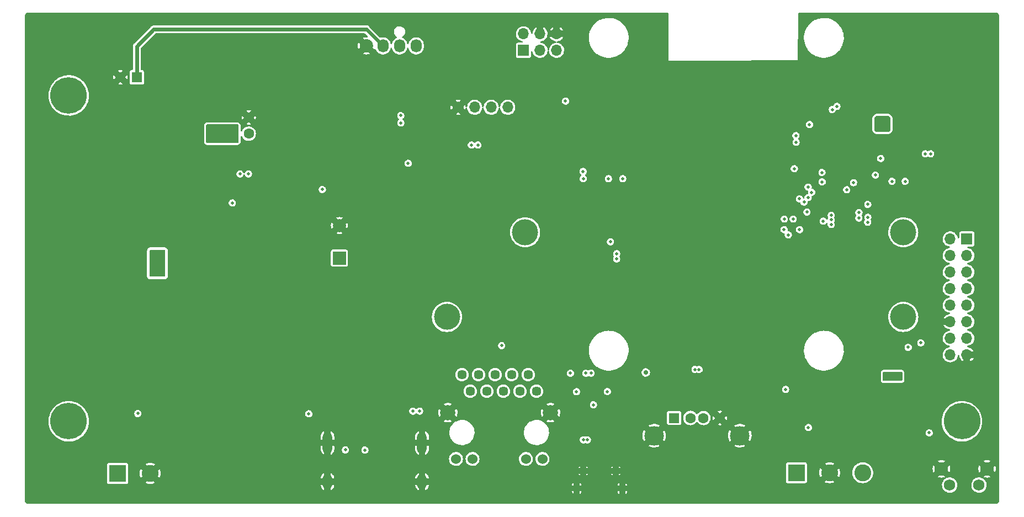
<source format=gbl>
G04 #@! TF.GenerationSoftware,KiCad,Pcbnew,(5.99.0-10527-gaaffd0c137)*
G04 #@! TF.CreationDate,2021-08-05T17:11:32-04:00*
G04 #@! TF.ProjectId,miBlackSVR,6d69426c-6163-46b5-9356-522e6b696361,rev?*
G04 #@! TF.SameCoordinates,Original*
G04 #@! TF.FileFunction,Copper,L4,Bot*
G04 #@! TF.FilePolarity,Positive*
%FSLAX46Y46*%
G04 Gerber Fmt 4.6, Leading zero omitted, Abs format (unit mm)*
G04 Created by KiCad (PCBNEW (5.99.0-10527-gaaffd0c137)) date 2021-08-05 17:11:32*
%MOMM*%
%LPD*%
G01*
G04 APERTURE LIST*
G04 #@! TA.AperFunction,ComponentPad*
%ADD10C,4.000000*%
G04 #@! TD*
G04 #@! TA.AperFunction,ComponentPad*
%ADD11C,5.600000*%
G04 #@! TD*
G04 #@! TA.AperFunction,ComponentPad*
%ADD12C,2.100000*%
G04 #@! TD*
G04 #@! TA.AperFunction,ComponentPad*
%ADD13C,1.750000*%
G04 #@! TD*
G04 #@! TA.AperFunction,ComponentPad*
%ADD14R,2.000000X2.000000*%
G04 #@! TD*
G04 #@! TA.AperFunction,ComponentPad*
%ADD15C,2.000000*%
G04 #@! TD*
G04 #@! TA.AperFunction,ComponentPad*
%ADD16R,2.600000X2.600000*%
G04 #@! TD*
G04 #@! TA.AperFunction,ComponentPad*
%ADD17C,2.600000*%
G04 #@! TD*
G04 #@! TA.AperFunction,ComponentPad*
%ADD18C,1.700000*%
G04 #@! TD*
G04 #@! TA.AperFunction,ComponentPad*
%ADD19O,1.700000X1.700000*%
G04 #@! TD*
G04 #@! TA.AperFunction,ComponentPad*
%ADD20C,1.600000*%
G04 #@! TD*
G04 #@! TA.AperFunction,ComponentPad*
%ADD21R,1.700000X1.700000*%
G04 #@! TD*
G04 #@! TA.AperFunction,ComponentPad*
%ADD22C,1.446000*%
G04 #@! TD*
G04 #@! TA.AperFunction,ComponentPad*
%ADD23C,1.530000*%
G04 #@! TD*
G04 #@! TA.AperFunction,ComponentPad*
%ADD24C,2.355000*%
G04 #@! TD*
G04 #@! TA.AperFunction,ComponentPad*
%ADD25O,0.890000X1.550000*%
G04 #@! TD*
G04 #@! TA.AperFunction,ComponentPad*
%ADD26O,1.250000X0.950000*%
G04 #@! TD*
G04 #@! TA.AperFunction,ComponentPad*
%ADD27R,1.600000X1.600000*%
G04 #@! TD*
G04 #@! TA.AperFunction,ComponentPad*
%ADD28O,1.500000X2.300000*%
G04 #@! TD*
G04 #@! TA.AperFunction,ComponentPad*
%ADD29O,1.500000X3.300000*%
G04 #@! TD*
G04 #@! TA.AperFunction,ComponentPad*
%ADD30C,2.030000*%
G04 #@! TD*
G04 #@! TA.AperFunction,ComponentPad*
%ADD31O,1.730000X2.030000*%
G04 #@! TD*
G04 #@! TA.AperFunction,ComponentPad*
%ADD32R,1.600000X1.500000*%
G04 #@! TD*
G04 #@! TA.AperFunction,ComponentPad*
%ADD33C,3.000000*%
G04 #@! TD*
G04 #@! TA.AperFunction,ViaPad*
%ADD34C,0.500000*%
G04 #@! TD*
G04 #@! TA.AperFunction,ViaPad*
%ADD35C,0.700000*%
G04 #@! TD*
G04 #@! TA.AperFunction,Conductor*
%ADD36C,0.200000*%
G04 #@! TD*
G04 #@! TA.AperFunction,Conductor*
%ADD37C,0.293000*%
G04 #@! TD*
G04 #@! TA.AperFunction,Conductor*
%ADD38C,0.800000*%
G04 #@! TD*
G04 #@! TA.AperFunction,Conductor*
%ADD39C,0.600000*%
G04 #@! TD*
G04 APERTURE END LIST*
D10*
X138000000Y-101000000D03*
D11*
X217000000Y-117000000D03*
D12*
X220865000Y-124300000D03*
X213855000Y-124300000D03*
D13*
X219615000Y-126790000D03*
X215115000Y-126790000D03*
D10*
X208000000Y-101000000D03*
D14*
X121520000Y-91970785D03*
D15*
X121520000Y-86970785D03*
D16*
X191615000Y-124895000D03*
D17*
X196695000Y-124895000D03*
X201775000Y-124895000D03*
D18*
X139720000Y-68830000D03*
D19*
X142260000Y-68830000D03*
X144800000Y-68830000D03*
X147340000Y-68830000D03*
D20*
X107610000Y-72880000D03*
X107610000Y-70380000D03*
D21*
X149740000Y-60080000D03*
D19*
X149740000Y-57540000D03*
X152280000Y-60080000D03*
X152280000Y-57540000D03*
X154820000Y-60080000D03*
X154820000Y-57540000D03*
D22*
X140310000Y-109840000D03*
X141580000Y-112380000D03*
X142850000Y-109840000D03*
X144120000Y-112380000D03*
X145390000Y-109840000D03*
X146660000Y-112380000D03*
X147930000Y-109840000D03*
X149200000Y-112380000D03*
X150470000Y-109840000D03*
X151740000Y-112380000D03*
D23*
X139395000Y-122790000D03*
X141935000Y-122790000D03*
X150115000Y-122790000D03*
X152655000Y-122790000D03*
D24*
X138150000Y-115680000D03*
X153900000Y-115680000D03*
D11*
X80000000Y-117000000D03*
D21*
X217740000Y-89020000D03*
D19*
X215200000Y-89020000D03*
X217740000Y-91560000D03*
X215200000Y-91560000D03*
X217740000Y-94100000D03*
X215200000Y-94100000D03*
X217740000Y-96640000D03*
X215200000Y-96640000D03*
X217740000Y-99180000D03*
X215200000Y-99180000D03*
X217740000Y-101720000D03*
X215200000Y-101720000D03*
X217740000Y-104260000D03*
X215200000Y-104260000D03*
X217740000Y-106800000D03*
X215200000Y-106800000D03*
D10*
X208000000Y-88000000D03*
D25*
X157910000Y-127310000D03*
D26*
X158910000Y-124610000D03*
D25*
X164910000Y-127310000D03*
D26*
X163910000Y-124610000D03*
D27*
X90432380Y-64220000D03*
D20*
X87932380Y-64220000D03*
D10*
X150000000Y-88000000D03*
D28*
X119680000Y-126275000D03*
D29*
X134180000Y-120315000D03*
D28*
X134180000Y-126275000D03*
D29*
X119680000Y-120315000D03*
D16*
X87500000Y-125005000D03*
D17*
X92500000Y-125005000D03*
D30*
X125660000Y-59400000D03*
D31*
X128200000Y-59400000D03*
X130740000Y-59400000D03*
X133280000Y-59400000D03*
D32*
X172860000Y-116500000D03*
D20*
X175360000Y-116500000D03*
X177360000Y-116500000D03*
X179860000Y-116500000D03*
D33*
X182930000Y-119210000D03*
X169790000Y-119210000D03*
D11*
X80000000Y-67000000D03*
D34*
X145520000Y-104700000D03*
X147260000Y-104700000D03*
X118890000Y-80620000D03*
X193450000Y-117970000D03*
X211090000Y-118780000D03*
X212890000Y-118780000D03*
X197820000Y-67840000D03*
X191550000Y-72330000D03*
X122420000Y-122280000D03*
X125430000Y-122280000D03*
X176056500Y-109050000D03*
X176683500Y-109050000D03*
X159543500Y-119850000D03*
X158916500Y-119850000D03*
X91800000Y-114810000D03*
X91800000Y-116910000D03*
X134350000Y-114740000D03*
X133300000Y-116150000D03*
X116830000Y-116910000D03*
X130950000Y-77420000D03*
X188880000Y-112120000D03*
X189950000Y-112120000D03*
X208450000Y-110120000D03*
X120050000Y-71000000D03*
X90700000Y-76020000D03*
X162400000Y-73900000D03*
X104190000Y-70320000D03*
X216890000Y-58470000D03*
X162400000Y-72700000D03*
X221050000Y-69300000D03*
X74650000Y-95612000D03*
X131850000Y-71540000D03*
X127180000Y-115630000D03*
X120050000Y-68480000D03*
X102440000Y-95280000D03*
X102408333Y-103680000D03*
X158390000Y-109610000D03*
X219680000Y-58480000D03*
X88600000Y-101800000D03*
X96060000Y-95530000D03*
X214750000Y-80620000D03*
X147080000Y-128235000D03*
X130180000Y-113350000D03*
X101670000Y-69020000D03*
X110200000Y-66700000D03*
X74650000Y-86388000D03*
X74650000Y-107996001D03*
X74650000Y-84808000D03*
X143920000Y-126910000D03*
X142750000Y-75920000D03*
X83940000Y-105460000D03*
X94090000Y-69020000D03*
X147080000Y-126910000D03*
X88950000Y-76020000D03*
X202750000Y-70520000D03*
X146400000Y-102740000D03*
X199050000Y-75190000D03*
X219680000Y-57610000D03*
X100410000Y-70320000D03*
X219750000Y-65520000D03*
X162150000Y-89470000D03*
X99340000Y-126610000D03*
X159675000Y-87675000D03*
X148660000Y-128235000D03*
X221130000Y-56310000D03*
X121280000Y-105260000D03*
X74650000Y-100352000D03*
X107570000Y-80430000D03*
X194350000Y-117980000D03*
X119955000Y-105260000D03*
X111181666Y-100520000D03*
X164820000Y-92470000D03*
X129360000Y-128235000D03*
X164975000Y-78075000D03*
X74650000Y-78744001D03*
X95155000Y-123450000D03*
X74650001Y-74004000D03*
X177350000Y-113410000D03*
X202250000Y-75190000D03*
X121280000Y-106840000D03*
X162400000Y-77500000D03*
X175610000Y-128235000D03*
X112506666Y-100520000D03*
X88600000Y-99700000D03*
X88600000Y-97600000D03*
X121280000Y-108420000D03*
X99150000Y-69020000D03*
X159675000Y-85275000D03*
X103733333Y-106840000D03*
X111181666Y-105260000D03*
X221050000Y-66780000D03*
X98015000Y-125030000D03*
X88600000Y-85000000D03*
X96480000Y-125030000D03*
X143790000Y-102740000D03*
X112506666Y-108420000D03*
X74650000Y-72424000D03*
X74650000Y-87968000D03*
X127780000Y-128235000D03*
X213750000Y-80620000D03*
X103733333Y-102100000D03*
X94960000Y-103680000D03*
X198150000Y-91420000D03*
X148980000Y-105150000D03*
X102930000Y-70320000D03*
X93635000Y-108420000D03*
X123140000Y-115220000D03*
X111181666Y-103680000D03*
X93635000Y-103680000D03*
X150240000Y-126910000D03*
X98015000Y-126610000D03*
X74650000Y-60040000D03*
X74650000Y-111156000D03*
X91230000Y-85020000D03*
X130940000Y-69290000D03*
X219750000Y-69300000D03*
X162020000Y-119670000D03*
X214750000Y-81620000D03*
X95350000Y-70320000D03*
X119955000Y-103680000D03*
X91230000Y-87120000D03*
X127780000Y-126910000D03*
X162400000Y-82300000D03*
X203850000Y-75190000D03*
X180350000Y-128235000D03*
X74650000Y-63200000D03*
X164975000Y-74475000D03*
X88600000Y-103900000D03*
X119955000Y-108420000D03*
X105100000Y-82350000D03*
X129360000Y-126910000D03*
X88600000Y-89200000D03*
X101670000Y-70320000D03*
X92450000Y-76020000D03*
X174030000Y-128235000D03*
X160480000Y-115370000D03*
X94960000Y-106840000D03*
X162400000Y-87100000D03*
X74650000Y-97192000D03*
X74650000Y-83228001D03*
X74650000Y-115896000D03*
X164975000Y-76875000D03*
X120050000Y-73520000D03*
X130180000Y-117020000D03*
X102440000Y-88960000D03*
X164975000Y-87700000D03*
X145500000Y-128235000D03*
X169680000Y-109560000D03*
X98015000Y-123450000D03*
X99150000Y-70320000D03*
X74650000Y-103512001D03*
X192860000Y-86170000D03*
X130180000Y-115620000D03*
X126200000Y-126910000D03*
X95155000Y-125030000D03*
X159700000Y-80450000D03*
X177190000Y-126910000D03*
X162400000Y-88300000D03*
X74650000Y-128280001D03*
X102440000Y-92120000D03*
X105450000Y-69020000D03*
X112506666Y-103680000D03*
X130940000Y-126910000D03*
X111470000Y-66700000D03*
X172450000Y-128235000D03*
X98015000Y-128190000D03*
X193650000Y-79840000D03*
X96480000Y-126610000D03*
X94090000Y-70320000D03*
X192710000Y-77310000D03*
X96060000Y-91330000D03*
X95155000Y-128190000D03*
X211750000Y-80620000D03*
X196530000Y-71310000D03*
X164810000Y-90790000D03*
X200650000Y-75190000D03*
X155710000Y-109610000D03*
X94960000Y-102100000D03*
X205350000Y-111420000D03*
X96060000Y-89230000D03*
X221130000Y-55440000D03*
X123420000Y-121420000D03*
X94200000Y-76020000D03*
X88600000Y-87100000D03*
X194760000Y-92650000D03*
X97870000Y-70320000D03*
X158720000Y-112060000D03*
X102408333Y-105260000D03*
X124620000Y-128235000D03*
X93635000Y-105260000D03*
X162030000Y-122240000D03*
X191620000Y-77310000D03*
X162610000Y-111380000D03*
X112506666Y-105260000D03*
X121280000Y-103680000D03*
X192710000Y-76440000D03*
X162400000Y-76300000D03*
X164975000Y-85300000D03*
X74650000Y-70844000D03*
X162400000Y-75100000D03*
X111181666Y-106840000D03*
X74650001Y-123540000D03*
X91230000Y-91320000D03*
X103733333Y-100520000D03*
X219750000Y-66780000D03*
X74650000Y-125120000D03*
X74650000Y-101932000D03*
X188880000Y-113913333D03*
X158910000Y-80670000D03*
X159560000Y-120720000D03*
X88600000Y-95500000D03*
X178770000Y-126910000D03*
X188880000Y-115706666D03*
X188880000Y-117500000D03*
X155720000Y-112470000D03*
X74650000Y-77164000D03*
X88620000Y-107340000D03*
X74650000Y-58460001D03*
X88600000Y-91300000D03*
X177580000Y-109040000D03*
X213750000Y-81620000D03*
X194760000Y-91425000D03*
X95155000Y-126610000D03*
X99340000Y-125030000D03*
X198930000Y-85520000D03*
X196030000Y-87100000D03*
X196530000Y-73896666D03*
X105440000Y-79050000D03*
X219750000Y-68040000D03*
X202750000Y-71320000D03*
X129420000Y-121420000D03*
X102440000Y-90540000D03*
X95950000Y-76020000D03*
X124620000Y-126910000D03*
X104190000Y-69020000D03*
X103733333Y-105260000D03*
X198790000Y-80540000D03*
X97870000Y-69020000D03*
X198780000Y-78030000D03*
X143920000Y-128235000D03*
X93635000Y-106840000D03*
X177340000Y-110760000D03*
X83880000Y-96840000D03*
X163250000Y-92470000D03*
X74650000Y-91128000D03*
X194760000Y-90200000D03*
X94960000Y-108420000D03*
X83940000Y-107320000D03*
X158070000Y-119870000D03*
X120050000Y-69740000D03*
X198150000Y-92650000D03*
X123040000Y-128235000D03*
X102408333Y-106840000D03*
X96480000Y-128190000D03*
X103733333Y-103680000D03*
X127930000Y-121420000D03*
X74650000Y-120380000D03*
X99340000Y-123450000D03*
X100410000Y-69020000D03*
X175610000Y-126910000D03*
X121280000Y-100520000D03*
X142340000Y-126910000D03*
X102408333Y-100520000D03*
X206250000Y-111420000D03*
X162400000Y-85900000D03*
X91230000Y-93420000D03*
X164975000Y-72075000D03*
X130940000Y-128235000D03*
X142340000Y-128235000D03*
X96480000Y-123450000D03*
X215390000Y-55460000D03*
X123040000Y-126910000D03*
X212750000Y-80620000D03*
X177190000Y-128235000D03*
X103733333Y-108420000D03*
X163240000Y-90790000D03*
X74650000Y-126700000D03*
X143800000Y-105140000D03*
X74650000Y-121960000D03*
X96610000Y-69020000D03*
X164975000Y-82875000D03*
X102440000Y-87380000D03*
X127180000Y-117010000D03*
X158910000Y-77800000D03*
X161040000Y-109610000D03*
X111181666Y-102100000D03*
X165880000Y-79780000D03*
X175160000Y-109040000D03*
X145500000Y-126910000D03*
X74650000Y-61620000D03*
X74650000Y-114315999D03*
X120050000Y-67220000D03*
X195490000Y-77870000D03*
X193670000Y-86170000D03*
X148970000Y-102750000D03*
X178770000Y-128235000D03*
X74650001Y-98772000D03*
X120050000Y-72260000D03*
X99340000Y-128190000D03*
X83880000Y-98350000D03*
X74650000Y-66360000D03*
X74650000Y-89547999D03*
X74650000Y-112736000D03*
X91230000Y-89220000D03*
X105450000Y-70320000D03*
X191620000Y-76440000D03*
X119955000Y-106840000D03*
X74650000Y-75584000D03*
X207150000Y-111420000D03*
X93635000Y-100520000D03*
X102440000Y-93700000D03*
X96610000Y-70320000D03*
X162400000Y-84700000D03*
X94960000Y-105260000D03*
X148660000Y-126910000D03*
X201790000Y-82920000D03*
X94960000Y-100520000D03*
X93635000Y-102100000D03*
X215390000Y-56330000D03*
X102930000Y-69020000D03*
X180350000Y-126910000D03*
X141750000Y-75920000D03*
X174030000Y-126910000D03*
X119955000Y-102100000D03*
X159180000Y-115370000D03*
X88620000Y-105480000D03*
X172450000Y-126910000D03*
X119955000Y-100520000D03*
X127180000Y-113340000D03*
X130930000Y-121420000D03*
X88600000Y-93400000D03*
X162400000Y-81100000D03*
X159700000Y-82900000D03*
X74650000Y-109576000D03*
X126430000Y-121420000D03*
X196530000Y-72603333D03*
X198150000Y-90190000D03*
X102408333Y-108420000D03*
X95350000Y-69020000D03*
X216890000Y-57600000D03*
X126200000Y-128235000D03*
X91230000Y-95520000D03*
X121280000Y-102100000D03*
X193610000Y-70630000D03*
X221050000Y-65519999D03*
X212750000Y-81620000D03*
X96060000Y-93430000D03*
X196530000Y-75190000D03*
X150240000Y-128235000D03*
X112506666Y-106840000D03*
X74650000Y-64779999D03*
X162400000Y-83500000D03*
X157880000Y-115370000D03*
X102408333Y-102100000D03*
X211750000Y-81620000D03*
X111181666Y-108420000D03*
X221050000Y-68039999D03*
X112506666Y-102100000D03*
X162620000Y-112440000D03*
X94150001Y-91486666D03*
X94150000Y-93353332D03*
X94150000Y-92420000D03*
X94150001Y-94286666D03*
X92950000Y-92420000D03*
X92949998Y-91486666D03*
X132050000Y-77420000D03*
X142750000Y-74620000D03*
X141750000Y-74620000D03*
X207150000Y-110120000D03*
X206250000Y-110120000D03*
X105090000Y-83510000D03*
X205350000Y-110120000D03*
X92949998Y-94286666D03*
X92950000Y-93353332D03*
X101740000Y-73670000D03*
X105440000Y-72070000D03*
X116820000Y-115860000D03*
X103040000Y-72070000D03*
X101740000Y-72070000D03*
X204050000Y-70520000D03*
X205550000Y-71320000D03*
X90590000Y-115820000D03*
X104240000Y-72070000D03*
X204050000Y-72120000D03*
X205550000Y-72120000D03*
X105440000Y-73670000D03*
X104240000Y-73670000D03*
X204050000Y-71320000D03*
D35*
X168510000Y-109520000D03*
D34*
X205550000Y-70520000D03*
X103040000Y-73670000D03*
X156960000Y-109630000D03*
X160480000Y-114480000D03*
X157880000Y-112470000D03*
X163090000Y-89470000D03*
X190360000Y-88400000D03*
X191120000Y-85970000D03*
X196940000Y-85400000D03*
X210700000Y-104980000D03*
X200370000Y-80390000D03*
X203730000Y-79230000D03*
X204530000Y-76670000D03*
X193410000Y-81060000D03*
X193960000Y-81870000D03*
X211370000Y-75960000D03*
X193410000Y-82670000D03*
X212200000Y-75970000D03*
X208280000Y-80180000D03*
X192780000Y-83370000D03*
X206270000Y-80190000D03*
X199320000Y-81480000D03*
X189720000Y-87600000D03*
X208760000Y-105660000D03*
X191540000Y-73170000D03*
X107560000Y-79050000D03*
X130930000Y-70100000D03*
X106260000Y-79050000D03*
X191550000Y-74200000D03*
X130930000Y-71230000D03*
X160120000Y-109620000D03*
X164040000Y-92100000D03*
X159320000Y-109630000D03*
X164040000Y-91300000D03*
X189750000Y-85970000D03*
X195710000Y-86290000D03*
X197810000Y-68690000D03*
X201200000Y-84960000D03*
X193220000Y-84900000D03*
X202550000Y-86470000D03*
X118900000Y-81440000D03*
X197100000Y-69170000D03*
X195560000Y-80270000D03*
X156200000Y-67870000D03*
X201190000Y-85830000D03*
X191290000Y-78260000D03*
X193620000Y-71480000D03*
X211990000Y-118770000D03*
X202560000Y-85700000D03*
X202560000Y-83730000D03*
X196940000Y-86810000D03*
X146400000Y-105390000D03*
X195530000Y-78830000D03*
X192080000Y-82870000D03*
X192090000Y-87590000D03*
X196940000Y-86090000D03*
X164970000Y-79780000D03*
X132780000Y-115450000D03*
X125430000Y-121420000D03*
X158890000Y-78670000D03*
X162770000Y-79780000D03*
X133820000Y-115450000D03*
X122430000Y-121390000D03*
X158910000Y-79770000D03*
D36*
X211990000Y-118750000D02*
X211990000Y-118770000D01*
D37*
X162620000Y-112440000D02*
X162630000Y-112440000D01*
X150150000Y-122825000D02*
X150115000Y-122790000D01*
D38*
X142240000Y-68810000D02*
X142260000Y-68830000D01*
X139370000Y-122835000D02*
X139370000Y-122870000D01*
X142250000Y-68820000D02*
X142260000Y-68830000D01*
X150090000Y-122835000D02*
X150090000Y-123050000D01*
D36*
X192780000Y-83370000D02*
X192800000Y-83390000D01*
X208280000Y-80210000D02*
X208280000Y-80180000D01*
X199320000Y-81480000D02*
X199330000Y-81470000D01*
X206270000Y-80210000D02*
X206270000Y-80190000D01*
D39*
X128200000Y-59400000D02*
X125675000Y-56875000D01*
X93035000Y-56875000D02*
X90432380Y-59477620D01*
X90432380Y-59477620D02*
X90432380Y-64220000D01*
X125675000Y-56875000D02*
X93035000Y-56875000D01*
D36*
X197790000Y-68670000D02*
X197810000Y-68690000D01*
X201200000Y-84960000D02*
X201210000Y-84970000D01*
X217740000Y-96590000D02*
X217740000Y-96640000D01*
X217740000Y-96620000D02*
X217740000Y-96640000D01*
X215190000Y-94090000D02*
X215200000Y-94100000D01*
X202560000Y-85700000D02*
X202580000Y-85700000D01*
X215190000Y-99180000D02*
X215200000Y-99180000D01*
X214710000Y-99180000D02*
X215200000Y-99180000D01*
X214980000Y-99180000D02*
X215200000Y-99180000D01*
X217740000Y-101700000D02*
X217740000Y-101720000D01*
X215150000Y-96640000D02*
X215200000Y-96640000D01*
G04 #@! TA.AperFunction,Conductor*
G36*
X94725931Y-90740002D02*
G01*
X94746905Y-90756905D01*
X94773095Y-90783095D01*
X94807121Y-90845407D01*
X94810000Y-90872190D01*
X94810000Y-94667810D01*
X94789998Y-94735931D01*
X94773095Y-94756905D01*
X94746905Y-94783095D01*
X94684593Y-94817121D01*
X94657810Y-94820000D01*
X92542190Y-94820000D01*
X92474069Y-94799998D01*
X92453095Y-94783095D01*
X92426905Y-94756905D01*
X92392879Y-94694593D01*
X92390000Y-94667810D01*
X92390000Y-90872190D01*
X92410002Y-90804069D01*
X92426905Y-90783095D01*
X92453095Y-90756905D01*
X92515407Y-90722879D01*
X92542190Y-90720000D01*
X94657810Y-90720000D01*
X94725931Y-90740002D01*
G37*
G04 #@! TD.AperFunction*
G04 #@! TA.AperFunction,Conductor*
G36*
X207765931Y-109440002D02*
G01*
X207786905Y-109456905D01*
X207813095Y-109483095D01*
X207847121Y-109545407D01*
X207850000Y-109572190D01*
X207850000Y-110667810D01*
X207829998Y-110735931D01*
X207813095Y-110756905D01*
X207786905Y-110783095D01*
X207724593Y-110817121D01*
X207697810Y-110820000D01*
X205002190Y-110820000D01*
X204934069Y-110799998D01*
X204913095Y-110783095D01*
X204886905Y-110756905D01*
X204852879Y-110694593D01*
X204850000Y-110667810D01*
X204850000Y-109572190D01*
X204870002Y-109504069D01*
X204886905Y-109483095D01*
X204913095Y-109456905D01*
X204975407Y-109422879D01*
X205002190Y-109420000D01*
X207697810Y-109420000D01*
X207765931Y-109440002D01*
G37*
G04 #@! TD.AperFunction*
G04 #@! TA.AperFunction,Conductor*
G36*
X171892121Y-54320002D02*
G01*
X171938614Y-54373658D01*
X171950000Y-54426000D01*
X171950000Y-61660000D01*
X171963690Y-61659938D01*
X177507056Y-61634817D01*
X191810000Y-61570000D01*
X191844430Y-58360394D01*
X191845328Y-58276635D01*
X192766361Y-58276635D01*
X192766688Y-58280191D01*
X192766688Y-58280198D01*
X192797223Y-58612500D01*
X192798062Y-58621632D01*
X192868614Y-58960822D01*
X192869731Y-58964209D01*
X192869733Y-58964217D01*
X192959297Y-59235827D01*
X192977109Y-59289844D01*
X192978604Y-59293086D01*
X192978604Y-59293087D01*
X192987070Y-59311450D01*
X193122154Y-59604470D01*
X193301882Y-59900654D01*
X193304066Y-59903475D01*
X193304069Y-59903479D01*
X193357962Y-59973082D01*
X193513985Y-60174588D01*
X193755734Y-60422751D01*
X194024022Y-60641951D01*
X194027028Y-60643884D01*
X194027030Y-60643886D01*
X194312397Y-60827441D01*
X194312405Y-60827445D01*
X194315400Y-60829372D01*
X194626121Y-60982603D01*
X194629478Y-60983808D01*
X194629482Y-60983810D01*
X194746242Y-61025731D01*
X194952191Y-61099674D01*
X195289418Y-61179080D01*
X195292949Y-61179498D01*
X195292955Y-61179499D01*
X195629923Y-61219382D01*
X195629929Y-61219382D01*
X195633466Y-61219801D01*
X195637028Y-61219817D01*
X195637035Y-61219817D01*
X195806689Y-61220557D01*
X195979913Y-61221313D01*
X196324303Y-61183596D01*
X196327784Y-61182808D01*
X196327792Y-61182807D01*
X196579352Y-61125884D01*
X196662210Y-61107135D01*
X196989289Y-60992914D01*
X196992496Y-60991367D01*
X196992506Y-60991363D01*
X197298123Y-60843951D01*
X197298126Y-60843949D01*
X197301336Y-60842401D01*
X197496089Y-60719521D01*
X197591314Y-60659438D01*
X197594338Y-60657530D01*
X197864529Y-60440679D01*
X198108434Y-60194636D01*
X198126467Y-60171762D01*
X198285685Y-59969794D01*
X198322919Y-59922563D01*
X198324797Y-59919528D01*
X198324802Y-59919521D01*
X198503342Y-59631004D01*
X198503344Y-59631000D01*
X198505226Y-59627959D01*
X198510970Y-59615781D01*
X198606695Y-59412812D01*
X198653010Y-59314610D01*
X198683675Y-59224275D01*
X198763224Y-58989933D01*
X198763226Y-58989927D01*
X198764373Y-58986547D01*
X198837882Y-58647986D01*
X198872592Y-58303279D01*
X198875123Y-58187289D01*
X198875446Y-58172483D01*
X198875446Y-58172479D01*
X198875500Y-58170000D01*
X198872740Y-58121386D01*
X198856062Y-57827676D01*
X198856061Y-57827669D01*
X198855859Y-57824108D01*
X198827516Y-57659162D01*
X198797793Y-57486180D01*
X198797791Y-57486172D01*
X198797188Y-57482662D01*
X198795101Y-57475500D01*
X198701243Y-57153491D01*
X198700241Y-57150053D01*
X198651633Y-57034135D01*
X198567648Y-56833855D01*
X198566265Y-56830557D01*
X198468204Y-56655455D01*
X198398729Y-56531398D01*
X198398726Y-56531393D01*
X198396983Y-56528281D01*
X198386682Y-56513971D01*
X198272705Y-56355649D01*
X198194569Y-56247112D01*
X197961628Y-55990663D01*
X197701154Y-55762233D01*
X197416494Y-55564758D01*
X197413347Y-55563067D01*
X197413342Y-55563064D01*
X197114466Y-55402473D01*
X197111310Y-55400777D01*
X196789524Y-55272397D01*
X196455274Y-55181270D01*
X196362547Y-55166998D01*
X196116380Y-55129109D01*
X196116376Y-55129109D01*
X196112857Y-55128567D01*
X196036629Y-55125572D01*
X195770244Y-55115105D01*
X195770239Y-55115105D01*
X195766674Y-55114965D01*
X195576345Y-55129109D01*
X195424739Y-55140375D01*
X195424734Y-55140376D01*
X195421177Y-55140640D01*
X195080808Y-55205261D01*
X195077399Y-55206319D01*
X195077393Y-55206321D01*
X194928562Y-55252535D01*
X194749941Y-55307998D01*
X194746667Y-55309439D01*
X194746666Y-55309439D01*
X194539086Y-55400777D01*
X194432832Y-55447530D01*
X194133557Y-55622062D01*
X193855962Y-55829351D01*
X193603619Y-56066733D01*
X193601302Y-56069470D01*
X193601300Y-56069472D01*
X193411822Y-56293292D01*
X193379769Y-56331154D01*
X193377789Y-56334118D01*
X193377787Y-56334120D01*
X193189281Y-56616240D01*
X193187292Y-56619217D01*
X193185653Y-56622399D01*
X193185652Y-56622401D01*
X193037184Y-56910670D01*
X193028662Y-56927216D01*
X193027396Y-56930557D01*
X193027394Y-56930562D01*
X192986768Y-57037792D01*
X192905918Y-57251193D01*
X192905038Y-57254657D01*
X192905037Y-57254661D01*
X192821518Y-57583516D01*
X192821516Y-57583525D01*
X192820638Y-57586983D01*
X192773919Y-57930268D01*
X192773841Y-57933829D01*
X192773841Y-57933833D01*
X192769725Y-58122466D01*
X192766361Y-58276635D01*
X191845328Y-58276635D01*
X191886649Y-54424648D01*
X191907381Y-54356746D01*
X191961532Y-54310832D01*
X192012642Y-54300000D01*
X222347810Y-54300000D01*
X222415931Y-54320002D01*
X222436905Y-54336905D01*
X222663095Y-54563095D01*
X222697121Y-54625407D01*
X222700000Y-54652190D01*
X222700000Y-129352798D01*
X222679998Y-129420919D01*
X222663094Y-129441895D01*
X222436906Y-129668075D01*
X222374593Y-129702099D01*
X222347808Y-129704978D01*
X148009521Y-129702500D01*
X107162754Y-129701139D01*
X73652188Y-129700022D01*
X73584070Y-129680018D01*
X73563097Y-129663116D01*
X73336903Y-129436914D01*
X73302879Y-129374601D01*
X73300000Y-129347820D01*
X73300000Y-127772142D01*
X157175407Y-127772142D01*
X157179268Y-127805265D01*
X157182613Y-127819418D01*
X157236887Y-127968940D01*
X157243397Y-127981939D01*
X157330614Y-128114967D01*
X157339938Y-128126119D01*
X157455285Y-128235389D01*
X157463031Y-128237289D01*
X157464000Y-128236063D01*
X157465000Y-128230913D01*
X157465000Y-127773115D01*
X157463659Y-127768548D01*
X158355000Y-127768548D01*
X158355000Y-128219338D01*
X158358676Y-128231856D01*
X158367534Y-128228229D01*
X158415599Y-128192857D01*
X158426242Y-128182932D01*
X158529227Y-128061711D01*
X158537294Y-128049615D01*
X158609630Y-127907953D01*
X158614702Y-127894313D01*
X158644486Y-127772597D01*
X158644465Y-127772142D01*
X164175407Y-127772142D01*
X164179268Y-127805265D01*
X164182613Y-127819418D01*
X164236887Y-127968940D01*
X164243397Y-127981939D01*
X164330614Y-128114967D01*
X164339938Y-128126119D01*
X164455285Y-128235389D01*
X164463031Y-128237289D01*
X164464000Y-128236063D01*
X164465000Y-128230913D01*
X164465000Y-127773115D01*
X164463659Y-127768548D01*
X165355000Y-127768548D01*
X165355000Y-128219338D01*
X165358676Y-128231856D01*
X165367534Y-128228229D01*
X165415599Y-128192857D01*
X165426242Y-128182932D01*
X165529227Y-128061711D01*
X165537294Y-128049615D01*
X165609630Y-127907953D01*
X165614702Y-127894313D01*
X165644486Y-127772597D01*
X165643843Y-127758509D01*
X165635127Y-127755000D01*
X165373115Y-127755000D01*
X165357876Y-127759475D01*
X165356671Y-127760865D01*
X165355000Y-127768548D01*
X164463659Y-127768548D01*
X164460525Y-127757876D01*
X164459135Y-127756671D01*
X164451452Y-127755000D01*
X164191523Y-127755000D01*
X164177455Y-127759131D01*
X164175407Y-127772142D01*
X158644465Y-127772142D01*
X158643843Y-127758509D01*
X158635127Y-127755000D01*
X158373115Y-127755000D01*
X158357876Y-127759475D01*
X158356671Y-127760865D01*
X158355000Y-127768548D01*
X157463659Y-127768548D01*
X157460525Y-127757876D01*
X157459135Y-127756671D01*
X157451452Y-127755000D01*
X157191523Y-127755000D01*
X157177455Y-127759131D01*
X157175407Y-127772142D01*
X73300000Y-127772142D01*
X73300000Y-126791589D01*
X118636432Y-126791589D01*
X118644491Y-126873784D01*
X118646874Y-126885819D01*
X118702823Y-127071129D01*
X118707498Y-127082471D01*
X118798374Y-127253386D01*
X118805161Y-127263602D01*
X118927508Y-127413614D01*
X118936152Y-127422318D01*
X119085303Y-127545707D01*
X119095471Y-127552566D01*
X119164064Y-127589654D01*
X119177856Y-127592594D01*
X119179394Y-127590522D01*
X119180000Y-127587123D01*
X119180000Y-126793115D01*
X119178659Y-126788548D01*
X120180000Y-126788548D01*
X120180000Y-127580281D01*
X120183973Y-127593812D01*
X120186985Y-127594245D01*
X120189484Y-127593438D01*
X120252214Y-127560643D01*
X120262483Y-127553923D01*
X120413345Y-127432628D01*
X120422104Y-127424050D01*
X120546536Y-127275758D01*
X120553462Y-127265644D01*
X120646722Y-127096004D01*
X120651550Y-127084740D01*
X120710084Y-126900217D01*
X120712632Y-126888228D01*
X120723314Y-126793003D01*
X120723066Y-126791589D01*
X133136432Y-126791589D01*
X133144491Y-126873784D01*
X133146874Y-126885819D01*
X133202823Y-127071129D01*
X133207498Y-127082471D01*
X133298374Y-127253386D01*
X133305161Y-127263602D01*
X133427508Y-127413614D01*
X133436152Y-127422318D01*
X133585303Y-127545707D01*
X133595471Y-127552566D01*
X133664064Y-127589654D01*
X133677856Y-127592594D01*
X133679394Y-127590522D01*
X133680000Y-127587123D01*
X133680000Y-126793115D01*
X133678659Y-126788548D01*
X134680000Y-126788548D01*
X134680000Y-127580281D01*
X134683973Y-127593812D01*
X134686985Y-127594245D01*
X134689484Y-127593438D01*
X134752214Y-127560643D01*
X134762483Y-127553923D01*
X134913345Y-127432628D01*
X134922104Y-127424050D01*
X135046536Y-127275758D01*
X135053462Y-127265644D01*
X135146722Y-127096004D01*
X135151550Y-127084740D01*
X135210084Y-126900217D01*
X135212632Y-126888228D01*
X135217212Y-126847403D01*
X157175514Y-126847403D01*
X157176157Y-126861491D01*
X157184873Y-126865000D01*
X157446885Y-126865000D01*
X157462124Y-126860525D01*
X157463329Y-126859135D01*
X157465000Y-126851452D01*
X157465000Y-126400662D01*
X157461601Y-126389087D01*
X158355000Y-126389087D01*
X158355000Y-126846885D01*
X158359475Y-126862124D01*
X158360865Y-126863329D01*
X158368548Y-126865000D01*
X158628477Y-126865000D01*
X158642545Y-126860869D01*
X158644593Y-126847858D01*
X158644540Y-126847403D01*
X164175514Y-126847403D01*
X164176157Y-126861491D01*
X164184873Y-126865000D01*
X164446885Y-126865000D01*
X164462124Y-126860525D01*
X164463329Y-126859135D01*
X164465000Y-126851452D01*
X164465000Y-126400662D01*
X164461601Y-126389087D01*
X165355000Y-126389087D01*
X165355000Y-126846885D01*
X165359475Y-126862124D01*
X165360865Y-126863329D01*
X165368548Y-126865000D01*
X165628477Y-126865000D01*
X165642545Y-126860869D01*
X165644593Y-126847858D01*
X165640732Y-126814735D01*
X165637387Y-126800582D01*
X165622329Y-126759098D01*
X213934905Y-126759098D01*
X213949034Y-126974671D01*
X214002212Y-127184059D01*
X214092657Y-127380250D01*
X214217341Y-127556673D01*
X214372087Y-127707421D01*
X214376883Y-127710626D01*
X214376886Y-127710628D01*
X214470405Y-127773115D01*
X214551714Y-127827444D01*
X214557022Y-127829725D01*
X214557023Y-127829725D01*
X214744902Y-127910444D01*
X214744905Y-127910445D01*
X214750205Y-127912722D01*
X214755834Y-127913996D01*
X214755835Y-127913996D01*
X214865068Y-127938713D01*
X214960914Y-127960401D01*
X214966683Y-127960628D01*
X214966686Y-127960628D01*
X215048106Y-127963827D01*
X215176783Y-127968882D01*
X215268713Y-127955553D01*
X215384861Y-127938713D01*
X215384866Y-127938712D01*
X215390582Y-127937883D01*
X215396054Y-127936025D01*
X215396056Y-127936025D01*
X215589689Y-127870295D01*
X215589691Y-127870294D01*
X215595153Y-127868440D01*
X215783643Y-127762881D01*
X215949740Y-127624740D01*
X216087881Y-127458643D01*
X216193440Y-127270153D01*
X216262883Y-127065582D01*
X216263712Y-127059866D01*
X216263713Y-127059861D01*
X216290692Y-126873784D01*
X216293882Y-126851783D01*
X216295500Y-126790000D01*
X216292660Y-126759098D01*
X218434905Y-126759098D01*
X218449034Y-126974671D01*
X218502212Y-127184059D01*
X218592657Y-127380250D01*
X218717341Y-127556673D01*
X218872087Y-127707421D01*
X218876883Y-127710626D01*
X218876886Y-127710628D01*
X218970405Y-127773115D01*
X219051714Y-127827444D01*
X219057022Y-127829725D01*
X219057023Y-127829725D01*
X219244902Y-127910444D01*
X219244905Y-127910445D01*
X219250205Y-127912722D01*
X219255834Y-127913996D01*
X219255835Y-127913996D01*
X219365068Y-127938713D01*
X219460914Y-127960401D01*
X219466683Y-127960628D01*
X219466686Y-127960628D01*
X219548106Y-127963827D01*
X219676783Y-127968882D01*
X219768713Y-127955553D01*
X219884861Y-127938713D01*
X219884866Y-127938712D01*
X219890582Y-127937883D01*
X219896054Y-127936025D01*
X219896056Y-127936025D01*
X220089689Y-127870295D01*
X220089691Y-127870294D01*
X220095153Y-127868440D01*
X220283643Y-127762881D01*
X220449740Y-127624740D01*
X220587881Y-127458643D01*
X220693440Y-127270153D01*
X220762883Y-127065582D01*
X220763712Y-127059866D01*
X220763713Y-127059861D01*
X220790692Y-126873784D01*
X220793882Y-126851783D01*
X220795500Y-126790000D01*
X220775732Y-126574871D01*
X220771056Y-126558289D01*
X220734069Y-126427143D01*
X220717092Y-126366947D01*
X220621542Y-126173190D01*
X220598637Y-126142516D01*
X220582470Y-126120867D01*
X220492282Y-126000091D01*
X220333643Y-125853446D01*
X220328760Y-125850365D01*
X220328756Y-125850362D01*
X220155820Y-125741248D01*
X220155815Y-125741246D01*
X220150936Y-125738167D01*
X219950280Y-125658113D01*
X219944620Y-125656987D01*
X219944616Y-125656986D01*
X219744063Y-125617094D01*
X219744061Y-125617094D01*
X219738396Y-125615967D01*
X219732621Y-125615891D01*
X219732617Y-125615891D01*
X219624197Y-125614472D01*
X219522379Y-125613139D01*
X219516682Y-125614118D01*
X219516681Y-125614118D01*
X219395774Y-125634894D01*
X219309464Y-125649725D01*
X219106782Y-125724498D01*
X219101821Y-125727450D01*
X219101820Y-125727450D01*
X218926088Y-125831999D01*
X218926085Y-125832001D01*
X218921120Y-125834955D01*
X218758696Y-125977397D01*
X218624949Y-126147054D01*
X218622258Y-126152170D01*
X218622256Y-126152172D01*
X218528079Y-126331173D01*
X218524360Y-126338242D01*
X218496756Y-126427143D01*
X218486108Y-126461436D01*
X218460297Y-126544560D01*
X218434905Y-126759098D01*
X216292660Y-126759098D01*
X216275732Y-126574871D01*
X216271056Y-126558289D01*
X216234069Y-126427143D01*
X216217092Y-126366947D01*
X216121542Y-126173190D01*
X216098637Y-126142516D01*
X216082470Y-126120867D01*
X215992282Y-126000091D01*
X215833643Y-125853446D01*
X215828760Y-125850365D01*
X215828756Y-125850362D01*
X215655820Y-125741248D01*
X215655815Y-125741246D01*
X215650936Y-125738167D01*
X215450280Y-125658113D01*
X215444620Y-125656987D01*
X215444616Y-125656986D01*
X215244063Y-125617094D01*
X215244061Y-125617094D01*
X215238396Y-125615967D01*
X215232621Y-125615891D01*
X215232617Y-125615891D01*
X215124197Y-125614472D01*
X215022379Y-125613139D01*
X215016682Y-125614118D01*
X215016681Y-125614118D01*
X214895774Y-125634894D01*
X214809464Y-125649725D01*
X214606782Y-125724498D01*
X214601821Y-125727450D01*
X214601820Y-125727450D01*
X214426088Y-125831999D01*
X214426085Y-125832001D01*
X214421120Y-125834955D01*
X214258696Y-125977397D01*
X214124949Y-126147054D01*
X214122258Y-126152170D01*
X214122256Y-126152172D01*
X214028079Y-126331173D01*
X214024360Y-126338242D01*
X213996756Y-126427143D01*
X213986108Y-126461436D01*
X213960297Y-126544560D01*
X213934905Y-126759098D01*
X165622329Y-126759098D01*
X165583113Y-126651060D01*
X165576603Y-126638061D01*
X165489386Y-126505033D01*
X165480062Y-126493881D01*
X165364715Y-126384611D01*
X165356969Y-126382711D01*
X165356000Y-126383937D01*
X165355000Y-126389087D01*
X164461601Y-126389087D01*
X164461324Y-126388144D01*
X164452466Y-126391771D01*
X164404401Y-126427143D01*
X164393758Y-126437068D01*
X164290773Y-126558289D01*
X164282706Y-126570385D01*
X164210370Y-126712047D01*
X164205298Y-126725687D01*
X164175514Y-126847403D01*
X158644540Y-126847403D01*
X158640732Y-126814735D01*
X158637387Y-126800582D01*
X158583113Y-126651060D01*
X158576603Y-126638061D01*
X158489386Y-126505033D01*
X158480062Y-126493881D01*
X158364715Y-126384611D01*
X158356969Y-126382711D01*
X158356000Y-126383937D01*
X158355000Y-126389087D01*
X157461601Y-126389087D01*
X157461324Y-126388144D01*
X157452466Y-126391771D01*
X157404401Y-126427143D01*
X157393758Y-126437068D01*
X157290773Y-126558289D01*
X157282706Y-126570385D01*
X157210370Y-126712047D01*
X157205298Y-126725687D01*
X157175514Y-126847403D01*
X135217212Y-126847403D01*
X135223314Y-126793003D01*
X135220761Y-126778473D01*
X135208214Y-126775000D01*
X134698115Y-126775000D01*
X134682876Y-126779475D01*
X134681671Y-126780865D01*
X134680000Y-126788548D01*
X133678659Y-126788548D01*
X133675525Y-126777876D01*
X133674135Y-126776671D01*
X133666452Y-126775000D01*
X133152920Y-126775000D01*
X133138493Y-126779236D01*
X133136432Y-126791589D01*
X120723066Y-126791589D01*
X120720761Y-126778473D01*
X120708214Y-126775000D01*
X120198115Y-126775000D01*
X120182876Y-126779475D01*
X120181671Y-126780865D01*
X120180000Y-126788548D01*
X119178659Y-126788548D01*
X119175525Y-126777876D01*
X119174135Y-126776671D01*
X119166452Y-126775000D01*
X118652920Y-126775000D01*
X118638493Y-126779236D01*
X118636432Y-126791589D01*
X73300000Y-126791589D01*
X73300000Y-123705000D01*
X85894500Y-123705000D01*
X85894500Y-126305000D01*
X85894567Y-126306441D01*
X85894567Y-126306458D01*
X85894912Y-126313922D01*
X85895803Y-126333188D01*
X85926528Y-126441173D01*
X85994186Y-126530767D01*
X86089641Y-126589870D01*
X86101113Y-126592014D01*
X86101114Y-126592015D01*
X86194275Y-126609430D01*
X86194277Y-126609430D01*
X86200000Y-126610500D01*
X88800000Y-126610500D01*
X88801441Y-126610433D01*
X88801458Y-126610433D01*
X88815558Y-126609781D01*
X88828188Y-126609197D01*
X88936173Y-126578472D01*
X89025767Y-126510814D01*
X89071903Y-126436302D01*
X91781425Y-126436302D01*
X91784614Y-126440562D01*
X91999455Y-126529552D01*
X92008840Y-126532601D01*
X92244110Y-126589085D01*
X92253857Y-126590628D01*
X92495070Y-126609612D01*
X92504930Y-126609612D01*
X92746143Y-126590628D01*
X92755890Y-126589085D01*
X92991160Y-126532601D01*
X93000545Y-126529552D01*
X93207890Y-126443667D01*
X93218871Y-126434818D01*
X93217555Y-126429662D01*
X92544890Y-125756997D01*
X118636686Y-125756997D01*
X118639239Y-125771527D01*
X118651786Y-125775000D01*
X119161885Y-125775000D01*
X119177124Y-125770525D01*
X119178329Y-125769135D01*
X119180000Y-125761452D01*
X119180000Y-124969719D01*
X119177991Y-124962877D01*
X120180000Y-124962877D01*
X120180000Y-125756885D01*
X120184475Y-125772124D01*
X120185865Y-125773329D01*
X120193548Y-125775000D01*
X120707080Y-125775000D01*
X120721507Y-125770764D01*
X120723568Y-125758411D01*
X120723429Y-125756997D01*
X133136686Y-125756997D01*
X133139239Y-125771527D01*
X133151786Y-125775000D01*
X133661885Y-125775000D01*
X133677124Y-125770525D01*
X133678329Y-125769135D01*
X133680000Y-125761452D01*
X133680000Y-124969719D01*
X133677991Y-124962877D01*
X134680000Y-124962877D01*
X134680000Y-125756885D01*
X134684475Y-125772124D01*
X134685865Y-125773329D01*
X134693548Y-125775000D01*
X135207080Y-125775000D01*
X135221507Y-125770764D01*
X135223568Y-125758411D01*
X135215509Y-125676216D01*
X135213126Y-125664181D01*
X135157177Y-125478871D01*
X135152502Y-125467529D01*
X135061626Y-125296614D01*
X135054839Y-125286398D01*
X134932492Y-125136386D01*
X134923848Y-125127682D01*
X134877914Y-125089682D01*
X158146625Y-125089682D01*
X158147224Y-125091336D01*
X158150284Y-125095252D01*
X158262088Y-125209423D01*
X158272937Y-125218272D01*
X158407263Y-125304838D01*
X158418537Y-125310435D01*
X158432050Y-125311293D01*
X158435000Y-125305788D01*
X158435000Y-125103115D01*
X158433659Y-125098548D01*
X159385000Y-125098548D01*
X159385000Y-125299502D01*
X159388973Y-125313033D01*
X159394405Y-125313814D01*
X159403003Y-125309695D01*
X159538521Y-125225014D01*
X159549494Y-125216317D01*
X159662885Y-125103716D01*
X159667610Y-125097838D01*
X159669955Y-125089682D01*
X163146625Y-125089682D01*
X163147224Y-125091336D01*
X163150284Y-125095252D01*
X163262088Y-125209423D01*
X163272937Y-125218272D01*
X163407263Y-125304838D01*
X163418537Y-125310435D01*
X163432050Y-125311293D01*
X163435000Y-125305788D01*
X163435000Y-125103115D01*
X163433659Y-125098548D01*
X164385000Y-125098548D01*
X164385000Y-125299502D01*
X164388973Y-125313033D01*
X164394405Y-125313814D01*
X164403003Y-125309695D01*
X164538521Y-125225014D01*
X164549494Y-125216317D01*
X164662885Y-125103716D01*
X164667610Y-125097838D01*
X164670800Y-125086743D01*
X164670609Y-125086579D01*
X164663248Y-125085000D01*
X164403115Y-125085000D01*
X164387876Y-125089475D01*
X164386671Y-125090865D01*
X164385000Y-125098548D01*
X163433659Y-125098548D01*
X163430525Y-125087876D01*
X163429135Y-125086671D01*
X163421452Y-125085000D01*
X163160258Y-125085000D01*
X163146727Y-125088973D01*
X163146625Y-125089682D01*
X159669955Y-125089682D01*
X159670800Y-125086743D01*
X159670609Y-125086579D01*
X159663248Y-125085000D01*
X159403115Y-125085000D01*
X159387876Y-125089475D01*
X159386671Y-125090865D01*
X159385000Y-125098548D01*
X158433659Y-125098548D01*
X158430525Y-125087876D01*
X158429135Y-125086671D01*
X158421452Y-125085000D01*
X158160258Y-125085000D01*
X158146727Y-125088973D01*
X158146625Y-125089682D01*
X134877914Y-125089682D01*
X134774697Y-125004293D01*
X134764529Y-124997434D01*
X134695936Y-124960346D01*
X134682144Y-124957406D01*
X134680606Y-124959478D01*
X134680000Y-124962877D01*
X133677991Y-124962877D01*
X133676027Y-124956188D01*
X133673015Y-124955755D01*
X133670516Y-124956562D01*
X133607786Y-124989357D01*
X133597517Y-124996077D01*
X133446655Y-125117372D01*
X133437896Y-125125950D01*
X133313464Y-125274242D01*
X133306538Y-125284356D01*
X133213278Y-125453996D01*
X133208450Y-125465260D01*
X133149916Y-125649783D01*
X133147368Y-125661772D01*
X133136686Y-125756997D01*
X120723429Y-125756997D01*
X120715509Y-125676216D01*
X120713126Y-125664181D01*
X120657177Y-125478871D01*
X120652502Y-125467529D01*
X120561626Y-125296614D01*
X120554839Y-125286398D01*
X120432492Y-125136386D01*
X120423848Y-125127682D01*
X120274697Y-125004293D01*
X120264529Y-124997434D01*
X120195936Y-124960346D01*
X120182144Y-124957406D01*
X120180606Y-124959478D01*
X120180000Y-124962877D01*
X119177991Y-124962877D01*
X119176027Y-124956188D01*
X119173015Y-124955755D01*
X119170516Y-124956562D01*
X119107786Y-124989357D01*
X119097517Y-124996077D01*
X118946655Y-125117372D01*
X118937896Y-125125950D01*
X118813464Y-125274242D01*
X118806538Y-125284356D01*
X118713278Y-125453996D01*
X118708450Y-125465260D01*
X118649916Y-125649783D01*
X118647368Y-125661772D01*
X118636686Y-125756997D01*
X92544890Y-125756997D01*
X92512812Y-125724919D01*
X92498868Y-125717305D01*
X92497035Y-125717436D01*
X92490420Y-125721687D01*
X91788185Y-126423922D01*
X91781425Y-126436302D01*
X89071903Y-126436302D01*
X89084870Y-126415359D01*
X89087618Y-126400662D01*
X89104430Y-126310725D01*
X89104430Y-126310723D01*
X89105500Y-126305000D01*
X89105500Y-125000070D01*
X90895388Y-125000070D01*
X90895388Y-125009930D01*
X90914372Y-125251143D01*
X90915915Y-125260890D01*
X90972399Y-125496160D01*
X90975448Y-125505545D01*
X91061333Y-125712890D01*
X91070182Y-125723871D01*
X91075338Y-125722555D01*
X91780081Y-125017812D01*
X91786459Y-125006132D01*
X93212305Y-125006132D01*
X93212436Y-125007965D01*
X93216687Y-125014580D01*
X93918922Y-125716815D01*
X93931302Y-125723575D01*
X93935562Y-125720386D01*
X94024552Y-125505545D01*
X94027601Y-125496160D01*
X94084085Y-125260890D01*
X94085628Y-125251143D01*
X94104612Y-125009930D01*
X94104612Y-125000070D01*
X94085628Y-124758857D01*
X94084085Y-124749110D01*
X94027601Y-124513840D01*
X94024552Y-124504455D01*
X93938667Y-124297110D01*
X93929818Y-124286129D01*
X93924662Y-124287445D01*
X93219919Y-124992188D01*
X93212305Y-125006132D01*
X91786459Y-125006132D01*
X91787695Y-125003868D01*
X91787564Y-125002035D01*
X91783313Y-124995420D01*
X91081078Y-124293185D01*
X91068698Y-124286425D01*
X91064438Y-124289614D01*
X90975448Y-124504455D01*
X90972399Y-124513840D01*
X90915915Y-124749110D01*
X90914372Y-124758857D01*
X90895388Y-125000070D01*
X89105500Y-125000070D01*
X89105500Y-123705000D01*
X89105236Y-123699275D01*
X89104533Y-123684084D01*
X89104197Y-123676812D01*
X89075280Y-123575182D01*
X91781129Y-123575182D01*
X91782445Y-123580338D01*
X92487188Y-124285081D01*
X92501132Y-124292695D01*
X92502965Y-124292564D01*
X92509580Y-124288313D01*
X92664636Y-124133257D01*
X158149200Y-124133257D01*
X158149391Y-124133421D01*
X158156752Y-124135000D01*
X158416885Y-124135000D01*
X158432124Y-124130525D01*
X158433329Y-124129135D01*
X158435000Y-124121452D01*
X158435000Y-123920498D01*
X158433154Y-123914212D01*
X159385000Y-123914212D01*
X159385000Y-124116885D01*
X159389475Y-124132124D01*
X159390865Y-124133329D01*
X159398548Y-124135000D01*
X159659742Y-124135000D01*
X159665678Y-124133257D01*
X163149200Y-124133257D01*
X163149391Y-124133421D01*
X163156752Y-124135000D01*
X163416885Y-124135000D01*
X163432124Y-124130525D01*
X163433329Y-124129135D01*
X163435000Y-124121452D01*
X163435000Y-123920498D01*
X163433154Y-123914212D01*
X164385000Y-123914212D01*
X164385000Y-124116885D01*
X164389475Y-124132124D01*
X164390865Y-124133329D01*
X164398548Y-124135000D01*
X164659742Y-124135000D01*
X164673273Y-124131027D01*
X164673375Y-124130318D01*
X164672776Y-124128664D01*
X164669716Y-124124748D01*
X164557912Y-124010577D01*
X164547063Y-124001728D01*
X164412737Y-123915162D01*
X164401463Y-123909565D01*
X164387950Y-123908707D01*
X164385000Y-123914212D01*
X163433154Y-123914212D01*
X163431027Y-123906967D01*
X163425595Y-123906186D01*
X163416997Y-123910305D01*
X163281479Y-123994986D01*
X163270506Y-124003683D01*
X163157115Y-124116284D01*
X163152390Y-124122162D01*
X163149200Y-124133257D01*
X159665678Y-124133257D01*
X159673273Y-124131027D01*
X159673375Y-124130318D01*
X159672776Y-124128664D01*
X159669716Y-124124748D01*
X159557912Y-124010577D01*
X159547063Y-124001728D01*
X159412737Y-123915162D01*
X159401463Y-123909565D01*
X159387950Y-123908707D01*
X159385000Y-123914212D01*
X158433154Y-123914212D01*
X158431027Y-123906967D01*
X158425595Y-123906186D01*
X158416997Y-123910305D01*
X158281479Y-123994986D01*
X158270506Y-124003683D01*
X158157115Y-124116284D01*
X158152390Y-124122162D01*
X158149200Y-124133257D01*
X92664636Y-124133257D01*
X93211815Y-123586078D01*
X93218575Y-123573698D01*
X93215386Y-123569438D01*
X93000545Y-123480448D01*
X92991160Y-123477399D01*
X92755890Y-123420915D01*
X92746143Y-123419372D01*
X92504930Y-123400388D01*
X92495070Y-123400388D01*
X92253857Y-123419372D01*
X92244110Y-123420915D01*
X92008840Y-123477399D01*
X91999455Y-123480448D01*
X91792110Y-123566333D01*
X91781129Y-123575182D01*
X89075280Y-123575182D01*
X89073472Y-123568827D01*
X89005814Y-123479233D01*
X88910359Y-123420130D01*
X88898887Y-123417986D01*
X88898886Y-123417985D01*
X88805725Y-123400570D01*
X88805723Y-123400570D01*
X88800000Y-123399500D01*
X86200000Y-123399500D01*
X86198559Y-123399567D01*
X86198542Y-123399567D01*
X86184442Y-123400219D01*
X86171812Y-123400803D01*
X86063827Y-123431528D01*
X85974233Y-123499186D01*
X85915130Y-123594641D01*
X85912986Y-123606113D01*
X85912985Y-123606114D01*
X85901222Y-123669040D01*
X85894500Y-123705000D01*
X73300000Y-123705000D01*
X73300000Y-122775053D01*
X138324604Y-122775053D01*
X138325120Y-122781196D01*
X138340564Y-122965106D01*
X138342087Y-122983246D01*
X138399674Y-123184077D01*
X138402489Y-123189554D01*
X138402490Y-123189557D01*
X138468672Y-123318333D01*
X138495173Y-123369899D01*
X138498996Y-123374723D01*
X138498999Y-123374727D01*
X138586117Y-123484641D01*
X138624947Y-123533632D01*
X138629640Y-123537626D01*
X138629641Y-123537627D01*
X138695338Y-123593539D01*
X138784051Y-123669040D01*
X138789429Y-123672046D01*
X138789431Y-123672047D01*
X138833419Y-123696631D01*
X138966426Y-123770966D01*
X139165126Y-123835528D01*
X139372581Y-123860265D01*
X139378716Y-123859793D01*
X139378718Y-123859793D01*
X139441046Y-123854997D01*
X139580890Y-123844237D01*
X139782119Y-123788053D01*
X139787608Y-123785280D01*
X139787614Y-123785278D01*
X139935000Y-123710827D01*
X139968603Y-123693853D01*
X139990415Y-123676812D01*
X140128382Y-123569020D01*
X140133238Y-123565226D01*
X140269754Y-123407071D01*
X140372950Y-123225412D01*
X140384878Y-123189557D01*
X140405817Y-123126610D01*
X140438897Y-123027168D01*
X140465083Y-122819890D01*
X140465500Y-122790000D01*
X140464034Y-122775053D01*
X140864604Y-122775053D01*
X140865120Y-122781196D01*
X140880564Y-122965106D01*
X140882087Y-122983246D01*
X140939674Y-123184077D01*
X140942489Y-123189554D01*
X140942490Y-123189557D01*
X141008672Y-123318333D01*
X141035173Y-123369899D01*
X141038996Y-123374723D01*
X141038999Y-123374727D01*
X141126117Y-123484641D01*
X141164947Y-123533632D01*
X141169640Y-123537626D01*
X141169641Y-123537627D01*
X141235338Y-123593539D01*
X141324051Y-123669040D01*
X141329429Y-123672046D01*
X141329431Y-123672047D01*
X141373419Y-123696631D01*
X141506426Y-123770966D01*
X141705126Y-123835528D01*
X141912581Y-123860265D01*
X141918716Y-123859793D01*
X141918718Y-123859793D01*
X141981046Y-123854997D01*
X142120890Y-123844237D01*
X142322119Y-123788053D01*
X142327608Y-123785280D01*
X142327614Y-123785278D01*
X142475000Y-123710827D01*
X142508603Y-123693853D01*
X142530415Y-123676812D01*
X142668382Y-123569020D01*
X142673238Y-123565226D01*
X142809754Y-123407071D01*
X142912950Y-123225412D01*
X142924878Y-123189557D01*
X142945817Y-123126610D01*
X142978897Y-123027168D01*
X143005083Y-122819890D01*
X143005500Y-122790000D01*
X143004034Y-122775053D01*
X149044604Y-122775053D01*
X149045120Y-122781196D01*
X149060564Y-122965106D01*
X149062087Y-122983246D01*
X149119674Y-123184077D01*
X149122489Y-123189554D01*
X149122490Y-123189557D01*
X149188672Y-123318333D01*
X149215173Y-123369899D01*
X149218996Y-123374723D01*
X149218999Y-123374727D01*
X149306117Y-123484641D01*
X149344947Y-123533632D01*
X149349640Y-123537626D01*
X149349641Y-123537627D01*
X149415338Y-123593539D01*
X149504051Y-123669040D01*
X149509429Y-123672046D01*
X149509431Y-123672047D01*
X149553419Y-123696631D01*
X149686426Y-123770966D01*
X149885126Y-123835528D01*
X150092581Y-123860265D01*
X150098716Y-123859793D01*
X150098718Y-123859793D01*
X150161046Y-123854997D01*
X150300890Y-123844237D01*
X150502119Y-123788053D01*
X150507608Y-123785280D01*
X150507614Y-123785278D01*
X150655000Y-123710827D01*
X150688603Y-123693853D01*
X150710415Y-123676812D01*
X150848382Y-123569020D01*
X150853238Y-123565226D01*
X150989754Y-123407071D01*
X151092950Y-123225412D01*
X151104878Y-123189557D01*
X151125817Y-123126610D01*
X151158897Y-123027168D01*
X151185083Y-122819890D01*
X151185500Y-122790000D01*
X151184034Y-122775053D01*
X151584604Y-122775053D01*
X151585120Y-122781196D01*
X151600564Y-122965106D01*
X151602087Y-122983246D01*
X151659674Y-123184077D01*
X151662489Y-123189554D01*
X151662490Y-123189557D01*
X151728672Y-123318333D01*
X151755173Y-123369899D01*
X151758996Y-123374723D01*
X151758999Y-123374727D01*
X151846117Y-123484641D01*
X151884947Y-123533632D01*
X151889640Y-123537626D01*
X151889641Y-123537627D01*
X151955338Y-123593539D01*
X152044051Y-123669040D01*
X152049429Y-123672046D01*
X152049431Y-123672047D01*
X152093419Y-123696631D01*
X152226426Y-123770966D01*
X152425126Y-123835528D01*
X152632581Y-123860265D01*
X152638716Y-123859793D01*
X152638718Y-123859793D01*
X152701046Y-123854997D01*
X152840890Y-123844237D01*
X153042119Y-123788053D01*
X153047608Y-123785280D01*
X153047614Y-123785278D01*
X153195000Y-123710827D01*
X153228603Y-123693853D01*
X153250415Y-123676812D01*
X153355129Y-123595000D01*
X190009500Y-123595000D01*
X190009500Y-126195000D01*
X190009567Y-126196441D01*
X190009567Y-126196458D01*
X190010219Y-126210558D01*
X190010803Y-126223188D01*
X190041528Y-126331173D01*
X190109186Y-126420767D01*
X190204641Y-126479870D01*
X190216113Y-126482014D01*
X190216114Y-126482015D01*
X190309275Y-126499430D01*
X190309277Y-126499430D01*
X190315000Y-126500500D01*
X192915000Y-126500500D01*
X192916441Y-126500433D01*
X192916458Y-126500433D01*
X192930558Y-126499781D01*
X192943188Y-126499197D01*
X193051173Y-126468472D01*
X193140767Y-126400814D01*
X193186903Y-126326302D01*
X195976425Y-126326302D01*
X195979614Y-126330562D01*
X196194455Y-126419552D01*
X196203840Y-126422601D01*
X196439110Y-126479085D01*
X196448857Y-126480628D01*
X196690070Y-126499612D01*
X196699930Y-126499612D01*
X196941143Y-126480628D01*
X196950890Y-126479085D01*
X197186160Y-126422601D01*
X197195545Y-126419552D01*
X197402890Y-126333667D01*
X197413871Y-126324818D01*
X197412555Y-126319662D01*
X196707812Y-125614919D01*
X196693868Y-125607305D01*
X196692035Y-125607436D01*
X196685420Y-125611687D01*
X195983185Y-126313922D01*
X195976425Y-126326302D01*
X193186903Y-126326302D01*
X193199870Y-126305359D01*
X193220500Y-126195000D01*
X193220500Y-124890070D01*
X195090388Y-124890070D01*
X195090388Y-124899930D01*
X195109372Y-125141143D01*
X195110915Y-125150890D01*
X195167399Y-125386160D01*
X195170448Y-125395545D01*
X195256333Y-125602890D01*
X195265182Y-125613871D01*
X195270338Y-125612555D01*
X195975081Y-124907812D01*
X195981459Y-124896132D01*
X197407305Y-124896132D01*
X197407436Y-124897965D01*
X197411687Y-124904580D01*
X198113922Y-125606815D01*
X198126302Y-125613575D01*
X198130562Y-125610386D01*
X198219552Y-125395545D01*
X198222601Y-125386160D01*
X198279085Y-125150890D01*
X198280628Y-125141143D01*
X198299612Y-124899930D01*
X198299612Y-124895000D01*
X200169500Y-124895000D01*
X200189266Y-125146156D01*
X200190420Y-125150963D01*
X200190421Y-125150969D01*
X200225388Y-125296614D01*
X200248079Y-125391127D01*
X200249972Y-125395698D01*
X200249973Y-125395700D01*
X200341211Y-125615967D01*
X200344489Y-125623882D01*
X200476123Y-125838689D01*
X200479335Y-125842449D01*
X200479338Y-125842454D01*
X200492078Y-125857370D01*
X200639740Y-126030260D01*
X200643502Y-126033473D01*
X200827546Y-126190662D01*
X200827551Y-126190665D01*
X200831311Y-126193877D01*
X201046118Y-126325511D01*
X201050688Y-126327404D01*
X201050692Y-126327406D01*
X201274300Y-126420027D01*
X201278873Y-126421921D01*
X201365334Y-126442679D01*
X201519031Y-126479579D01*
X201519037Y-126479580D01*
X201523844Y-126480734D01*
X201775000Y-126500500D01*
X202026156Y-126480734D01*
X202030963Y-126479580D01*
X202030969Y-126479579D01*
X202184666Y-126442679D01*
X202271127Y-126421921D01*
X202275700Y-126420027D01*
X202499308Y-126327406D01*
X202499312Y-126327404D01*
X202503882Y-126325511D01*
X202718689Y-126193877D01*
X202722449Y-126190665D01*
X202722454Y-126190662D01*
X202906498Y-126033473D01*
X202910260Y-126030260D01*
X203057922Y-125857370D01*
X203070662Y-125842454D01*
X203070665Y-125842449D01*
X203073877Y-125838689D01*
X203205511Y-125623882D01*
X203208790Y-125615967D01*
X203240182Y-125540179D01*
X213327548Y-125540179D01*
X213331290Y-125545178D01*
X213386581Y-125570961D01*
X213396873Y-125574707D01*
X213614394Y-125632991D01*
X213625186Y-125634894D01*
X213849525Y-125654521D01*
X213860475Y-125654521D01*
X214084814Y-125634894D01*
X214095606Y-125632991D01*
X214313127Y-125574707D01*
X214323419Y-125570961D01*
X214372086Y-125548267D01*
X214381271Y-125540179D01*
X220337548Y-125540179D01*
X220341290Y-125545178D01*
X220396581Y-125570961D01*
X220406873Y-125574707D01*
X220624394Y-125632991D01*
X220635186Y-125634894D01*
X220859525Y-125654521D01*
X220870475Y-125654521D01*
X221094814Y-125634894D01*
X221105606Y-125632991D01*
X221323127Y-125574707D01*
X221333419Y-125570961D01*
X221382086Y-125548267D01*
X221392669Y-125538948D01*
X221390862Y-125532969D01*
X220877812Y-125019919D01*
X220863868Y-125012305D01*
X220862035Y-125012436D01*
X220855420Y-125016687D01*
X220344308Y-125527799D01*
X220337548Y-125540179D01*
X214381271Y-125540179D01*
X214382669Y-125538948D01*
X214380862Y-125532969D01*
X213867812Y-125019919D01*
X213853868Y-125012305D01*
X213852035Y-125012436D01*
X213845420Y-125016687D01*
X213334308Y-125527799D01*
X213327548Y-125540179D01*
X203240182Y-125540179D01*
X203300027Y-125395700D01*
X203300028Y-125395698D01*
X203301921Y-125391127D01*
X203324612Y-125296614D01*
X203359579Y-125150969D01*
X203359580Y-125150963D01*
X203360734Y-125146156D01*
X203380500Y-124895000D01*
X203360734Y-124643844D01*
X203359580Y-124639037D01*
X203359579Y-124639031D01*
X203303076Y-124403685D01*
X203301921Y-124398873D01*
X203300027Y-124394300D01*
X203258699Y-124294525D01*
X212500479Y-124294525D01*
X212500479Y-124305475D01*
X212520106Y-124529814D01*
X212522009Y-124540606D01*
X212580293Y-124758127D01*
X212584039Y-124768419D01*
X212606733Y-124817086D01*
X212616052Y-124827669D01*
X212622031Y-124825862D01*
X213135081Y-124312812D01*
X213141459Y-124301132D01*
X214567305Y-124301132D01*
X214567436Y-124302965D01*
X214571687Y-124309580D01*
X215082799Y-124820692D01*
X215095179Y-124827452D01*
X215100178Y-124823710D01*
X215125961Y-124768419D01*
X215129707Y-124758127D01*
X215187991Y-124540606D01*
X215189894Y-124529814D01*
X215209521Y-124305475D01*
X215209521Y-124294525D01*
X219510479Y-124294525D01*
X219510479Y-124305475D01*
X219530106Y-124529814D01*
X219532009Y-124540606D01*
X219590293Y-124758127D01*
X219594039Y-124768419D01*
X219616733Y-124817086D01*
X219626052Y-124827669D01*
X219632031Y-124825862D01*
X220145081Y-124312812D01*
X220151459Y-124301132D01*
X221577305Y-124301132D01*
X221577436Y-124302965D01*
X221581687Y-124309580D01*
X222092799Y-124820692D01*
X222105179Y-124827452D01*
X222110178Y-124823710D01*
X222135961Y-124768419D01*
X222139707Y-124758127D01*
X222197991Y-124540606D01*
X222199894Y-124529814D01*
X222219521Y-124305475D01*
X222219521Y-124294525D01*
X222199894Y-124070186D01*
X222197991Y-124059394D01*
X222139707Y-123841873D01*
X222135961Y-123831581D01*
X222113267Y-123782914D01*
X222103948Y-123772331D01*
X222097969Y-123774138D01*
X221584919Y-124287188D01*
X221577305Y-124301132D01*
X220151459Y-124301132D01*
X220152695Y-124298868D01*
X220152564Y-124297035D01*
X220148313Y-124290420D01*
X219637201Y-123779308D01*
X219624821Y-123772548D01*
X219619822Y-123776290D01*
X219594039Y-123831581D01*
X219590293Y-123841873D01*
X219532009Y-124059394D01*
X219530106Y-124070186D01*
X219510479Y-124294525D01*
X215209521Y-124294525D01*
X215189894Y-124070186D01*
X215187991Y-124059394D01*
X215129707Y-123841873D01*
X215125961Y-123831581D01*
X215103267Y-123782914D01*
X215093948Y-123772331D01*
X215087969Y-123774138D01*
X214574919Y-124287188D01*
X214567305Y-124301132D01*
X213141459Y-124301132D01*
X213142695Y-124298868D01*
X213142564Y-124297035D01*
X213138313Y-124290420D01*
X212627201Y-123779308D01*
X212614821Y-123772548D01*
X212609822Y-123776290D01*
X212584039Y-123831581D01*
X212580293Y-123841873D01*
X212522009Y-124059394D01*
X212520106Y-124070186D01*
X212500479Y-124294525D01*
X203258699Y-124294525D01*
X203207406Y-124170692D01*
X203207404Y-124170688D01*
X203205511Y-124166118D01*
X203073877Y-123951311D01*
X203070665Y-123947551D01*
X203070662Y-123947546D01*
X202913473Y-123763502D01*
X202910260Y-123759740D01*
X202852990Y-123710827D01*
X202722454Y-123599338D01*
X202722449Y-123599335D01*
X202718689Y-123596123D01*
X202503882Y-123464489D01*
X202499312Y-123462596D01*
X202499308Y-123462594D01*
X202275700Y-123369973D01*
X202275698Y-123369972D01*
X202271127Y-123368079D01*
X202184666Y-123347321D01*
X202030969Y-123310421D01*
X202030963Y-123310420D01*
X202026156Y-123309266D01*
X201775000Y-123289500D01*
X201523844Y-123309266D01*
X201519037Y-123310420D01*
X201519031Y-123310421D01*
X201365334Y-123347321D01*
X201278873Y-123368079D01*
X201274302Y-123369972D01*
X201274300Y-123369973D01*
X201050692Y-123462594D01*
X201050688Y-123462596D01*
X201046118Y-123464489D01*
X200831311Y-123596123D01*
X200827551Y-123599335D01*
X200827546Y-123599338D01*
X200697010Y-123710827D01*
X200639740Y-123759740D01*
X200636527Y-123763502D01*
X200479338Y-123947546D01*
X200479335Y-123947551D01*
X200476123Y-123951311D01*
X200344489Y-124166118D01*
X200342596Y-124170688D01*
X200342594Y-124170692D01*
X200249973Y-124394300D01*
X200248079Y-124398873D01*
X200246924Y-124403685D01*
X200190421Y-124639031D01*
X200190420Y-124639037D01*
X200189266Y-124643844D01*
X200169500Y-124895000D01*
X198299612Y-124895000D01*
X198299612Y-124890070D01*
X198280628Y-124648857D01*
X198279085Y-124639110D01*
X198222601Y-124403840D01*
X198219552Y-124394455D01*
X198133667Y-124187110D01*
X198124818Y-124176129D01*
X198119662Y-124177445D01*
X197414919Y-124882188D01*
X197407305Y-124896132D01*
X195981459Y-124896132D01*
X195982695Y-124893868D01*
X195982564Y-124892035D01*
X195978313Y-124885420D01*
X195276078Y-124183185D01*
X195263698Y-124176425D01*
X195259438Y-124179614D01*
X195170448Y-124394455D01*
X195167399Y-124403840D01*
X195110915Y-124639110D01*
X195109372Y-124648857D01*
X195090388Y-124890070D01*
X193220500Y-124890070D01*
X193220500Y-123595000D01*
X193220433Y-123593539D01*
X193219533Y-123574084D01*
X193219197Y-123566812D01*
X193190280Y-123465182D01*
X195976129Y-123465182D01*
X195977445Y-123470338D01*
X196682188Y-124175081D01*
X196696132Y-124182695D01*
X196697965Y-124182564D01*
X196704580Y-124178313D01*
X197406815Y-123476078D01*
X197413575Y-123463698D01*
X197410386Y-123459438D01*
X197195545Y-123370448D01*
X197186160Y-123367399D01*
X196950890Y-123310915D01*
X196941143Y-123309372D01*
X196699930Y-123290388D01*
X196690070Y-123290388D01*
X196448857Y-123309372D01*
X196439110Y-123310915D01*
X196203840Y-123367399D01*
X196194455Y-123370448D01*
X195987110Y-123456333D01*
X195976129Y-123465182D01*
X193190280Y-123465182D01*
X193188472Y-123458827D01*
X193120814Y-123369233D01*
X193025359Y-123310130D01*
X193013887Y-123307986D01*
X193013886Y-123307985D01*
X192920725Y-123290570D01*
X192920723Y-123290570D01*
X192915000Y-123289500D01*
X190315000Y-123289500D01*
X190313559Y-123289567D01*
X190313542Y-123289567D01*
X190299442Y-123290219D01*
X190286812Y-123290803D01*
X190178827Y-123321528D01*
X190089233Y-123389186D01*
X190030130Y-123484641D01*
X190027986Y-123496113D01*
X190027985Y-123496114D01*
X190010570Y-123589275D01*
X190009500Y-123595000D01*
X153355129Y-123595000D01*
X153388382Y-123569020D01*
X153393238Y-123565226D01*
X153529754Y-123407071D01*
X153632950Y-123225412D01*
X153644878Y-123189557D01*
X153665817Y-123126610D01*
X153687625Y-123061052D01*
X213327331Y-123061052D01*
X213329138Y-123067031D01*
X213842188Y-123580081D01*
X213856132Y-123587695D01*
X213857965Y-123587564D01*
X213864580Y-123583313D01*
X214375692Y-123072201D01*
X214381780Y-123061052D01*
X220337331Y-123061052D01*
X220339138Y-123067031D01*
X220852188Y-123580081D01*
X220866132Y-123587695D01*
X220867965Y-123587564D01*
X220874580Y-123583313D01*
X221385692Y-123072201D01*
X221392452Y-123059821D01*
X221388710Y-123054822D01*
X221333419Y-123029039D01*
X221323127Y-123025293D01*
X221105606Y-122967009D01*
X221094814Y-122965106D01*
X220870475Y-122945479D01*
X220859525Y-122945479D01*
X220635186Y-122965106D01*
X220624394Y-122967009D01*
X220406873Y-123025293D01*
X220396581Y-123029039D01*
X220347914Y-123051733D01*
X220337331Y-123061052D01*
X214381780Y-123061052D01*
X214382452Y-123059821D01*
X214378710Y-123054822D01*
X214323419Y-123029039D01*
X214313127Y-123025293D01*
X214095606Y-122967009D01*
X214084814Y-122965106D01*
X213860475Y-122945479D01*
X213849525Y-122945479D01*
X213625186Y-122965106D01*
X213614394Y-122967009D01*
X213396873Y-123025293D01*
X213386581Y-123029039D01*
X213337914Y-123051733D01*
X213327331Y-123061052D01*
X153687625Y-123061052D01*
X153698897Y-123027168D01*
X153725083Y-122819890D01*
X153725500Y-122790000D01*
X153705112Y-122582072D01*
X153644727Y-122382064D01*
X153546642Y-122197594D01*
X153483587Y-122120281D01*
X153418490Y-122040464D01*
X153418487Y-122040461D01*
X153414595Y-122035689D01*
X153407569Y-122029876D01*
X153290369Y-121932920D01*
X153253616Y-121902515D01*
X153069835Y-121803145D01*
X152946762Y-121765048D01*
X152876141Y-121743187D01*
X152876138Y-121743186D01*
X152870254Y-121741365D01*
X152864129Y-121740721D01*
X152864128Y-121740721D01*
X152668601Y-121720170D01*
X152668600Y-121720170D01*
X152662473Y-121719526D01*
X152586368Y-121726452D01*
X152460546Y-121737902D01*
X152460542Y-121737903D01*
X152454408Y-121738461D01*
X152448496Y-121740201D01*
X152364075Y-121765048D01*
X152253984Y-121797450D01*
X152068834Y-121894244D01*
X151906010Y-122025157D01*
X151771716Y-122185203D01*
X151768752Y-122190595D01*
X151768749Y-122190599D01*
X151761910Y-122203040D01*
X151671066Y-122368285D01*
X151607893Y-122567431D01*
X151584604Y-122775053D01*
X151184034Y-122775053D01*
X151165112Y-122582072D01*
X151104727Y-122382064D01*
X151006642Y-122197594D01*
X150943587Y-122120281D01*
X150878490Y-122040464D01*
X150878487Y-122040461D01*
X150874595Y-122035689D01*
X150867569Y-122029876D01*
X150750369Y-121932920D01*
X150713616Y-121902515D01*
X150529835Y-121803145D01*
X150406762Y-121765048D01*
X150336141Y-121743187D01*
X150336138Y-121743186D01*
X150330254Y-121741365D01*
X150324129Y-121740721D01*
X150324128Y-121740721D01*
X150128601Y-121720170D01*
X150128600Y-121720170D01*
X150122473Y-121719526D01*
X150046368Y-121726452D01*
X149920546Y-121737902D01*
X149920542Y-121737903D01*
X149914408Y-121738461D01*
X149908496Y-121740201D01*
X149824075Y-121765048D01*
X149713984Y-121797450D01*
X149528834Y-121894244D01*
X149366010Y-122025157D01*
X149231716Y-122185203D01*
X149228752Y-122190595D01*
X149228749Y-122190599D01*
X149221910Y-122203040D01*
X149131066Y-122368285D01*
X149067893Y-122567431D01*
X149044604Y-122775053D01*
X143004034Y-122775053D01*
X142985112Y-122582072D01*
X142924727Y-122382064D01*
X142826642Y-122197594D01*
X142763587Y-122120281D01*
X142698490Y-122040464D01*
X142698487Y-122040461D01*
X142694595Y-122035689D01*
X142687569Y-122029876D01*
X142570369Y-121932920D01*
X142533616Y-121902515D01*
X142349835Y-121803145D01*
X142226762Y-121765048D01*
X142156141Y-121743187D01*
X142156138Y-121743186D01*
X142150254Y-121741365D01*
X142144129Y-121740721D01*
X142144128Y-121740721D01*
X141948601Y-121720170D01*
X141948600Y-121720170D01*
X141942473Y-121719526D01*
X141866368Y-121726452D01*
X141740546Y-121737902D01*
X141740542Y-121737903D01*
X141734408Y-121738461D01*
X141728496Y-121740201D01*
X141644075Y-121765048D01*
X141533984Y-121797450D01*
X141348834Y-121894244D01*
X141186010Y-122025157D01*
X141051716Y-122185203D01*
X141048752Y-122190595D01*
X141048749Y-122190599D01*
X141041910Y-122203040D01*
X140951066Y-122368285D01*
X140887893Y-122567431D01*
X140864604Y-122775053D01*
X140464034Y-122775053D01*
X140445112Y-122582072D01*
X140384727Y-122382064D01*
X140286642Y-122197594D01*
X140223587Y-122120281D01*
X140158490Y-122040464D01*
X140158487Y-122040461D01*
X140154595Y-122035689D01*
X140147569Y-122029876D01*
X140030369Y-121932920D01*
X139993616Y-121902515D01*
X139809835Y-121803145D01*
X139686762Y-121765048D01*
X139616141Y-121743187D01*
X139616138Y-121743186D01*
X139610254Y-121741365D01*
X139604129Y-121740721D01*
X139604128Y-121740721D01*
X139408601Y-121720170D01*
X139408600Y-121720170D01*
X139402473Y-121719526D01*
X139326368Y-121726452D01*
X139200546Y-121737902D01*
X139200542Y-121737903D01*
X139194408Y-121738461D01*
X139188496Y-121740201D01*
X139104075Y-121765048D01*
X138993984Y-121797450D01*
X138808834Y-121894244D01*
X138646010Y-122025157D01*
X138511716Y-122185203D01*
X138508752Y-122190595D01*
X138508749Y-122190599D01*
X138501910Y-122203040D01*
X138411066Y-122368285D01*
X138347893Y-122567431D01*
X138324604Y-122775053D01*
X73300000Y-122775053D01*
X73300000Y-120828548D01*
X118630000Y-120828548D01*
X118630000Y-121262912D01*
X118630301Y-121269060D01*
X118644491Y-121413784D01*
X118646874Y-121425819D01*
X118702823Y-121611129D01*
X118707498Y-121622471D01*
X118798374Y-121793386D01*
X118805161Y-121803602D01*
X118927508Y-121953614D01*
X118936152Y-121962318D01*
X119085303Y-122085707D01*
X119095471Y-122092566D01*
X119164064Y-122129654D01*
X119177856Y-122132594D01*
X119179394Y-122130522D01*
X119180000Y-122127123D01*
X119180000Y-120833115D01*
X119178659Y-120828548D01*
X120180000Y-120828548D01*
X120180000Y-122120281D01*
X120183973Y-122133812D01*
X120186985Y-122134245D01*
X120189484Y-122133438D01*
X120252214Y-122100643D01*
X120262483Y-122093923D01*
X120413345Y-121972628D01*
X120422104Y-121964050D01*
X120546536Y-121815758D01*
X120553462Y-121805644D01*
X120646722Y-121636004D01*
X120651550Y-121624740D01*
X120703928Y-121459623D01*
X121878880Y-121459623D01*
X121917905Y-121605265D01*
X121994658Y-121735048D01*
X122103485Y-121839409D01*
X122159435Y-121869409D01*
X122221178Y-121902515D01*
X122236368Y-121910660D01*
X122278874Y-121920161D01*
X122375131Y-121941678D01*
X122375135Y-121941678D01*
X122383517Y-121943552D01*
X122477950Y-121938603D01*
X122525507Y-121936111D01*
X122525508Y-121936111D01*
X122534090Y-121935661D01*
X122676995Y-121887568D01*
X122801702Y-121802817D01*
X122807245Y-121796258D01*
X122807247Y-121796256D01*
X122893481Y-121694211D01*
X122899024Y-121687652D01*
X122919625Y-121642656D01*
X122958216Y-121558366D01*
X122958216Y-121558364D01*
X122961791Y-121550557D01*
X122971442Y-121489623D01*
X124878880Y-121489623D01*
X124917905Y-121635265D01*
X124994658Y-121765048D01*
X125103485Y-121869409D01*
X125236368Y-121940660D01*
X125278874Y-121950161D01*
X125375131Y-121971678D01*
X125375135Y-121971678D01*
X125383517Y-121973552D01*
X125477950Y-121968603D01*
X125525507Y-121966111D01*
X125525508Y-121966111D01*
X125534090Y-121965661D01*
X125676995Y-121917568D01*
X125693364Y-121906444D01*
X125717110Y-121890306D01*
X125801702Y-121832817D01*
X125807245Y-121826258D01*
X125807247Y-121826256D01*
X125893481Y-121724211D01*
X125899024Y-121717652D01*
X125933360Y-121642656D01*
X125958216Y-121588366D01*
X125958216Y-121588364D01*
X125961791Y-121580557D01*
X125985378Y-121431634D01*
X125985500Y-121420000D01*
X125965037Y-121270615D01*
X125928749Y-121186758D01*
X125908567Y-121140120D01*
X125908566Y-121140118D01*
X125905155Y-121132236D01*
X125833067Y-121043215D01*
X125815674Y-121021736D01*
X125815673Y-121021735D01*
X125810266Y-121015058D01*
X125803264Y-121010082D01*
X125803262Y-121010080D01*
X125694363Y-120932690D01*
X125687361Y-120927714D01*
X125545495Y-120876639D01*
X125536935Y-120876010D01*
X125536933Y-120876010D01*
X125458122Y-120870223D01*
X125395120Y-120865596D01*
X125247315Y-120895399D01*
X125112969Y-120963852D01*
X125106647Y-120969665D01*
X125106646Y-120969666D01*
X125050020Y-121021736D01*
X125001980Y-121065911D01*
X124997452Y-121073214D01*
X124997451Y-121073215D01*
X124927051Y-121186758D01*
X124922525Y-121194058D01*
X124880459Y-121338851D01*
X124878880Y-121489623D01*
X122971442Y-121489623D01*
X122985378Y-121401634D01*
X122985500Y-121390000D01*
X122965037Y-121240615D01*
X122918137Y-121132236D01*
X122908567Y-121110120D01*
X122908566Y-121110118D01*
X122905155Y-121102236D01*
X122833210Y-121013391D01*
X122815674Y-120991736D01*
X122815673Y-120991735D01*
X122810266Y-120985058D01*
X122803264Y-120980082D01*
X122803262Y-120980080D01*
X122694363Y-120902690D01*
X122687361Y-120897714D01*
X122545495Y-120846639D01*
X122536935Y-120846010D01*
X122536933Y-120846010D01*
X122458122Y-120840223D01*
X122395120Y-120835596D01*
X122247315Y-120865399D01*
X122112969Y-120933852D01*
X122106647Y-120939665D01*
X122106646Y-120939666D01*
X122057036Y-120985285D01*
X122001980Y-121035911D01*
X121997452Y-121043214D01*
X121997451Y-121043215D01*
X121937367Y-121140120D01*
X121922525Y-121164058D01*
X121880459Y-121308851D01*
X121878880Y-121459623D01*
X120703928Y-121459623D01*
X120710084Y-121440217D01*
X120712632Y-121428228D01*
X120729607Y-121276889D01*
X120730000Y-121269865D01*
X120730000Y-120833115D01*
X120728659Y-120828548D01*
X133130000Y-120828548D01*
X133130000Y-121262912D01*
X133130301Y-121269060D01*
X133144491Y-121413784D01*
X133146874Y-121425819D01*
X133202823Y-121611129D01*
X133207498Y-121622471D01*
X133298374Y-121793386D01*
X133305161Y-121803602D01*
X133427508Y-121953614D01*
X133436152Y-121962318D01*
X133585303Y-122085707D01*
X133595471Y-122092566D01*
X133664064Y-122129654D01*
X133677856Y-122132594D01*
X133679394Y-122130522D01*
X133680000Y-122127123D01*
X133680000Y-120833115D01*
X133678659Y-120828548D01*
X134680000Y-120828548D01*
X134680000Y-122120281D01*
X134683973Y-122133812D01*
X134686985Y-122134245D01*
X134689484Y-122133438D01*
X134752214Y-122100643D01*
X134762483Y-122093923D01*
X134913345Y-121972628D01*
X134922104Y-121964050D01*
X135046536Y-121815758D01*
X135053462Y-121805644D01*
X135146722Y-121636004D01*
X135151550Y-121624740D01*
X135210084Y-121440217D01*
X135212632Y-121428228D01*
X135229607Y-121276889D01*
X135230000Y-121269865D01*
X135230000Y-120833115D01*
X135225525Y-120817876D01*
X135224135Y-120816671D01*
X135216452Y-120815000D01*
X134698115Y-120815000D01*
X134682876Y-120819475D01*
X134681671Y-120820865D01*
X134680000Y-120828548D01*
X133678659Y-120828548D01*
X133675525Y-120817876D01*
X133674135Y-120816671D01*
X133666452Y-120815000D01*
X133148115Y-120815000D01*
X133132876Y-120819475D01*
X133131671Y-120820865D01*
X133130000Y-120828548D01*
X120728659Y-120828548D01*
X120725525Y-120817876D01*
X120724135Y-120816671D01*
X120716452Y-120815000D01*
X120198115Y-120815000D01*
X120182876Y-120819475D01*
X120181671Y-120820865D01*
X120180000Y-120828548D01*
X119178659Y-120828548D01*
X119175525Y-120817876D01*
X119174135Y-120816671D01*
X119166452Y-120815000D01*
X118648115Y-120815000D01*
X118632876Y-120819475D01*
X118631671Y-120820865D01*
X118630000Y-120828548D01*
X73300000Y-120828548D01*
X73300000Y-120786106D01*
X168926621Y-120786106D01*
X168931087Y-120792072D01*
X169066123Y-120863118D01*
X169074672Y-120866835D01*
X169318416Y-120951954D01*
X169327425Y-120954368D01*
X169581079Y-121002526D01*
X169590335Y-121003580D01*
X169848326Y-121013717D01*
X169857640Y-121013391D01*
X170114282Y-120985285D01*
X170123459Y-120983584D01*
X170373128Y-120917852D01*
X170381948Y-120914815D01*
X170619162Y-120812900D01*
X170627434Y-120808593D01*
X170645418Y-120797464D01*
X170654834Y-120786966D01*
X170654459Y-120786106D01*
X182066621Y-120786106D01*
X182071087Y-120792072D01*
X182206123Y-120863118D01*
X182214672Y-120866835D01*
X182458416Y-120951954D01*
X182467425Y-120954368D01*
X182721079Y-121002526D01*
X182730335Y-121003580D01*
X182988326Y-121013717D01*
X182997640Y-121013391D01*
X183254282Y-120985285D01*
X183263459Y-120983584D01*
X183513128Y-120917852D01*
X183521948Y-120914815D01*
X183759162Y-120812900D01*
X183767434Y-120808593D01*
X183785418Y-120797464D01*
X183794834Y-120786966D01*
X183790946Y-120778053D01*
X182942812Y-119929919D01*
X182928868Y-119922305D01*
X182927035Y-119922436D01*
X182920420Y-119926687D01*
X182073381Y-120773726D01*
X182066621Y-120786106D01*
X170654459Y-120786106D01*
X170650946Y-120778053D01*
X169802812Y-119929919D01*
X169788868Y-119922305D01*
X169787035Y-119922436D01*
X169780420Y-119926687D01*
X168933381Y-120773726D01*
X168926621Y-120786106D01*
X73300000Y-120786106D01*
X73300000Y-117108380D01*
X76896392Y-117108380D01*
X76896719Y-117111936D01*
X76896719Y-117111943D01*
X76928283Y-117455456D01*
X76928611Y-117459022D01*
X77000317Y-117803763D01*
X77001434Y-117807150D01*
X77001436Y-117807158D01*
X77109029Y-118133443D01*
X77110588Y-118138170D01*
X77112083Y-118141412D01*
X77112083Y-118141413D01*
X77256020Y-118453635D01*
X77258006Y-118457944D01*
X77310404Y-118544293D01*
X77425049Y-118733222D01*
X77440676Y-118758975D01*
X77543697Y-118892028D01*
X77585658Y-118946221D01*
X77656249Y-119037391D01*
X77901955Y-119289615D01*
X78174633Y-119512402D01*
X78177639Y-119514335D01*
X78177641Y-119514337D01*
X78467776Y-119700959D01*
X78467784Y-119700963D01*
X78470779Y-119702890D01*
X78731797Y-119831610D01*
X78778451Y-119854617D01*
X78786584Y-119858628D01*
X78789941Y-119859833D01*
X78789945Y-119859835D01*
X79114625Y-119976407D01*
X79117990Y-119977615D01*
X79460736Y-120058320D01*
X79464267Y-120058738D01*
X79464273Y-120058739D01*
X79806871Y-120099289D01*
X79806877Y-120099289D01*
X79810414Y-120099708D01*
X79813975Y-120099724D01*
X79813983Y-120099724D01*
X79986472Y-120100476D01*
X80162529Y-120101244D01*
X80512555Y-120062910D01*
X80516036Y-120062122D01*
X80516044Y-120062121D01*
X80768444Y-120005008D01*
X80855992Y-119985198D01*
X81188423Y-119869108D01*
X81191630Y-119867561D01*
X81191640Y-119867557D01*
X81502365Y-119717681D01*
X81502368Y-119717679D01*
X81505576Y-119716132D01*
X81803373Y-119528236D01*
X82012822Y-119360135D01*
X118630000Y-119360135D01*
X118630000Y-119796885D01*
X118634475Y-119812124D01*
X118635865Y-119813329D01*
X118643548Y-119815000D01*
X119161885Y-119815000D01*
X119177124Y-119810525D01*
X119178329Y-119809135D01*
X119180000Y-119801452D01*
X119180000Y-118509719D01*
X119177991Y-118502877D01*
X120180000Y-118502877D01*
X120180000Y-119796885D01*
X120184475Y-119812124D01*
X120185865Y-119813329D01*
X120193548Y-119815000D01*
X120711885Y-119815000D01*
X120727124Y-119810525D01*
X120728329Y-119809135D01*
X120730000Y-119801452D01*
X120730000Y-119367088D01*
X120729699Y-119360940D01*
X120729620Y-119360135D01*
X133130000Y-119360135D01*
X133130000Y-119796885D01*
X133134475Y-119812124D01*
X133135865Y-119813329D01*
X133143548Y-119815000D01*
X133661885Y-119815000D01*
X133677124Y-119810525D01*
X133678329Y-119809135D01*
X133680000Y-119801452D01*
X133680000Y-118509719D01*
X133677991Y-118502877D01*
X134680000Y-118502877D01*
X134680000Y-119796885D01*
X134684475Y-119812124D01*
X134685865Y-119813329D01*
X134693548Y-119815000D01*
X135211885Y-119815000D01*
X135227124Y-119810525D01*
X135228329Y-119809135D01*
X135230000Y-119801452D01*
X135230000Y-119367088D01*
X135229699Y-119360940D01*
X135215509Y-119216216D01*
X135213126Y-119204181D01*
X135157177Y-119018871D01*
X135152502Y-119007529D01*
X135061626Y-118836614D01*
X135054839Y-118826398D01*
X134932492Y-118676386D01*
X134925516Y-118669362D01*
X138380453Y-118669362D01*
X138380628Y-118673814D01*
X138390715Y-118930557D01*
X138391158Y-118941842D01*
X138411819Y-119054969D01*
X138432357Y-119167423D01*
X138440150Y-119210096D01*
X138526451Y-119468770D01*
X138569817Y-119555558D01*
X138644224Y-119704470D01*
X138648338Y-119712704D01*
X138803379Y-119937031D01*
X138806401Y-119940300D01*
X138985466Y-120134012D01*
X138985471Y-120134017D01*
X138988482Y-120137274D01*
X139199952Y-120309438D01*
X139203770Y-120311737D01*
X139203772Y-120311738D01*
X139357712Y-120404417D01*
X139433571Y-120450088D01*
X139550954Y-120499793D01*
X139680579Y-120554683D01*
X139680583Y-120554684D01*
X139684677Y-120556418D01*
X139688969Y-120557556D01*
X139688972Y-120557557D01*
X139943963Y-120625167D01*
X139943967Y-120625168D01*
X139948260Y-120626306D01*
X139952669Y-120626828D01*
X139952675Y-120626829D01*
X140103144Y-120644638D01*
X140219061Y-120658357D01*
X140491676Y-120651932D01*
X140496071Y-120651200D01*
X140496076Y-120651200D01*
X140756264Y-120607893D01*
X140756268Y-120607892D01*
X140760666Y-120607160D01*
X140928912Y-120553951D01*
X141016418Y-120526277D01*
X141016420Y-120526276D01*
X141020664Y-120524934D01*
X141266483Y-120406893D01*
X141387922Y-120325750D01*
X141489509Y-120257872D01*
X141489513Y-120257869D01*
X141493217Y-120255394D01*
X141496534Y-120252423D01*
X141496538Y-120252420D01*
X141693025Y-120076432D01*
X141693026Y-120076431D01*
X141696343Y-120073460D01*
X141871807Y-119864719D01*
X141876592Y-119857048D01*
X142013756Y-119637113D01*
X142016110Y-119633339D01*
X142020214Y-119624058D01*
X142124572Y-119388001D01*
X142126370Y-119383934D01*
X142132919Y-119360715D01*
X142143400Y-119323552D01*
X142200390Y-119121481D01*
X142224949Y-118938638D01*
X142236264Y-118854398D01*
X142236264Y-118854393D01*
X142236691Y-118851217D01*
X142238890Y-118781242D01*
X142240399Y-118733222D01*
X142240399Y-118733217D01*
X142240500Y-118730000D01*
X142236207Y-118669362D01*
X149810453Y-118669362D01*
X149810628Y-118673814D01*
X149820715Y-118930557D01*
X149821158Y-118941842D01*
X149841819Y-119054969D01*
X149862357Y-119167423D01*
X149870150Y-119210096D01*
X149956451Y-119468770D01*
X149999817Y-119555558D01*
X150074224Y-119704470D01*
X150078338Y-119712704D01*
X150233379Y-119937031D01*
X150236401Y-119940300D01*
X150415466Y-120134012D01*
X150415471Y-120134017D01*
X150418482Y-120137274D01*
X150629952Y-120309438D01*
X150633770Y-120311737D01*
X150633772Y-120311738D01*
X150787712Y-120404417D01*
X150863571Y-120450088D01*
X150980954Y-120499793D01*
X151110579Y-120554683D01*
X151110583Y-120554684D01*
X151114677Y-120556418D01*
X151118969Y-120557556D01*
X151118972Y-120557557D01*
X151373963Y-120625167D01*
X151373967Y-120625168D01*
X151378260Y-120626306D01*
X151382669Y-120626828D01*
X151382675Y-120626829D01*
X151533144Y-120644638D01*
X151649061Y-120658357D01*
X151921676Y-120651932D01*
X151926071Y-120651200D01*
X151926076Y-120651200D01*
X152186264Y-120607893D01*
X152186268Y-120607892D01*
X152190666Y-120607160D01*
X152358912Y-120553951D01*
X152446418Y-120526277D01*
X152446420Y-120526276D01*
X152450664Y-120524934D01*
X152696483Y-120406893D01*
X152817922Y-120325750D01*
X152919509Y-120257872D01*
X152919513Y-120257869D01*
X152923217Y-120255394D01*
X152926534Y-120252423D01*
X152926538Y-120252420D01*
X153123025Y-120076432D01*
X153123026Y-120076431D01*
X153126343Y-120073460D01*
X153255656Y-119919623D01*
X158365380Y-119919623D01*
X158404405Y-120065265D01*
X158481158Y-120195048D01*
X158589985Y-120299409D01*
X158722868Y-120370660D01*
X158765374Y-120380161D01*
X158861631Y-120401678D01*
X158861635Y-120401678D01*
X158870017Y-120403552D01*
X158964450Y-120398603D01*
X159012007Y-120396111D01*
X159012008Y-120396111D01*
X159020590Y-120395661D01*
X159163495Y-120347568D01*
X159170595Y-120342743D01*
X159178294Y-120338921D01*
X159179912Y-120342181D01*
X159231639Y-120325750D01*
X159293948Y-120340676D01*
X159349868Y-120370660D01*
X159392374Y-120380161D01*
X159488631Y-120401678D01*
X159488635Y-120401678D01*
X159497017Y-120403552D01*
X159591450Y-120398603D01*
X159639007Y-120396111D01*
X159639008Y-120396111D01*
X159647590Y-120395661D01*
X159790495Y-120347568D01*
X159915202Y-120262817D01*
X159920745Y-120256258D01*
X159920747Y-120256256D01*
X160006981Y-120154211D01*
X160012524Y-120147652D01*
X160016099Y-120139844D01*
X160071716Y-120018366D01*
X160071716Y-120018364D01*
X160075291Y-120010557D01*
X160098878Y-119861634D01*
X160099000Y-119850000D01*
X160078537Y-119700615D01*
X160075125Y-119692730D01*
X160022067Y-119570120D01*
X160022066Y-119570118D01*
X160018655Y-119562236D01*
X159923766Y-119445058D01*
X159916764Y-119440082D01*
X159916762Y-119440080D01*
X159807863Y-119362690D01*
X159800861Y-119357714D01*
X159658995Y-119306639D01*
X159650435Y-119306010D01*
X159650433Y-119306010D01*
X159571622Y-119300223D01*
X159508620Y-119295596D01*
X159360815Y-119325399D01*
X159303107Y-119354803D01*
X159291504Y-119360715D01*
X159221727Y-119373819D01*
X159178181Y-119360784D01*
X159173861Y-119357714D01*
X159031995Y-119306639D01*
X159023435Y-119306010D01*
X159023433Y-119306010D01*
X158944622Y-119300223D01*
X158881620Y-119295596D01*
X158733815Y-119325399D01*
X158599469Y-119393852D01*
X158593147Y-119399665D01*
X158593146Y-119399666D01*
X158536520Y-119451736D01*
X158488480Y-119495911D01*
X158483952Y-119503214D01*
X158483951Y-119503215D01*
X158442468Y-119570120D01*
X158409025Y-119624058D01*
X158366959Y-119768851D01*
X158366869Y-119777437D01*
X158366869Y-119777438D01*
X158366302Y-119831610D01*
X158365380Y-119919623D01*
X153255656Y-119919623D01*
X153301807Y-119864719D01*
X153306592Y-119857048D01*
X153443756Y-119637113D01*
X153446110Y-119633339D01*
X153450214Y-119624058D01*
X153554572Y-119388001D01*
X153556370Y-119383934D01*
X153562919Y-119360715D01*
X153573400Y-119323552D01*
X153617433Y-119167423D01*
X167985843Y-119167423D01*
X167998230Y-119425302D01*
X167999367Y-119434562D01*
X168049734Y-119687777D01*
X168052228Y-119696770D01*
X168139469Y-119939756D01*
X168143263Y-119948279D01*
X168205064Y-120063296D01*
X168214968Y-120073334D01*
X168222201Y-120070692D01*
X169070081Y-119222812D01*
X169076459Y-119211132D01*
X170502305Y-119211132D01*
X170502436Y-119212965D01*
X170506687Y-119219580D01*
X171356452Y-120069345D01*
X171368832Y-120076105D01*
X171376269Y-120070537D01*
X171378187Y-120067005D01*
X171484224Y-119831610D01*
X171487414Y-119822845D01*
X171557494Y-119574363D01*
X171559354Y-119565221D01*
X171592128Y-119307596D01*
X171592609Y-119301310D01*
X171594917Y-119213160D01*
X171594766Y-119206850D01*
X171591836Y-119167423D01*
X181125843Y-119167423D01*
X181138230Y-119425302D01*
X181139367Y-119434562D01*
X181189734Y-119687777D01*
X181192228Y-119696770D01*
X181279469Y-119939756D01*
X181283263Y-119948279D01*
X181345064Y-120063296D01*
X181354968Y-120073334D01*
X181362201Y-120070692D01*
X182210081Y-119222812D01*
X182216459Y-119211132D01*
X183642305Y-119211132D01*
X183642436Y-119212965D01*
X183646687Y-119219580D01*
X184496452Y-120069345D01*
X184508832Y-120076105D01*
X184516269Y-120070537D01*
X184518187Y-120067005D01*
X184624224Y-119831610D01*
X184627414Y-119822845D01*
X184697494Y-119574363D01*
X184699354Y-119565221D01*
X184732128Y-119307596D01*
X184732609Y-119301310D01*
X184734917Y-119213160D01*
X184734766Y-119206850D01*
X184715521Y-118947869D01*
X184714141Y-118938638D01*
X184691736Y-118839623D01*
X211438880Y-118839623D01*
X211477905Y-118985265D01*
X211554658Y-119115048D01*
X211663485Y-119219409D01*
X211796368Y-119290660D01*
X211826047Y-119297294D01*
X211935131Y-119321678D01*
X211935135Y-119321678D01*
X211943517Y-119323552D01*
X212037950Y-119318603D01*
X212085507Y-119316111D01*
X212085508Y-119316111D01*
X212094090Y-119315661D01*
X212236995Y-119267568D01*
X212361702Y-119182817D01*
X212367245Y-119176258D01*
X212367247Y-119176256D01*
X212453481Y-119074211D01*
X212459024Y-119067652D01*
X212481358Y-119018871D01*
X212518216Y-118938366D01*
X212518216Y-118938364D01*
X212521791Y-118930557D01*
X212545378Y-118781634D01*
X212545500Y-118770000D01*
X212525037Y-118620615D01*
X212495477Y-118552305D01*
X212468567Y-118490120D01*
X212468566Y-118490118D01*
X212465155Y-118482236D01*
X212406735Y-118410093D01*
X212375674Y-118371736D01*
X212375673Y-118371735D01*
X212370266Y-118365058D01*
X212363264Y-118360082D01*
X212363262Y-118360080D01*
X212254363Y-118282690D01*
X212247361Y-118277714D01*
X212105495Y-118226639D01*
X212096935Y-118226010D01*
X212096933Y-118226010D01*
X212018122Y-118220223D01*
X211955120Y-118215596D01*
X211807315Y-118245399D01*
X211672969Y-118313852D01*
X211666647Y-118319665D01*
X211666646Y-118319666D01*
X211610020Y-118371736D01*
X211561980Y-118415911D01*
X211557452Y-118423214D01*
X211557451Y-118423215D01*
X211511271Y-118497695D01*
X211482525Y-118544058D01*
X211440459Y-118688851D01*
X211438880Y-118839623D01*
X184691736Y-118839623D01*
X184657161Y-118686826D01*
X184654437Y-118677915D01*
X184560859Y-118437280D01*
X184556848Y-118428871D01*
X184515426Y-118356398D01*
X184505263Y-118346622D01*
X184497362Y-118349745D01*
X183649919Y-119197188D01*
X183642305Y-119211132D01*
X182216459Y-119211132D01*
X182217695Y-119208868D01*
X182217564Y-119207035D01*
X182213313Y-119200420D01*
X181365402Y-118352509D01*
X181353022Y-118345749D01*
X181345501Y-118351379D01*
X181324164Y-118386541D01*
X181319921Y-118394868D01*
X181220085Y-118632951D01*
X181217125Y-118641797D01*
X181153574Y-118892028D01*
X181151953Y-118901222D01*
X181126088Y-119158096D01*
X181125843Y-119167423D01*
X171591836Y-119167423D01*
X171575521Y-118947869D01*
X171574141Y-118938638D01*
X171517161Y-118686826D01*
X171514437Y-118677915D01*
X171420859Y-118437280D01*
X171416848Y-118428871D01*
X171375426Y-118356398D01*
X171365263Y-118346622D01*
X171357362Y-118349745D01*
X170509919Y-119197188D01*
X170502305Y-119211132D01*
X169076459Y-119211132D01*
X169077695Y-119208868D01*
X169077564Y-119207035D01*
X169073313Y-119200420D01*
X168225402Y-118352509D01*
X168213022Y-118345749D01*
X168205501Y-118351379D01*
X168184164Y-118386541D01*
X168179921Y-118394868D01*
X168080085Y-118632951D01*
X168077125Y-118641797D01*
X168013574Y-118892028D01*
X168011953Y-118901222D01*
X167986088Y-119158096D01*
X167985843Y-119167423D01*
X153617433Y-119167423D01*
X153630390Y-119121481D01*
X153654949Y-118938638D01*
X153666264Y-118854398D01*
X153666264Y-118854393D01*
X153666691Y-118851217D01*
X153668890Y-118781242D01*
X153670399Y-118733222D01*
X153670399Y-118733217D01*
X153670500Y-118730000D01*
X153651241Y-118457990D01*
X153593847Y-118191408D01*
X153584686Y-118166574D01*
X153501005Y-117939749D01*
X153499464Y-117935572D01*
X153369975Y-117695586D01*
X153322932Y-117631895D01*
X168923142Y-117631895D01*
X168924894Y-117637787D01*
X169777188Y-118490081D01*
X169791132Y-118497695D01*
X169792965Y-118497564D01*
X169799580Y-118493313D01*
X170647772Y-117645121D01*
X170654532Y-117632741D01*
X170653899Y-117631895D01*
X182063142Y-117631895D01*
X182064894Y-117637787D01*
X182917188Y-118490081D01*
X182931132Y-118497695D01*
X182932965Y-118497564D01*
X182939580Y-118493313D01*
X183393270Y-118039623D01*
X192898880Y-118039623D01*
X192937905Y-118185265D01*
X193014658Y-118315048D01*
X193123485Y-118419409D01*
X193189297Y-118454697D01*
X193245555Y-118484862D01*
X193256368Y-118490660D01*
X193295817Y-118499478D01*
X193395131Y-118521678D01*
X193395135Y-118521678D01*
X193403517Y-118523552D01*
X193497950Y-118518603D01*
X193545507Y-118516111D01*
X193545508Y-118516111D01*
X193554090Y-118515661D01*
X193696995Y-118467568D01*
X193706660Y-118461000D01*
X193762258Y-118423215D01*
X193821702Y-118382817D01*
X193827245Y-118376258D01*
X193827247Y-118376256D01*
X193913481Y-118274211D01*
X193919024Y-118267652D01*
X193929990Y-118243701D01*
X193978216Y-118138366D01*
X193978216Y-118138364D01*
X193981791Y-118130557D01*
X194005378Y-117981634D01*
X194005500Y-117970000D01*
X193985037Y-117820615D01*
X193979214Y-117807158D01*
X193928567Y-117690120D01*
X193928566Y-117690118D01*
X193925155Y-117682236D01*
X193866735Y-117610093D01*
X193835674Y-117571736D01*
X193835673Y-117571735D01*
X193830266Y-117565058D01*
X193823264Y-117560082D01*
X193823262Y-117560080D01*
X193714363Y-117482690D01*
X193707361Y-117477714D01*
X193565495Y-117426639D01*
X193556935Y-117426010D01*
X193556933Y-117426010D01*
X193478122Y-117420223D01*
X193415120Y-117415596D01*
X193267315Y-117445399D01*
X193132969Y-117513852D01*
X193126647Y-117519665D01*
X193126646Y-117519666D01*
X193035326Y-117603639D01*
X193021980Y-117615911D01*
X193017452Y-117623214D01*
X193017451Y-117623215D01*
X192975968Y-117690120D01*
X192942525Y-117744058D01*
X192900459Y-117888851D01*
X192898880Y-118039623D01*
X183393270Y-118039623D01*
X183787772Y-117645121D01*
X183794532Y-117632741D01*
X183790478Y-117627325D01*
X183610353Y-117538498D01*
X183601720Y-117535010D01*
X183355814Y-117456295D01*
X183346763Y-117454122D01*
X183091928Y-117412620D01*
X183082639Y-117411808D01*
X182824484Y-117408428D01*
X182815173Y-117408998D01*
X182559350Y-117443814D01*
X182550231Y-117445752D01*
X182302375Y-117517996D01*
X182293622Y-117521268D01*
X182073766Y-117622623D01*
X182063142Y-117631895D01*
X170653899Y-117631895D01*
X170650478Y-117627325D01*
X170470353Y-117538498D01*
X170461720Y-117535010D01*
X170215814Y-117456295D01*
X170206763Y-117454122D01*
X169951928Y-117412620D01*
X169942639Y-117411808D01*
X169684484Y-117408428D01*
X169675173Y-117408998D01*
X169419350Y-117443814D01*
X169410231Y-117445752D01*
X169162375Y-117517996D01*
X169153622Y-117521268D01*
X168933766Y-117622623D01*
X168923142Y-117631895D01*
X153322932Y-117631895D01*
X153207964Y-117476241D01*
X153191014Y-117459022D01*
X153108246Y-117374944D01*
X153016663Y-117281911D01*
X153013124Y-117279210D01*
X153013117Y-117279204D01*
X152846780Y-117152260D01*
X152799889Y-117116474D01*
X152774219Y-117102098D01*
X152626719Y-117019494D01*
X153273233Y-117019494D01*
X153276108Y-117023335D01*
X153481570Y-117101792D01*
X153491455Y-117104664D01*
X153719405Y-117151041D01*
X153729633Y-117152260D01*
X153962087Y-117160785D01*
X153972373Y-117160318D01*
X154203101Y-117130761D01*
X154213179Y-117128619D01*
X154435977Y-117061776D01*
X154445575Y-117058014D01*
X154513428Y-117024774D01*
X154523832Y-117015253D01*
X154521771Y-117008878D01*
X153912812Y-116399919D01*
X153898868Y-116392305D01*
X153897035Y-116392436D01*
X153890420Y-116396687D01*
X153279993Y-117007114D01*
X153273233Y-117019494D01*
X152626719Y-117019494D01*
X152565853Y-116985407D01*
X152565850Y-116985406D01*
X152561967Y-116983231D01*
X152307645Y-116884842D01*
X152303320Y-116883839D01*
X152303315Y-116883838D01*
X152093889Y-116835296D01*
X152041997Y-116823268D01*
X151770323Y-116799738D01*
X151765888Y-116799982D01*
X151765884Y-116799982D01*
X151502487Y-116814478D01*
X151502480Y-116814479D01*
X151498044Y-116814723D01*
X151230593Y-116867922D01*
X150973306Y-116958275D01*
X150969355Y-116960328D01*
X150969349Y-116960330D01*
X150876314Y-117008658D01*
X150731317Y-117083978D01*
X150727702Y-117086561D01*
X150727696Y-117086565D01*
X150513074Y-117239936D01*
X150513070Y-117239939D01*
X150509453Y-117242524D01*
X150419107Y-117328710D01*
X150317110Y-117426010D01*
X150312142Y-117430749D01*
X150143321Y-117644898D01*
X150085724Y-117744058D01*
X150008592Y-117876850D01*
X150008589Y-117876856D01*
X150006358Y-117880697D01*
X150004688Y-117884820D01*
X149908590Y-118122075D01*
X149903985Y-118133443D01*
X149868148Y-118277714D01*
X149840841Y-118387645D01*
X149838246Y-118398091D01*
X149810453Y-118669362D01*
X142236207Y-118669362D01*
X142221241Y-118457990D01*
X142163847Y-118191408D01*
X142154686Y-118166574D01*
X142071005Y-117939749D01*
X142069464Y-117935572D01*
X141939975Y-117695586D01*
X141777964Y-117476241D01*
X141761014Y-117459022D01*
X141678246Y-117374944D01*
X141586663Y-117281911D01*
X141583124Y-117279210D01*
X141583117Y-117279204D01*
X141416780Y-117152260D01*
X141369889Y-117116474D01*
X141344219Y-117102098D01*
X141135853Y-116985407D01*
X141135850Y-116985406D01*
X141131967Y-116983231D01*
X140877645Y-116884842D01*
X140873320Y-116883839D01*
X140873315Y-116883838D01*
X140663889Y-116835296D01*
X140611997Y-116823268D01*
X140340323Y-116799738D01*
X140335888Y-116799982D01*
X140335884Y-116799982D01*
X140072487Y-116814478D01*
X140072480Y-116814479D01*
X140068044Y-116814723D01*
X139800593Y-116867922D01*
X139543306Y-116958275D01*
X139539355Y-116960328D01*
X139539349Y-116960330D01*
X139446314Y-117008658D01*
X139301317Y-117083978D01*
X139297702Y-117086561D01*
X139297696Y-117086565D01*
X139083074Y-117239936D01*
X139083070Y-117239939D01*
X139079453Y-117242524D01*
X138989107Y-117328710D01*
X138887110Y-117426010D01*
X138882142Y-117430749D01*
X138713321Y-117644898D01*
X138655724Y-117744058D01*
X138578592Y-117876850D01*
X138578589Y-117876856D01*
X138576358Y-117880697D01*
X138574688Y-117884820D01*
X138478590Y-118122075D01*
X138473985Y-118133443D01*
X138438148Y-118277714D01*
X138410841Y-118387645D01*
X138408246Y-118398091D01*
X138380453Y-118669362D01*
X134925516Y-118669362D01*
X134923848Y-118667682D01*
X134774697Y-118544293D01*
X134764529Y-118537434D01*
X134695936Y-118500346D01*
X134682144Y-118497406D01*
X134680606Y-118499478D01*
X134680000Y-118502877D01*
X133677991Y-118502877D01*
X133676027Y-118496188D01*
X133673015Y-118495755D01*
X133670516Y-118496562D01*
X133607786Y-118529357D01*
X133597517Y-118536077D01*
X133446655Y-118657372D01*
X133437896Y-118665950D01*
X133313464Y-118814242D01*
X133306538Y-118824356D01*
X133213278Y-118993996D01*
X133208450Y-119005260D01*
X133149916Y-119189783D01*
X133147368Y-119201772D01*
X133130393Y-119353111D01*
X133130000Y-119360135D01*
X120729620Y-119360135D01*
X120715509Y-119216216D01*
X120713126Y-119204181D01*
X120657177Y-119018871D01*
X120652502Y-119007529D01*
X120561626Y-118836614D01*
X120554839Y-118826398D01*
X120432492Y-118676386D01*
X120423848Y-118667682D01*
X120274697Y-118544293D01*
X120264529Y-118537434D01*
X120195936Y-118500346D01*
X120182144Y-118497406D01*
X120180606Y-118499478D01*
X120180000Y-118502877D01*
X119177991Y-118502877D01*
X119176027Y-118496188D01*
X119173015Y-118495755D01*
X119170516Y-118496562D01*
X119107786Y-118529357D01*
X119097517Y-118536077D01*
X118946655Y-118657372D01*
X118937896Y-118665950D01*
X118813464Y-118814242D01*
X118806538Y-118824356D01*
X118713278Y-118993996D01*
X118708450Y-119005260D01*
X118649916Y-119189783D01*
X118647368Y-119201772D01*
X118630393Y-119353111D01*
X118630000Y-119360135D01*
X82012822Y-119360135D01*
X82077985Y-119307836D01*
X82088436Y-119297294D01*
X82323372Y-119060299D01*
X82325882Y-119057767D01*
X82365487Y-119007529D01*
X82517862Y-118814242D01*
X82543877Y-118781242D01*
X82545755Y-118778207D01*
X82545760Y-118778200D01*
X82727283Y-118484862D01*
X82727285Y-118484858D01*
X82729167Y-118481817D01*
X82735888Y-118467568D01*
X82849516Y-118226639D01*
X82879369Y-118163341D01*
X82992554Y-117829909D01*
X83021719Y-117695586D01*
X83066509Y-117489293D01*
X83067266Y-117485807D01*
X83102544Y-117135460D01*
X83103388Y-117096789D01*
X83105075Y-117019494D01*
X137523233Y-117019494D01*
X137526108Y-117023335D01*
X137731570Y-117101792D01*
X137741455Y-117104664D01*
X137969405Y-117151041D01*
X137979633Y-117152260D01*
X138212087Y-117160785D01*
X138222373Y-117160318D01*
X138453101Y-117130761D01*
X138463179Y-117128619D01*
X138685977Y-117061776D01*
X138695575Y-117058014D01*
X138763428Y-117024774D01*
X138773832Y-117015253D01*
X138771771Y-117008878D01*
X138162812Y-116399919D01*
X138148868Y-116392305D01*
X138147035Y-116392436D01*
X138140420Y-116396687D01*
X137529993Y-117007114D01*
X137523233Y-117019494D01*
X83105075Y-117019494D01*
X83105446Y-117002483D01*
X83105446Y-117002478D01*
X83105500Y-117000000D01*
X83096081Y-116834123D01*
X83085740Y-116652015D01*
X83085739Y-116652008D01*
X83085537Y-116648447D01*
X83025906Y-116301415D01*
X83024627Y-116297025D01*
X82928377Y-115966807D01*
X82928376Y-115966804D01*
X82927373Y-115963363D01*
X82925989Y-115960063D01*
X82925986Y-115960054D01*
X82896452Y-115889623D01*
X90038880Y-115889623D01*
X90077905Y-116035265D01*
X90154658Y-116165048D01*
X90263485Y-116269409D01*
X90396368Y-116340660D01*
X90438874Y-116350161D01*
X90535131Y-116371678D01*
X90535135Y-116371678D01*
X90543517Y-116373552D01*
X90637950Y-116368603D01*
X90685507Y-116366111D01*
X90685508Y-116366111D01*
X90694090Y-116365661D01*
X90836995Y-116317568D01*
X90855580Y-116304938D01*
X90902844Y-116272817D01*
X90961702Y-116232817D01*
X90967245Y-116226258D01*
X90967247Y-116226256D01*
X91053481Y-116124211D01*
X91059024Y-116117652D01*
X91074374Y-116084125D01*
X91118216Y-115988366D01*
X91118216Y-115988364D01*
X91121791Y-115980557D01*
X91129858Y-115929623D01*
X116268880Y-115929623D01*
X116307905Y-116075265D01*
X116384658Y-116205048D01*
X116493485Y-116309409D01*
X116551768Y-116340660D01*
X116613112Y-116373552D01*
X116626368Y-116380660D01*
X116651555Y-116386290D01*
X116765131Y-116411678D01*
X116765135Y-116411678D01*
X116773517Y-116413552D01*
X116867950Y-116408603D01*
X116915507Y-116406111D01*
X116915508Y-116406111D01*
X116924090Y-116405661D01*
X117066995Y-116357568D01*
X117191702Y-116272817D01*
X117197245Y-116266258D01*
X117197247Y-116266256D01*
X117269632Y-116180599D01*
X117289024Y-116157652D01*
X117302548Y-116128114D01*
X117348216Y-116028366D01*
X117348216Y-116028364D01*
X117351791Y-116020557D01*
X117375378Y-115871634D01*
X117375500Y-115860000D01*
X117355037Y-115710615D01*
X117338611Y-115672656D01*
X117298567Y-115580120D01*
X117298566Y-115580118D01*
X117295155Y-115572236D01*
X117252550Y-115519623D01*
X132228880Y-115519623D01*
X132267905Y-115665265D01*
X132344658Y-115795048D01*
X132453485Y-115899409D01*
X132586368Y-115970660D01*
X132628874Y-115980161D01*
X132725131Y-116001678D01*
X132725135Y-116001678D01*
X132733517Y-116003552D01*
X132827950Y-115998603D01*
X132875507Y-115996111D01*
X132875508Y-115996111D01*
X132884090Y-115995661D01*
X133026995Y-115947568D01*
X133151702Y-115862817D01*
X133201034Y-115804440D01*
X133260280Y-115765321D01*
X133331271Y-115764442D01*
X133381791Y-115798037D01*
X133384658Y-115795048D01*
X133493485Y-115899409D01*
X133626368Y-115970660D01*
X133668874Y-115980161D01*
X133765131Y-116001678D01*
X133765135Y-116001678D01*
X133773517Y-116003552D01*
X133867950Y-115998603D01*
X133915507Y-115996111D01*
X133915508Y-115996111D01*
X133924090Y-115995661D01*
X134066995Y-115947568D01*
X134191702Y-115862817D01*
X134197245Y-115856258D01*
X134197247Y-115856256D01*
X134269627Y-115770605D01*
X134289024Y-115747652D01*
X134292599Y-115739844D01*
X134334220Y-115648935D01*
X136668240Y-115648935D01*
X136681630Y-115881155D01*
X136683066Y-115891376D01*
X136734203Y-116118286D01*
X136737282Y-116128114D01*
X136804829Y-116294463D01*
X136813601Y-116305505D01*
X136818636Y-116304257D01*
X137430081Y-115692812D01*
X137436459Y-115681132D01*
X138862305Y-115681132D01*
X138862436Y-115682965D01*
X138866687Y-115689580D01*
X139474058Y-116296951D01*
X139486438Y-116303711D01*
X139491871Y-116299644D01*
X139526100Y-116230387D01*
X139529898Y-116220794D01*
X139597517Y-115998233D01*
X139599694Y-115988163D01*
X139630293Y-115755742D01*
X139630812Y-115749068D01*
X139632418Y-115683365D01*
X139632224Y-115676647D01*
X139629946Y-115648935D01*
X152418240Y-115648935D01*
X152431630Y-115881155D01*
X152433066Y-115891376D01*
X152484203Y-116118286D01*
X152487282Y-116128114D01*
X152554829Y-116294463D01*
X152563601Y-116305505D01*
X152568636Y-116304257D01*
X153180081Y-115692812D01*
X153186459Y-115681132D01*
X154612305Y-115681132D01*
X154612436Y-115682965D01*
X154616687Y-115689580D01*
X155224058Y-116296951D01*
X155236438Y-116303711D01*
X155241871Y-116299644D01*
X155276100Y-116230387D01*
X155279898Y-116220794D01*
X155347517Y-115998233D01*
X155349694Y-115988163D01*
X155380293Y-115755742D01*
X155380740Y-115750000D01*
X171754500Y-115750000D01*
X171754500Y-117250000D01*
X171754567Y-117251441D01*
X171754567Y-117251458D01*
X171755048Y-117261860D01*
X171755803Y-117278188D01*
X171786528Y-117386173D01*
X171854186Y-117475767D01*
X171949641Y-117534870D01*
X171961113Y-117537014D01*
X171961114Y-117537015D01*
X172054275Y-117554430D01*
X172054277Y-117554430D01*
X172060000Y-117555500D01*
X173660000Y-117555500D01*
X173661441Y-117555433D01*
X173661458Y-117555433D01*
X173675558Y-117554781D01*
X173688188Y-117554197D01*
X173796173Y-117523472D01*
X173885767Y-117455814D01*
X173944870Y-117360359D01*
X173949973Y-117333064D01*
X173964430Y-117255725D01*
X173964430Y-117255723D01*
X173965500Y-117250000D01*
X173965500Y-116602116D01*
X174259226Y-116602116D01*
X174260344Y-116608003D01*
X174297251Y-116802398D01*
X174298395Y-116808425D01*
X174308329Y-116833451D01*
X174373658Y-116998034D01*
X174373661Y-116998040D01*
X174375870Y-117003605D01*
X174379094Y-117008656D01*
X174379095Y-117008658D01*
X174389382Y-117024774D01*
X174488854Y-117180614D01*
X174633272Y-117333064D01*
X174803911Y-117455456D01*
X174809357Y-117457966D01*
X174809361Y-117457969D01*
X174984043Y-117538498D01*
X174994616Y-117543372D01*
X175000432Y-117544806D01*
X175000435Y-117544807D01*
X175094535Y-117568007D01*
X175198505Y-117593641D01*
X175204495Y-117593950D01*
X175204497Y-117593950D01*
X175277889Y-117597732D01*
X175408221Y-117604448D01*
X175414156Y-117603619D01*
X175414160Y-117603619D01*
X175575206Y-117581128D01*
X175616197Y-117575404D01*
X175768310Y-117523472D01*
X175809250Y-117509495D01*
X175809251Y-117509494D01*
X175814929Y-117507556D01*
X175820137Y-117504579D01*
X175820140Y-117504578D01*
X175908420Y-117454122D01*
X175997246Y-117403354D01*
X176138686Y-117281911D01*
X176152018Y-117270464D01*
X176152020Y-117270462D01*
X176156569Y-117266556D01*
X176261341Y-117134602D01*
X176319364Y-117093693D01*
X176390295Y-117090646D01*
X176451613Y-117126431D01*
X176466222Y-117145158D01*
X176488854Y-117180614D01*
X176633272Y-117333064D01*
X176803911Y-117455456D01*
X176809357Y-117457966D01*
X176809361Y-117457969D01*
X176984043Y-117538498D01*
X176994616Y-117543372D01*
X177000432Y-117544806D01*
X177000435Y-117544807D01*
X177094535Y-117568007D01*
X177198505Y-117593641D01*
X177204495Y-117593950D01*
X177204497Y-117593950D01*
X177277889Y-117597732D01*
X177408221Y-117604448D01*
X177414156Y-117603619D01*
X177414160Y-117603619D01*
X177575206Y-117581128D01*
X177616197Y-117575404D01*
X177695622Y-117548288D01*
X179524439Y-117548288D01*
X179525026Y-117549072D01*
X179530688Y-117551753D01*
X179692754Y-117591710D01*
X179704570Y-117593455D01*
X179902210Y-117603639D01*
X179914138Y-117603119D01*
X180110144Y-117575746D01*
X180121757Y-117572979D01*
X180182227Y-117552335D01*
X180193751Y-117544202D01*
X180193033Y-117540389D01*
X180192370Y-117539477D01*
X179872812Y-117219919D01*
X179858868Y-117212305D01*
X179857035Y-117212436D01*
X179850420Y-117216687D01*
X179531199Y-117535908D01*
X179524439Y-117548288D01*
X177695622Y-117548288D01*
X177768310Y-117523472D01*
X177809250Y-117509495D01*
X177809251Y-117509494D01*
X177814929Y-117507556D01*
X177820137Y-117504579D01*
X177820140Y-117504578D01*
X177908420Y-117454122D01*
X177997246Y-117403354D01*
X178138686Y-117281911D01*
X178152018Y-117270464D01*
X178152020Y-117270462D01*
X178156569Y-117266556D01*
X178252958Y-117145161D01*
X178282163Y-117108380D01*
X213896392Y-117108380D01*
X213896719Y-117111936D01*
X213896719Y-117111943D01*
X213928283Y-117455456D01*
X213928611Y-117459022D01*
X214000317Y-117803763D01*
X214001434Y-117807150D01*
X214001436Y-117807158D01*
X214109029Y-118133443D01*
X214110588Y-118138170D01*
X214112083Y-118141412D01*
X214112083Y-118141413D01*
X214256020Y-118453635D01*
X214258006Y-118457944D01*
X214310404Y-118544293D01*
X214425049Y-118733222D01*
X214440676Y-118758975D01*
X214543697Y-118892028D01*
X214585658Y-118946221D01*
X214656249Y-119037391D01*
X214901955Y-119289615D01*
X215174633Y-119512402D01*
X215177639Y-119514335D01*
X215177641Y-119514337D01*
X215467776Y-119700959D01*
X215467784Y-119700963D01*
X215470779Y-119702890D01*
X215731797Y-119831610D01*
X215778451Y-119854617D01*
X215786584Y-119858628D01*
X215789941Y-119859833D01*
X215789945Y-119859835D01*
X216114625Y-119976407D01*
X216117990Y-119977615D01*
X216460736Y-120058320D01*
X216464267Y-120058738D01*
X216464273Y-120058739D01*
X216806871Y-120099289D01*
X216806877Y-120099289D01*
X216810414Y-120099708D01*
X216813975Y-120099724D01*
X216813983Y-120099724D01*
X216986472Y-120100476D01*
X217162529Y-120101244D01*
X217512555Y-120062910D01*
X217516036Y-120062122D01*
X217516044Y-120062121D01*
X217768444Y-120005008D01*
X217855992Y-119985198D01*
X218188423Y-119869108D01*
X218191630Y-119867561D01*
X218191640Y-119867557D01*
X218502365Y-119717681D01*
X218502368Y-119717679D01*
X218505576Y-119716132D01*
X218803373Y-119528236D01*
X219077985Y-119307836D01*
X219088436Y-119297294D01*
X219323372Y-119060299D01*
X219325882Y-119057767D01*
X219365487Y-119007529D01*
X219517862Y-118814242D01*
X219543877Y-118781242D01*
X219545755Y-118778207D01*
X219545760Y-118778200D01*
X219727283Y-118484862D01*
X219727285Y-118484858D01*
X219729167Y-118481817D01*
X219735888Y-118467568D01*
X219849516Y-118226639D01*
X219879369Y-118163341D01*
X219992554Y-117829909D01*
X220021719Y-117695586D01*
X220066509Y-117489293D01*
X220067266Y-117485807D01*
X220102544Y-117135460D01*
X220103388Y-117096789D01*
X220105446Y-117002483D01*
X220105446Y-117002478D01*
X220105500Y-117000000D01*
X220096081Y-116834123D01*
X220085740Y-116652015D01*
X220085739Y-116652008D01*
X220085537Y-116648447D01*
X220025906Y-116301415D01*
X220024627Y-116297025D01*
X219928377Y-115966807D01*
X219928376Y-115966804D01*
X219927373Y-115963363D01*
X219925989Y-115960063D01*
X219925986Y-115960054D01*
X219826083Y-115721812D01*
X219791205Y-115638638D01*
X219772093Y-115604510D01*
X219620905Y-115334546D01*
X219620904Y-115334545D01*
X219619152Y-115331416D01*
X219413427Y-115045646D01*
X219400740Y-115031678D01*
X219179073Y-114787642D01*
X219179072Y-114787641D01*
X219176674Y-114785001D01*
X218992515Y-114623498D01*
X218914618Y-114555184D01*
X218914616Y-114555183D01*
X218911937Y-114552833D01*
X218622619Y-114352126D01*
X218312441Y-114185461D01*
X217985390Y-114054981D01*
X217645670Y-113962363D01*
X217478540Y-113936639D01*
X217301172Y-113909339D01*
X217301168Y-113909339D01*
X217297649Y-113908797D01*
X217260180Y-113907325D01*
X216949372Y-113895113D01*
X216949367Y-113895113D01*
X216945802Y-113894973D01*
X216752484Y-113909339D01*
X216598213Y-113920803D01*
X216598208Y-113920804D01*
X216594651Y-113921068D01*
X216248712Y-113986747D01*
X216245303Y-113987805D01*
X216245297Y-113987807D01*
X216141768Y-114019954D01*
X215912431Y-114091165D01*
X215909156Y-114092606D01*
X215655957Y-114204016D01*
X215590133Y-114232979D01*
X215285960Y-114410368D01*
X215003823Y-114621049D01*
X215001225Y-114623493D01*
X215001219Y-114623498D01*
X214983085Y-114640557D01*
X214747350Y-114862315D01*
X214658250Y-114967564D01*
X214582987Y-115056468D01*
X214519837Y-115131063D01*
X214462578Y-115216758D01*
X214342025Y-115397180D01*
X214324211Y-115423840D01*
X214322572Y-115427022D01*
X214322571Y-115427024D01*
X214167000Y-115729084D01*
X214162985Y-115736879D01*
X214161719Y-115740220D01*
X214161717Y-115740225D01*
X214139814Y-115798037D01*
X214038232Y-116066158D01*
X214037354Y-116069617D01*
X214037351Y-116069625D01*
X213952437Y-116403976D01*
X213952435Y-116403984D01*
X213951557Y-116407443D01*
X213904073Y-116756345D01*
X213903995Y-116759906D01*
X213903995Y-116759910D01*
X213898568Y-117008658D01*
X213896392Y-117108380D01*
X178282163Y-117108380D01*
X178283425Y-117106790D01*
X178283427Y-117106787D01*
X178287150Y-117102098D01*
X178293125Y-117090646D01*
X178381504Y-116921231D01*
X178384277Y-116915916D01*
X178393871Y-116883838D01*
X178414540Y-116814723D01*
X178444446Y-116714726D01*
X178456393Y-116596078D01*
X178759740Y-116596078D01*
X178760842Y-116607956D01*
X178797757Y-116802398D01*
X178801087Y-116813857D01*
X178805187Y-116824186D01*
X178813871Y-116835296D01*
X178818770Y-116834123D01*
X179140081Y-116512812D01*
X179146459Y-116501132D01*
X180572305Y-116501132D01*
X180572436Y-116502965D01*
X180576687Y-116509580D01*
X180893798Y-116826691D01*
X180906178Y-116833451D01*
X180908266Y-116831888D01*
X180909795Y-116828852D01*
X180942236Y-116720376D01*
X180944556Y-116708662D01*
X180964676Y-116508852D01*
X180964983Y-116502894D01*
X180964707Y-116496927D01*
X180945634Y-116297025D01*
X180943376Y-116285296D01*
X180911828Y-116177760D01*
X180904208Y-116165896D01*
X180901798Y-116166242D01*
X180898747Y-116168360D01*
X180579919Y-116487188D01*
X180572305Y-116501132D01*
X179146459Y-116501132D01*
X179147695Y-116498868D01*
X179147564Y-116497035D01*
X179143313Y-116490420D01*
X178824390Y-116171497D01*
X178812010Y-116164737D01*
X178807899Y-116167815D01*
X178802746Y-116180599D01*
X178799355Y-116192049D01*
X178761422Y-116386290D01*
X178760258Y-116398160D01*
X178759740Y-116596078D01*
X178456393Y-116596078D01*
X178465485Y-116505788D01*
X178465500Y-116500000D01*
X178445555Y-116290955D01*
X178386441Y-116089453D01*
X178359794Y-116037714D01*
X178293036Y-115908095D01*
X178293034Y-115908092D01*
X178290290Y-115902764D01*
X178160572Y-115737626D01*
X178108929Y-115692812D01*
X178006498Y-115603926D01*
X178006493Y-115603922D01*
X178001967Y-115599995D01*
X177820198Y-115494839D01*
X177767468Y-115476528D01*
X177701748Y-115453706D01*
X179523413Y-115453706D01*
X179523488Y-115454507D01*
X179527102Y-115459995D01*
X179847188Y-115780081D01*
X179861132Y-115787695D01*
X179862965Y-115787564D01*
X179869580Y-115783313D01*
X180186644Y-115466249D01*
X180193404Y-115453869D01*
X180190973Y-115450622D01*
X180190263Y-115450245D01*
X180127371Y-115428405D01*
X180115769Y-115425577D01*
X179919919Y-115397180D01*
X179907982Y-115396597D01*
X179710294Y-115405747D01*
X179698476Y-115407429D01*
X179535636Y-115446674D01*
X179523413Y-115453706D01*
X177701748Y-115453706D01*
X177627499Y-115427922D01*
X177627496Y-115427921D01*
X177621825Y-115425952D01*
X177509500Y-115409666D01*
X177419944Y-115396681D01*
X177419940Y-115396681D01*
X177414003Y-115395820D01*
X177204234Y-115405529D01*
X177060209Y-115440239D01*
X177005909Y-115453325D01*
X177005907Y-115453326D01*
X177000084Y-115454729D01*
X176994629Y-115457209D01*
X176994627Y-115457210D01*
X176911868Y-115494839D01*
X176808922Y-115541646D01*
X176700767Y-115618366D01*
X176646344Y-115656971D01*
X176637644Y-115663142D01*
X176633506Y-115667465D01*
X176633501Y-115667469D01*
X176534770Y-115770605D01*
X176492430Y-115814834D01*
X176489181Y-115819865D01*
X176489176Y-115819872D01*
X176465891Y-115855934D01*
X176412135Y-115902311D01*
X176341840Y-115912264D01*
X176277323Y-115882631D01*
X176260954Y-115865418D01*
X176164278Y-115742343D01*
X176164274Y-115742339D01*
X176160572Y-115737626D01*
X176108929Y-115692812D01*
X176006498Y-115603926D01*
X176006493Y-115603922D01*
X176001967Y-115599995D01*
X175820198Y-115494839D01*
X175767468Y-115476528D01*
X175627499Y-115427922D01*
X175627496Y-115427921D01*
X175621825Y-115425952D01*
X175509500Y-115409666D01*
X175419944Y-115396681D01*
X175419940Y-115396681D01*
X175414003Y-115395820D01*
X175204234Y-115405529D01*
X175060209Y-115440239D01*
X175005909Y-115453325D01*
X175005907Y-115453326D01*
X175000084Y-115454729D01*
X174994629Y-115457209D01*
X174994627Y-115457210D01*
X174911868Y-115494839D01*
X174808922Y-115541646D01*
X174700767Y-115618366D01*
X174646344Y-115656971D01*
X174637644Y-115663142D01*
X174633506Y-115667465D01*
X174633501Y-115667469D01*
X174534770Y-115770605D01*
X174492430Y-115814834D01*
X174378520Y-115991249D01*
X174354359Y-116051199D01*
X174306082Y-116170992D01*
X174300025Y-116186021D01*
X174284901Y-116263466D01*
X174262808Y-116376598D01*
X174259776Y-116392122D01*
X174259760Y-116398108D01*
X174259760Y-116398111D01*
X174259501Y-116497035D01*
X174259226Y-116602116D01*
X173965500Y-116602116D01*
X173965500Y-115750000D01*
X173965392Y-115747652D01*
X173964533Y-115729084D01*
X173964197Y-115721812D01*
X173933472Y-115613827D01*
X173865814Y-115524233D01*
X173770359Y-115465130D01*
X173758887Y-115462986D01*
X173758886Y-115462985D01*
X173665725Y-115445570D01*
X173665723Y-115445570D01*
X173660000Y-115444500D01*
X172060000Y-115444500D01*
X172058559Y-115444567D01*
X172058542Y-115444567D01*
X172044442Y-115445219D01*
X172031812Y-115445803D01*
X171923827Y-115476528D01*
X171834233Y-115544186D01*
X171775130Y-115639641D01*
X171772986Y-115651113D01*
X171772985Y-115651114D01*
X171756327Y-115740225D01*
X171754500Y-115750000D01*
X155380740Y-115750000D01*
X155380812Y-115749068D01*
X155382418Y-115683365D01*
X155382224Y-115676647D01*
X155363017Y-115443020D01*
X155361334Y-115432858D01*
X155304667Y-115207252D01*
X155301349Y-115197505D01*
X155244403Y-115066540D01*
X155235365Y-115055717D01*
X155229891Y-115057216D01*
X154619919Y-115667188D01*
X154612305Y-115681132D01*
X153186459Y-115681132D01*
X153187695Y-115678868D01*
X153187564Y-115677035D01*
X153183313Y-115670420D01*
X152576121Y-115063228D01*
X152563741Y-115056468D01*
X152558774Y-115060187D01*
X152510861Y-115163404D01*
X152507302Y-115173079D01*
X152445141Y-115397224D01*
X152443210Y-115407343D01*
X152418492Y-115638638D01*
X152418240Y-115648935D01*
X139629946Y-115648935D01*
X139613017Y-115443020D01*
X139611334Y-115432858D01*
X139554667Y-115207252D01*
X139551349Y-115197505D01*
X139494403Y-115066540D01*
X139485365Y-115055717D01*
X139479891Y-115057216D01*
X138869919Y-115667188D01*
X138862305Y-115681132D01*
X137436459Y-115681132D01*
X137437695Y-115678868D01*
X137437564Y-115677035D01*
X137433313Y-115670420D01*
X136826121Y-115063228D01*
X136813741Y-115056468D01*
X136808774Y-115060187D01*
X136760861Y-115163404D01*
X136757302Y-115173079D01*
X136695141Y-115397224D01*
X136693210Y-115407343D01*
X136668492Y-115638638D01*
X136668240Y-115648935D01*
X134334220Y-115648935D01*
X134348216Y-115618366D01*
X134348216Y-115618364D01*
X134351791Y-115610557D01*
X134375378Y-115461634D01*
X134375447Y-115455058D01*
X134375452Y-115454617D01*
X134375452Y-115454611D01*
X134375500Y-115450000D01*
X134355037Y-115300615D01*
X134351625Y-115292730D01*
X134298567Y-115170120D01*
X134298566Y-115170118D01*
X134295155Y-115162236D01*
X134212517Y-115060187D01*
X134205674Y-115051736D01*
X134205671Y-115051733D01*
X134200266Y-115045058D01*
X134193264Y-115040082D01*
X134193262Y-115040080D01*
X134084363Y-114962690D01*
X134077361Y-114957714D01*
X133935495Y-114906639D01*
X133926935Y-114906010D01*
X133926933Y-114906010D01*
X133848122Y-114900223D01*
X133785120Y-114895596D01*
X133637315Y-114925399D01*
X133502969Y-114993852D01*
X133496647Y-114999665D01*
X133496646Y-114999666D01*
X133440020Y-115051736D01*
X133391980Y-115095911D01*
X133391501Y-115096684D01*
X133335732Y-115134349D01*
X133264754Y-115135968D01*
X133199566Y-115093590D01*
X133160266Y-115045058D01*
X133153264Y-115040082D01*
X133153262Y-115040080D01*
X133044363Y-114962690D01*
X133037361Y-114957714D01*
X132895495Y-114906639D01*
X132886935Y-114906010D01*
X132886933Y-114906010D01*
X132808122Y-114900223D01*
X132745120Y-114895596D01*
X132597315Y-114925399D01*
X132462969Y-114993852D01*
X132456647Y-114999665D01*
X132456646Y-114999666D01*
X132400020Y-115051736D01*
X132351980Y-115095911D01*
X132347452Y-115103214D01*
X132347451Y-115103215D01*
X132282945Y-115207252D01*
X132272525Y-115224058D01*
X132230459Y-115368851D01*
X132230369Y-115377437D01*
X132230369Y-115377438D01*
X132230162Y-115397180D01*
X132228880Y-115519623D01*
X117252550Y-115519623D01*
X117213399Y-115471276D01*
X117205674Y-115461736D01*
X117205673Y-115461735D01*
X117200266Y-115455058D01*
X117193264Y-115450082D01*
X117193262Y-115450080D01*
X117084363Y-115372690D01*
X117077361Y-115367714D01*
X116935495Y-115316639D01*
X116926935Y-115316010D01*
X116926933Y-115316010D01*
X116848122Y-115310223D01*
X116785120Y-115305596D01*
X116637315Y-115335399D01*
X116502969Y-115403852D01*
X116496647Y-115409665D01*
X116496646Y-115409666D01*
X116423934Y-115476528D01*
X116391980Y-115505911D01*
X116387452Y-115513214D01*
X116387451Y-115513215D01*
X116317051Y-115626758D01*
X116312525Y-115634058D01*
X116270459Y-115778851D01*
X116270369Y-115787437D01*
X116270369Y-115787438D01*
X116270082Y-115814834D01*
X116268880Y-115929623D01*
X91129858Y-115929623D01*
X91145378Y-115831634D01*
X91145500Y-115820000D01*
X91125037Y-115670615D01*
X91112630Y-115641944D01*
X91068567Y-115540120D01*
X91068566Y-115540118D01*
X91065155Y-115532236D01*
X91017361Y-115473215D01*
X90975674Y-115421736D01*
X90975673Y-115421735D01*
X90970266Y-115415058D01*
X90963264Y-115410082D01*
X90963262Y-115410080D01*
X90854363Y-115332690D01*
X90847361Y-115327714D01*
X90705495Y-115276639D01*
X90696935Y-115276010D01*
X90696933Y-115276010D01*
X90618122Y-115270223D01*
X90555120Y-115265596D01*
X90407315Y-115295399D01*
X90272969Y-115363852D01*
X90266647Y-115369665D01*
X90266646Y-115369666D01*
X90184213Y-115445467D01*
X90161980Y-115465911D01*
X90157452Y-115473214D01*
X90157451Y-115473215D01*
X90117810Y-115537149D01*
X90082525Y-115594058D01*
X90040459Y-115738851D01*
X90040369Y-115747437D01*
X90040369Y-115747438D01*
X90039610Y-115819872D01*
X90038880Y-115889623D01*
X82896452Y-115889623D01*
X82826083Y-115721812D01*
X82791205Y-115638638D01*
X82772093Y-115604510D01*
X82620905Y-115334546D01*
X82620904Y-115334545D01*
X82619152Y-115331416D01*
X82413427Y-115045646D01*
X82400740Y-115031678D01*
X82179073Y-114787642D01*
X82179072Y-114787641D01*
X82176674Y-114785001D01*
X81992515Y-114623498D01*
X81914618Y-114555184D01*
X81914616Y-114555183D01*
X81911937Y-114552833D01*
X81622619Y-114352126D01*
X81607246Y-114343866D01*
X137525467Y-114343866D01*
X137527893Y-114350786D01*
X138137188Y-114960081D01*
X138151132Y-114967695D01*
X138152965Y-114967564D01*
X138159580Y-114963313D01*
X138768996Y-114353897D01*
X138774473Y-114343866D01*
X153275467Y-114343866D01*
X153277893Y-114350786D01*
X153887188Y-114960081D01*
X153901132Y-114967695D01*
X153902965Y-114967564D01*
X153909580Y-114963313D01*
X154323270Y-114549623D01*
X159928880Y-114549623D01*
X159967905Y-114695265D01*
X160044658Y-114825048D01*
X160153485Y-114929409D01*
X160286368Y-115000660D01*
X160328874Y-115010161D01*
X160425131Y-115031678D01*
X160425135Y-115031678D01*
X160433517Y-115033552D01*
X160527950Y-115028603D01*
X160575507Y-115026111D01*
X160575508Y-115026111D01*
X160584090Y-115025661D01*
X160726995Y-114977568D01*
X160741716Y-114967564D01*
X160791887Y-114933467D01*
X160851702Y-114892817D01*
X160857245Y-114886258D01*
X160857247Y-114886256D01*
X160940582Y-114787642D01*
X160949024Y-114777652D01*
X161011791Y-114640557D01*
X161035378Y-114491634D01*
X161035500Y-114480000D01*
X161015037Y-114330615D01*
X160960253Y-114204016D01*
X160958567Y-114200120D01*
X160958566Y-114200118D01*
X160955155Y-114192236D01*
X160860266Y-114075058D01*
X160853264Y-114070082D01*
X160853262Y-114070080D01*
X160744363Y-113992690D01*
X160737361Y-113987714D01*
X160595495Y-113936639D01*
X160586935Y-113936010D01*
X160586933Y-113936010D01*
X160508122Y-113930223D01*
X160445120Y-113925596D01*
X160297315Y-113955399D01*
X160162969Y-114023852D01*
X160156647Y-114029665D01*
X160156646Y-114029666D01*
X160100020Y-114081736D01*
X160051980Y-114125911D01*
X160047452Y-114133214D01*
X160047451Y-114133215D01*
X159984476Y-114234783D01*
X159972525Y-114254058D01*
X159930459Y-114398851D01*
X159928880Y-114549623D01*
X154323270Y-114549623D01*
X154518996Y-114353897D01*
X154525756Y-114341517D01*
X154520942Y-114335086D01*
X154512234Y-114330279D01*
X154502843Y-114326058D01*
X154283573Y-114248410D01*
X154273602Y-114245776D01*
X154044605Y-114204985D01*
X154034352Y-114204016D01*
X153801756Y-114201174D01*
X153791472Y-114201894D01*
X153561547Y-114237078D01*
X153551519Y-114239467D01*
X153330422Y-114311732D01*
X153320923Y-114315725D01*
X153285633Y-114334095D01*
X153275467Y-114343866D01*
X138774473Y-114343866D01*
X138775756Y-114341517D01*
X138770942Y-114335086D01*
X138762234Y-114330279D01*
X138752843Y-114326058D01*
X138533573Y-114248410D01*
X138523602Y-114245776D01*
X138294605Y-114204985D01*
X138284352Y-114204016D01*
X138051756Y-114201174D01*
X138041472Y-114201894D01*
X137811547Y-114237078D01*
X137801519Y-114239467D01*
X137580422Y-114311732D01*
X137570923Y-114315725D01*
X137535633Y-114334095D01*
X137525467Y-114343866D01*
X81607246Y-114343866D01*
X81312441Y-114185461D01*
X80985390Y-114054981D01*
X80645670Y-113962363D01*
X80478540Y-113936639D01*
X80301172Y-113909339D01*
X80301168Y-113909339D01*
X80297649Y-113908797D01*
X80260180Y-113907325D01*
X79949372Y-113895113D01*
X79949367Y-113895113D01*
X79945802Y-113894973D01*
X79752484Y-113909339D01*
X79598213Y-113920803D01*
X79598208Y-113920804D01*
X79594651Y-113921068D01*
X79248712Y-113986747D01*
X79245303Y-113987805D01*
X79245297Y-113987807D01*
X79141768Y-114019954D01*
X78912431Y-114091165D01*
X78909156Y-114092606D01*
X78655957Y-114204016D01*
X78590133Y-114232979D01*
X78285960Y-114410368D01*
X78003823Y-114621049D01*
X78001225Y-114623493D01*
X78001219Y-114623498D01*
X77983085Y-114640557D01*
X77747350Y-114862315D01*
X77658250Y-114967564D01*
X77582987Y-115056468D01*
X77519837Y-115131063D01*
X77462578Y-115216758D01*
X77342025Y-115397180D01*
X77324211Y-115423840D01*
X77322572Y-115427022D01*
X77322571Y-115427024D01*
X77167000Y-115729084D01*
X77162985Y-115736879D01*
X77161719Y-115740220D01*
X77161717Y-115740225D01*
X77139814Y-115798037D01*
X77038232Y-116066158D01*
X77037354Y-116069617D01*
X77037351Y-116069625D01*
X76952437Y-116403976D01*
X76952435Y-116403984D01*
X76951557Y-116407443D01*
X76904073Y-116756345D01*
X76903995Y-116759906D01*
X76903995Y-116759910D01*
X76898568Y-117008658D01*
X76896392Y-117108380D01*
X73300000Y-117108380D01*
X73300000Y-112365640D01*
X140551600Y-112365640D01*
X140568397Y-112565664D01*
X140575368Y-112589975D01*
X140617714Y-112737652D01*
X140623725Y-112758616D01*
X140626540Y-112764093D01*
X140626541Y-112764096D01*
X140706361Y-112919409D01*
X140715477Y-112937147D01*
X140719300Y-112941971D01*
X140719303Y-112941975D01*
X140783604Y-113023102D01*
X140840159Y-113094456D01*
X140993021Y-113224552D01*
X141168241Y-113322479D01*
X141359145Y-113384507D01*
X141558461Y-113408274D01*
X141564596Y-113407802D01*
X141564598Y-113407802D01*
X141752456Y-113393348D01*
X141752461Y-113393347D01*
X141758597Y-113392875D01*
X141764529Y-113391219D01*
X141764533Y-113391218D01*
X141855264Y-113365885D01*
X141951931Y-113338895D01*
X142131098Y-113248391D01*
X142289274Y-113124811D01*
X142293300Y-113120147D01*
X142293303Y-113120144D01*
X142416405Y-112977529D01*
X142416406Y-112977527D01*
X142420434Y-112972861D01*
X142519582Y-112798329D01*
X142582941Y-112607863D01*
X142608099Y-112408717D01*
X142608500Y-112380000D01*
X142607092Y-112365640D01*
X143091600Y-112365640D01*
X143108397Y-112565664D01*
X143115368Y-112589975D01*
X143157714Y-112737652D01*
X143163725Y-112758616D01*
X143166540Y-112764093D01*
X143166541Y-112764096D01*
X143246361Y-112919409D01*
X143255477Y-112937147D01*
X143259300Y-112941971D01*
X143259303Y-112941975D01*
X143323604Y-113023102D01*
X143380159Y-113094456D01*
X143533021Y-113224552D01*
X143708241Y-113322479D01*
X143899145Y-113384507D01*
X144098461Y-113408274D01*
X144104596Y-113407802D01*
X144104598Y-113407802D01*
X144292456Y-113393348D01*
X144292461Y-113393347D01*
X144298597Y-113392875D01*
X144304529Y-113391219D01*
X144304533Y-113391218D01*
X144395264Y-113365885D01*
X144491931Y-113338895D01*
X144671098Y-113248391D01*
X144829274Y-113124811D01*
X144833300Y-113120147D01*
X144833303Y-113120144D01*
X144956405Y-112977529D01*
X144956406Y-112977527D01*
X144960434Y-112972861D01*
X145059582Y-112798329D01*
X145122941Y-112607863D01*
X145148099Y-112408717D01*
X145148500Y-112380000D01*
X145147092Y-112365640D01*
X145631600Y-112365640D01*
X145648397Y-112565664D01*
X145655368Y-112589975D01*
X145697714Y-112737652D01*
X145703725Y-112758616D01*
X145706540Y-112764093D01*
X145706541Y-112764096D01*
X145786361Y-112919409D01*
X145795477Y-112937147D01*
X145799300Y-112941971D01*
X145799303Y-112941975D01*
X145863604Y-113023102D01*
X145920159Y-113094456D01*
X146073021Y-113224552D01*
X146248241Y-113322479D01*
X146439145Y-113384507D01*
X146638461Y-113408274D01*
X146644596Y-113407802D01*
X146644598Y-113407802D01*
X146832456Y-113393348D01*
X146832461Y-113393347D01*
X146838597Y-113392875D01*
X146844529Y-113391219D01*
X146844533Y-113391218D01*
X146935264Y-113365885D01*
X147031931Y-113338895D01*
X147211098Y-113248391D01*
X147369274Y-113124811D01*
X147373300Y-113120147D01*
X147373303Y-113120144D01*
X147496405Y-112977529D01*
X147496406Y-112977527D01*
X147500434Y-112972861D01*
X147599582Y-112798329D01*
X147662941Y-112607863D01*
X147688099Y-112408717D01*
X147688500Y-112380000D01*
X147687092Y-112365640D01*
X148171600Y-112365640D01*
X148188397Y-112565664D01*
X148195368Y-112589975D01*
X148237714Y-112737652D01*
X148243725Y-112758616D01*
X148246540Y-112764093D01*
X148246541Y-112764096D01*
X148326361Y-112919409D01*
X148335477Y-112937147D01*
X148339300Y-112941971D01*
X148339303Y-112941975D01*
X148403604Y-113023102D01*
X148460159Y-113094456D01*
X148613021Y-113224552D01*
X148788241Y-113322479D01*
X148979145Y-113384507D01*
X149178461Y-113408274D01*
X149184596Y-113407802D01*
X149184598Y-113407802D01*
X149372456Y-113393348D01*
X149372461Y-113393347D01*
X149378597Y-113392875D01*
X149384529Y-113391219D01*
X149384533Y-113391218D01*
X149475264Y-113365885D01*
X149571931Y-113338895D01*
X149751098Y-113248391D01*
X149909274Y-113124811D01*
X149913300Y-113120147D01*
X149913303Y-113120144D01*
X150036405Y-112977529D01*
X150036406Y-112977527D01*
X150040434Y-112972861D01*
X150139582Y-112798329D01*
X150202941Y-112607863D01*
X150228099Y-112408717D01*
X150228500Y-112380000D01*
X150227092Y-112365640D01*
X150711600Y-112365640D01*
X150728397Y-112565664D01*
X150735368Y-112589975D01*
X150777714Y-112737652D01*
X150783725Y-112758616D01*
X150786540Y-112764093D01*
X150786541Y-112764096D01*
X150866361Y-112919409D01*
X150875477Y-112937147D01*
X150879300Y-112941971D01*
X150879303Y-112941975D01*
X150943604Y-113023102D01*
X151000159Y-113094456D01*
X151153021Y-113224552D01*
X151328241Y-113322479D01*
X151519145Y-113384507D01*
X151718461Y-113408274D01*
X151724596Y-113407802D01*
X151724598Y-113407802D01*
X151912456Y-113393348D01*
X151912461Y-113393347D01*
X151918597Y-113392875D01*
X151924529Y-113391219D01*
X151924533Y-113391218D01*
X152015264Y-113365885D01*
X152111931Y-113338895D01*
X152291098Y-113248391D01*
X152449274Y-113124811D01*
X152453300Y-113120147D01*
X152453303Y-113120144D01*
X152576405Y-112977529D01*
X152576406Y-112977527D01*
X152580434Y-112972861D01*
X152679582Y-112798329D01*
X152742941Y-112607863D01*
X152751562Y-112539623D01*
X157328880Y-112539623D01*
X157367905Y-112685265D01*
X157444658Y-112815048D01*
X157553485Y-112919409D01*
X157630418Y-112960660D01*
X157643177Y-112967501D01*
X157686368Y-112990660D01*
X157728874Y-113000161D01*
X157825131Y-113021678D01*
X157825135Y-113021678D01*
X157833517Y-113023552D01*
X157927950Y-113018603D01*
X157975507Y-113016111D01*
X157975508Y-113016111D01*
X157984090Y-113015661D01*
X158126995Y-112967568D01*
X158251702Y-112882817D01*
X158257245Y-112876258D01*
X158257247Y-112876256D01*
X158343481Y-112774211D01*
X158349024Y-112767652D01*
X158390541Y-112676971D01*
X158408216Y-112638366D01*
X158408216Y-112638364D01*
X158411791Y-112630557D01*
X158430945Y-112509623D01*
X162068880Y-112509623D01*
X162107905Y-112655265D01*
X162184658Y-112785048D01*
X162293485Y-112889409D01*
X162349435Y-112919409D01*
X162391521Y-112941975D01*
X162426368Y-112960660D01*
X162468874Y-112970161D01*
X162565131Y-112991678D01*
X162565135Y-112991678D01*
X162573517Y-112993552D01*
X162667950Y-112988603D01*
X162715507Y-112986111D01*
X162715508Y-112986111D01*
X162724090Y-112985661D01*
X162866995Y-112937568D01*
X162991702Y-112852817D01*
X162997245Y-112846258D01*
X162997247Y-112846256D01*
X163083481Y-112744211D01*
X163089024Y-112737652D01*
X163116806Y-112676971D01*
X163148216Y-112608366D01*
X163148216Y-112608364D01*
X163151791Y-112600557D01*
X163175378Y-112451634D01*
X163175500Y-112440000D01*
X163155037Y-112290615D01*
X163111334Y-112189623D01*
X189398880Y-112189623D01*
X189437905Y-112335265D01*
X189514658Y-112465048D01*
X189623485Y-112569409D01*
X189756368Y-112640660D01*
X189784602Y-112646971D01*
X189895131Y-112671678D01*
X189895135Y-112671678D01*
X189903517Y-112673552D01*
X189997950Y-112668603D01*
X190045507Y-112666111D01*
X190045508Y-112666111D01*
X190054090Y-112665661D01*
X190196995Y-112617568D01*
X190211276Y-112607863D01*
X190264651Y-112571589D01*
X190321702Y-112532817D01*
X190327245Y-112526258D01*
X190327247Y-112526256D01*
X190413481Y-112424211D01*
X190419024Y-112417652D01*
X190432210Y-112388851D01*
X190478216Y-112288366D01*
X190478216Y-112288364D01*
X190481791Y-112280557D01*
X190505378Y-112131634D01*
X190505500Y-112120000D01*
X190485037Y-111970615D01*
X190461963Y-111917294D01*
X190428567Y-111840120D01*
X190428566Y-111840118D01*
X190425155Y-111832236D01*
X190330266Y-111715058D01*
X190323264Y-111710082D01*
X190323262Y-111710080D01*
X190214363Y-111632690D01*
X190207361Y-111627714D01*
X190065495Y-111576639D01*
X190056935Y-111576010D01*
X190056933Y-111576010D01*
X189978122Y-111570223D01*
X189915120Y-111565596D01*
X189767315Y-111595399D01*
X189632969Y-111663852D01*
X189626647Y-111669665D01*
X189626646Y-111669666D01*
X189570020Y-111721736D01*
X189521980Y-111765911D01*
X189517452Y-111773214D01*
X189517451Y-111773215D01*
X189447051Y-111886758D01*
X189442525Y-111894058D01*
X189400459Y-112038851D01*
X189400369Y-112047437D01*
X189400369Y-112047438D01*
X189400115Y-112071736D01*
X189398880Y-112189623D01*
X163111334Y-112189623D01*
X163107269Y-112180230D01*
X163098567Y-112160120D01*
X163098566Y-112160118D01*
X163095155Y-112152236D01*
X163024560Y-112065058D01*
X163005674Y-112041736D01*
X163005673Y-112041735D01*
X163000266Y-112035058D01*
X162993264Y-112030082D01*
X162993262Y-112030080D01*
X162884363Y-111952690D01*
X162877361Y-111947714D01*
X162735495Y-111896639D01*
X162726935Y-111896010D01*
X162726933Y-111896010D01*
X162648122Y-111890223D01*
X162585120Y-111885596D01*
X162437315Y-111915399D01*
X162302969Y-111983852D01*
X162296647Y-111989665D01*
X162296646Y-111989666D01*
X162243158Y-112038851D01*
X162191980Y-112085911D01*
X162187452Y-112093214D01*
X162187451Y-112093215D01*
X162129696Y-112186364D01*
X162112525Y-112214058D01*
X162070459Y-112358851D01*
X162070369Y-112367437D01*
X162070369Y-112367438D01*
X162070231Y-112380605D01*
X162068880Y-112509623D01*
X158430945Y-112509623D01*
X158435378Y-112481634D01*
X158435500Y-112470000D01*
X158415037Y-112320615D01*
X158398643Y-112282730D01*
X158358567Y-112190120D01*
X158358566Y-112190118D01*
X158355155Y-112182236D01*
X158283067Y-112093215D01*
X158265674Y-112071736D01*
X158265673Y-112071735D01*
X158260266Y-112065058D01*
X158253264Y-112060082D01*
X158253262Y-112060080D01*
X158144363Y-111982690D01*
X158137361Y-111977714D01*
X157995495Y-111926639D01*
X157986935Y-111926010D01*
X157986933Y-111926010D01*
X157908122Y-111920223D01*
X157845120Y-111915596D01*
X157697315Y-111945399D01*
X157562969Y-112013852D01*
X157556647Y-112019665D01*
X157556646Y-112019666D01*
X157500020Y-112071736D01*
X157451980Y-112115911D01*
X157447452Y-112123214D01*
X157447451Y-112123215D01*
X157377051Y-112236758D01*
X157372525Y-112244058D01*
X157330459Y-112388851D01*
X157328880Y-112539623D01*
X152751562Y-112539623D01*
X152768099Y-112408717D01*
X152768500Y-112380000D01*
X152748912Y-112180230D01*
X152746513Y-112172282D01*
X152703580Y-112030080D01*
X152690896Y-111988069D01*
X152686143Y-111979129D01*
X152636744Y-111886225D01*
X152596659Y-111810837D01*
X152469794Y-111655284D01*
X152378245Y-111579548D01*
X152319880Y-111531264D01*
X152319876Y-111531262D01*
X152315130Y-111527335D01*
X152138560Y-111431864D01*
X152042684Y-111402185D01*
X151952696Y-111374329D01*
X151952693Y-111374328D01*
X151946809Y-111372507D01*
X151940684Y-111371863D01*
X151940683Y-111371863D01*
X151753308Y-111352169D01*
X151753307Y-111352169D01*
X151747180Y-111351525D01*
X151664540Y-111359046D01*
X151553417Y-111369159D01*
X151553414Y-111369160D01*
X151547278Y-111369718D01*
X151541372Y-111371456D01*
X151541368Y-111371457D01*
X151434723Y-111402844D01*
X151354717Y-111426391D01*
X151349259Y-111429244D01*
X151349255Y-111429246D01*
X151251847Y-111480170D01*
X151176831Y-111519388D01*
X151172033Y-111523246D01*
X151172031Y-111523247D01*
X151117248Y-111567294D01*
X151020396Y-111645165D01*
X151016438Y-111649882D01*
X151016436Y-111649884D01*
X150999837Y-111669666D01*
X150891371Y-111798931D01*
X150888407Y-111804323D01*
X150888404Y-111804327D01*
X150827342Y-111915399D01*
X150794669Y-111974831D01*
X150792808Y-111980698D01*
X150792807Y-111980700D01*
X150744928Y-112131634D01*
X150733975Y-112166163D01*
X150717535Y-112312730D01*
X150712362Y-112358851D01*
X150711600Y-112365640D01*
X150227092Y-112365640D01*
X150208912Y-112180230D01*
X150206513Y-112172282D01*
X150163580Y-112030080D01*
X150150896Y-111988069D01*
X150146143Y-111979129D01*
X150096744Y-111886225D01*
X150056659Y-111810837D01*
X149929794Y-111655284D01*
X149838245Y-111579548D01*
X149779880Y-111531264D01*
X149779876Y-111531262D01*
X149775130Y-111527335D01*
X149598560Y-111431864D01*
X149502684Y-111402185D01*
X149412696Y-111374329D01*
X149412693Y-111374328D01*
X149406809Y-111372507D01*
X149400684Y-111371863D01*
X149400683Y-111371863D01*
X149213308Y-111352169D01*
X149213307Y-111352169D01*
X149207180Y-111351525D01*
X149124540Y-111359046D01*
X149013417Y-111369159D01*
X149013414Y-111369160D01*
X149007278Y-111369718D01*
X149001372Y-111371456D01*
X149001368Y-111371457D01*
X148894723Y-111402844D01*
X148814717Y-111426391D01*
X148809259Y-111429244D01*
X148809255Y-111429246D01*
X148711847Y-111480170D01*
X148636831Y-111519388D01*
X148632033Y-111523246D01*
X148632031Y-111523247D01*
X148577248Y-111567294D01*
X148480396Y-111645165D01*
X148476438Y-111649882D01*
X148476436Y-111649884D01*
X148459837Y-111669666D01*
X148351371Y-111798931D01*
X148348407Y-111804323D01*
X148348404Y-111804327D01*
X148287342Y-111915399D01*
X148254669Y-111974831D01*
X148252808Y-111980698D01*
X148252807Y-111980700D01*
X148204928Y-112131634D01*
X148193975Y-112166163D01*
X148177535Y-112312730D01*
X148172362Y-112358851D01*
X148171600Y-112365640D01*
X147687092Y-112365640D01*
X147668912Y-112180230D01*
X147666513Y-112172282D01*
X147623580Y-112030080D01*
X147610896Y-111988069D01*
X147606143Y-111979129D01*
X147556744Y-111886225D01*
X147516659Y-111810837D01*
X147389794Y-111655284D01*
X147298245Y-111579548D01*
X147239880Y-111531264D01*
X147239876Y-111531262D01*
X147235130Y-111527335D01*
X147058560Y-111431864D01*
X146962684Y-111402185D01*
X146872696Y-111374329D01*
X146872693Y-111374328D01*
X146866809Y-111372507D01*
X146860684Y-111371863D01*
X146860683Y-111371863D01*
X146673308Y-111352169D01*
X146673307Y-111352169D01*
X146667180Y-111351525D01*
X146584540Y-111359046D01*
X146473417Y-111369159D01*
X146473414Y-111369160D01*
X146467278Y-111369718D01*
X146461372Y-111371456D01*
X146461368Y-111371457D01*
X146354723Y-111402844D01*
X146274717Y-111426391D01*
X146269259Y-111429244D01*
X146269255Y-111429246D01*
X146171847Y-111480170D01*
X146096831Y-111519388D01*
X146092033Y-111523246D01*
X146092031Y-111523247D01*
X146037248Y-111567294D01*
X145940396Y-111645165D01*
X145936438Y-111649882D01*
X145936436Y-111649884D01*
X145919837Y-111669666D01*
X145811371Y-111798931D01*
X145808407Y-111804323D01*
X145808404Y-111804327D01*
X145747342Y-111915399D01*
X145714669Y-111974831D01*
X145712808Y-111980698D01*
X145712807Y-111980700D01*
X145664928Y-112131634D01*
X145653975Y-112166163D01*
X145637535Y-112312730D01*
X145632362Y-112358851D01*
X145631600Y-112365640D01*
X145147092Y-112365640D01*
X145128912Y-112180230D01*
X145126513Y-112172282D01*
X145083580Y-112030080D01*
X145070896Y-111988069D01*
X145066143Y-111979129D01*
X145016744Y-111886225D01*
X144976659Y-111810837D01*
X144849794Y-111655284D01*
X144758245Y-111579548D01*
X144699880Y-111531264D01*
X144699876Y-111531262D01*
X144695130Y-111527335D01*
X144518560Y-111431864D01*
X144422684Y-111402185D01*
X144332696Y-111374329D01*
X144332693Y-111374328D01*
X144326809Y-111372507D01*
X144320684Y-111371863D01*
X144320683Y-111371863D01*
X144133308Y-111352169D01*
X144133307Y-111352169D01*
X144127180Y-111351525D01*
X144044540Y-111359046D01*
X143933417Y-111369159D01*
X143933414Y-111369160D01*
X143927278Y-111369718D01*
X143921372Y-111371456D01*
X143921368Y-111371457D01*
X143814723Y-111402844D01*
X143734717Y-111426391D01*
X143729259Y-111429244D01*
X143729255Y-111429246D01*
X143631847Y-111480170D01*
X143556831Y-111519388D01*
X143552033Y-111523246D01*
X143552031Y-111523247D01*
X143497248Y-111567294D01*
X143400396Y-111645165D01*
X143396438Y-111649882D01*
X143396436Y-111649884D01*
X143379837Y-111669666D01*
X143271371Y-111798931D01*
X143268407Y-111804323D01*
X143268404Y-111804327D01*
X143207342Y-111915399D01*
X143174669Y-111974831D01*
X143172808Y-111980698D01*
X143172807Y-111980700D01*
X143124928Y-112131634D01*
X143113975Y-112166163D01*
X143097535Y-112312730D01*
X143092362Y-112358851D01*
X143091600Y-112365640D01*
X142607092Y-112365640D01*
X142588912Y-112180230D01*
X142586513Y-112172282D01*
X142543580Y-112030080D01*
X142530896Y-111988069D01*
X142526143Y-111979129D01*
X142476744Y-111886225D01*
X142436659Y-111810837D01*
X142309794Y-111655284D01*
X142218245Y-111579548D01*
X142159880Y-111531264D01*
X142159876Y-111531262D01*
X142155130Y-111527335D01*
X141978560Y-111431864D01*
X141882684Y-111402185D01*
X141792696Y-111374329D01*
X141792693Y-111374328D01*
X141786809Y-111372507D01*
X141780684Y-111371863D01*
X141780683Y-111371863D01*
X141593308Y-111352169D01*
X141593307Y-111352169D01*
X141587180Y-111351525D01*
X141504540Y-111359046D01*
X141393417Y-111369159D01*
X141393414Y-111369160D01*
X141387278Y-111369718D01*
X141381372Y-111371456D01*
X141381368Y-111371457D01*
X141274723Y-111402844D01*
X141194717Y-111426391D01*
X141189259Y-111429244D01*
X141189255Y-111429246D01*
X141091847Y-111480170D01*
X141016831Y-111519388D01*
X141012033Y-111523246D01*
X141012031Y-111523247D01*
X140957248Y-111567294D01*
X140860396Y-111645165D01*
X140856438Y-111649882D01*
X140856436Y-111649884D01*
X140839837Y-111669666D01*
X140731371Y-111798931D01*
X140728407Y-111804323D01*
X140728404Y-111804327D01*
X140667342Y-111915399D01*
X140634669Y-111974831D01*
X140632808Y-111980698D01*
X140632807Y-111980700D01*
X140584928Y-112131634D01*
X140573975Y-112166163D01*
X140557535Y-112312730D01*
X140552362Y-112358851D01*
X140551600Y-112365640D01*
X73300000Y-112365640D01*
X73300000Y-109825640D01*
X139281600Y-109825640D01*
X139282116Y-109831783D01*
X139294147Y-109975048D01*
X139298397Y-110025664D01*
X139303316Y-110042817D01*
X139343671Y-110183552D01*
X139353725Y-110218616D01*
X139356540Y-110224093D01*
X139356541Y-110224096D01*
X139376892Y-110263694D01*
X139445477Y-110397147D01*
X139449300Y-110401971D01*
X139449303Y-110401975D01*
X139477483Y-110437529D01*
X139570159Y-110554456D01*
X139574853Y-110558451D01*
X139698068Y-110663315D01*
X139723021Y-110684552D01*
X139728399Y-110687558D01*
X139728401Y-110687559D01*
X139753455Y-110701561D01*
X139898241Y-110782479D01*
X140089145Y-110844507D01*
X140288461Y-110868274D01*
X140294596Y-110867802D01*
X140294598Y-110867802D01*
X140482456Y-110853348D01*
X140482461Y-110853347D01*
X140488597Y-110852875D01*
X140494529Y-110851219D01*
X140494533Y-110851218D01*
X140604730Y-110820450D01*
X140681931Y-110798895D01*
X140861098Y-110708391D01*
X141019274Y-110584811D01*
X141023300Y-110580147D01*
X141023303Y-110580144D01*
X141146405Y-110437529D01*
X141146406Y-110437527D01*
X141150434Y-110432861D01*
X141249582Y-110258329D01*
X141312941Y-110067863D01*
X141338099Y-109868717D01*
X141338323Y-109852656D01*
X141338451Y-109843523D01*
X141338451Y-109843520D01*
X141338500Y-109840000D01*
X141337092Y-109825640D01*
X141821600Y-109825640D01*
X141822116Y-109831783D01*
X141834147Y-109975048D01*
X141838397Y-110025664D01*
X141843316Y-110042817D01*
X141883671Y-110183552D01*
X141893725Y-110218616D01*
X141896540Y-110224093D01*
X141896541Y-110224096D01*
X141916892Y-110263694D01*
X141985477Y-110397147D01*
X141989300Y-110401971D01*
X141989303Y-110401975D01*
X142017483Y-110437529D01*
X142110159Y-110554456D01*
X142114853Y-110558451D01*
X142238068Y-110663315D01*
X142263021Y-110684552D01*
X142268399Y-110687558D01*
X142268401Y-110687559D01*
X142293455Y-110701561D01*
X142438241Y-110782479D01*
X142629145Y-110844507D01*
X142828461Y-110868274D01*
X142834596Y-110867802D01*
X142834598Y-110867802D01*
X143022456Y-110853348D01*
X143022461Y-110853347D01*
X143028597Y-110852875D01*
X143034529Y-110851219D01*
X143034533Y-110851218D01*
X143144730Y-110820450D01*
X143221931Y-110798895D01*
X143401098Y-110708391D01*
X143559274Y-110584811D01*
X143563300Y-110580147D01*
X143563303Y-110580144D01*
X143686405Y-110437529D01*
X143686406Y-110437527D01*
X143690434Y-110432861D01*
X143789582Y-110258329D01*
X143852941Y-110067863D01*
X143878099Y-109868717D01*
X143878323Y-109852656D01*
X143878451Y-109843523D01*
X143878451Y-109843520D01*
X143878500Y-109840000D01*
X143877092Y-109825640D01*
X144361600Y-109825640D01*
X144362116Y-109831783D01*
X144374147Y-109975048D01*
X144378397Y-110025664D01*
X144383316Y-110042817D01*
X144423671Y-110183552D01*
X144433725Y-110218616D01*
X144436540Y-110224093D01*
X144436541Y-110224096D01*
X144456892Y-110263694D01*
X144525477Y-110397147D01*
X144529300Y-110401971D01*
X144529303Y-110401975D01*
X144557483Y-110437529D01*
X144650159Y-110554456D01*
X144654853Y-110558451D01*
X144778068Y-110663315D01*
X144803021Y-110684552D01*
X144808399Y-110687558D01*
X144808401Y-110687559D01*
X144833455Y-110701561D01*
X144978241Y-110782479D01*
X145169145Y-110844507D01*
X145368461Y-110868274D01*
X145374596Y-110867802D01*
X145374598Y-110867802D01*
X145562456Y-110853348D01*
X145562461Y-110853347D01*
X145568597Y-110852875D01*
X145574529Y-110851219D01*
X145574533Y-110851218D01*
X145684730Y-110820450D01*
X145761931Y-110798895D01*
X145941098Y-110708391D01*
X146099274Y-110584811D01*
X146103300Y-110580147D01*
X146103303Y-110580144D01*
X146226405Y-110437529D01*
X146226406Y-110437527D01*
X146230434Y-110432861D01*
X146329582Y-110258329D01*
X146392941Y-110067863D01*
X146418099Y-109868717D01*
X146418323Y-109852656D01*
X146418451Y-109843523D01*
X146418451Y-109843520D01*
X146418500Y-109840000D01*
X146417092Y-109825640D01*
X146901600Y-109825640D01*
X146902116Y-109831783D01*
X146914147Y-109975048D01*
X146918397Y-110025664D01*
X146923316Y-110042817D01*
X146963671Y-110183552D01*
X146973725Y-110218616D01*
X146976540Y-110224093D01*
X146976541Y-110224096D01*
X146996892Y-110263694D01*
X147065477Y-110397147D01*
X147069300Y-110401971D01*
X147069303Y-110401975D01*
X147097483Y-110437529D01*
X147190159Y-110554456D01*
X147194853Y-110558451D01*
X147318068Y-110663315D01*
X147343021Y-110684552D01*
X147348399Y-110687558D01*
X147348401Y-110687559D01*
X147373455Y-110701561D01*
X147518241Y-110782479D01*
X147709145Y-110844507D01*
X147908461Y-110868274D01*
X147914596Y-110867802D01*
X147914598Y-110867802D01*
X148102456Y-110853348D01*
X148102461Y-110853347D01*
X148108597Y-110852875D01*
X148114529Y-110851219D01*
X148114533Y-110851218D01*
X148224730Y-110820450D01*
X148301931Y-110798895D01*
X148481098Y-110708391D01*
X148639274Y-110584811D01*
X148643300Y-110580147D01*
X148643303Y-110580144D01*
X148766405Y-110437529D01*
X148766406Y-110437527D01*
X148770434Y-110432861D01*
X148869582Y-110258329D01*
X148932941Y-110067863D01*
X148958099Y-109868717D01*
X148958323Y-109852656D01*
X148958451Y-109843523D01*
X148958451Y-109843520D01*
X148958500Y-109840000D01*
X148957092Y-109825640D01*
X149441600Y-109825640D01*
X149442116Y-109831783D01*
X149454147Y-109975048D01*
X149458397Y-110025664D01*
X149463316Y-110042817D01*
X149503671Y-110183552D01*
X149513725Y-110218616D01*
X149516540Y-110224093D01*
X149516541Y-110224096D01*
X149536892Y-110263694D01*
X149605477Y-110397147D01*
X149609300Y-110401971D01*
X149609303Y-110401975D01*
X149637483Y-110437529D01*
X149730159Y-110554456D01*
X149734853Y-110558451D01*
X149858068Y-110663315D01*
X149883021Y-110684552D01*
X149888399Y-110687558D01*
X149888401Y-110687559D01*
X149913455Y-110701561D01*
X150058241Y-110782479D01*
X150249145Y-110844507D01*
X150448461Y-110868274D01*
X150454596Y-110867802D01*
X150454598Y-110867802D01*
X150642456Y-110853348D01*
X150642461Y-110853347D01*
X150648597Y-110852875D01*
X150654529Y-110851219D01*
X150654533Y-110851218D01*
X150764730Y-110820450D01*
X150841931Y-110798895D01*
X151021098Y-110708391D01*
X151179274Y-110584811D01*
X151183300Y-110580147D01*
X151183303Y-110580144D01*
X151306405Y-110437529D01*
X151306406Y-110437527D01*
X151310434Y-110432861D01*
X151409582Y-110258329D01*
X151472941Y-110067863D01*
X151498099Y-109868717D01*
X151498323Y-109852656D01*
X151498451Y-109843523D01*
X151498451Y-109843520D01*
X151498500Y-109840000D01*
X151484736Y-109699623D01*
X156408880Y-109699623D01*
X156447905Y-109845265D01*
X156524658Y-109975048D01*
X156633485Y-110079409D01*
X156709758Y-110120306D01*
X156752862Y-110143418D01*
X156766368Y-110150660D01*
X156808874Y-110160161D01*
X156905131Y-110181678D01*
X156905135Y-110181678D01*
X156913517Y-110183552D01*
X157007950Y-110178603D01*
X157055507Y-110176111D01*
X157055508Y-110176111D01*
X157064090Y-110175661D01*
X157206995Y-110127568D01*
X157331702Y-110042817D01*
X157337245Y-110036258D01*
X157337247Y-110036256D01*
X157423481Y-109934211D01*
X157429024Y-109927652D01*
X157432599Y-109919844D01*
X157488216Y-109798366D01*
X157488216Y-109798364D01*
X157491791Y-109790557D01*
X157506193Y-109699623D01*
X158768880Y-109699623D01*
X158807905Y-109845265D01*
X158884658Y-109975048D01*
X158993485Y-110079409D01*
X159069758Y-110120306D01*
X159112862Y-110143418D01*
X159126368Y-110150660D01*
X159168874Y-110160161D01*
X159265131Y-110181678D01*
X159265135Y-110181678D01*
X159273517Y-110183552D01*
X159367950Y-110178603D01*
X159415507Y-110176111D01*
X159415508Y-110176111D01*
X159424090Y-110175661D01*
X159566995Y-110127568D01*
X159653165Y-110069007D01*
X159720748Y-110047261D01*
X159789360Y-110065505D01*
X159789536Y-110065622D01*
X159793485Y-110069409D01*
X159801056Y-110073468D01*
X159801058Y-110073470D01*
X159918792Y-110136598D01*
X159926368Y-110140660D01*
X159945350Y-110144903D01*
X160065131Y-110171678D01*
X160065135Y-110171678D01*
X160073517Y-110173552D01*
X160167950Y-110168603D01*
X160215507Y-110166111D01*
X160215508Y-110166111D01*
X160224090Y-110165661D01*
X160366995Y-110117568D01*
X160491702Y-110032817D01*
X160497245Y-110026258D01*
X160497247Y-110026256D01*
X160558492Y-109953782D01*
X160589024Y-109917652D01*
X160592599Y-109909844D01*
X160648216Y-109788366D01*
X160648216Y-109788364D01*
X160651791Y-109780557D01*
X160675378Y-109631634D01*
X160675500Y-109620000D01*
X160655037Y-109470615D01*
X160647834Y-109453969D01*
X160640856Y-109437844D01*
X167859669Y-109437844D01*
X167859669Y-109602156D01*
X167900532Y-109761306D01*
X167979689Y-109905293D01*
X168092169Y-110025071D01*
X168230902Y-110113114D01*
X168238441Y-110115563D01*
X168238444Y-110115565D01*
X168379634Y-110161440D01*
X168379636Y-110161440D01*
X168387172Y-110163889D01*
X168395081Y-110164387D01*
X168395083Y-110164387D01*
X168469165Y-110169048D01*
X168551159Y-110174207D01*
X168558943Y-110172722D01*
X168558945Y-110172722D01*
X168704777Y-110144903D01*
X168704778Y-110144903D01*
X168712561Y-110143418D01*
X168861234Y-110073457D01*
X168867339Y-110068407D01*
X168867343Y-110068404D01*
X168981731Y-109973774D01*
X168987839Y-109968721D01*
X169084419Y-109835790D01*
X169103196Y-109788366D01*
X169138331Y-109699623D01*
X169144906Y-109683016D01*
X169165500Y-109520000D01*
X169144906Y-109356984D01*
X169112274Y-109274565D01*
X169087339Y-109211584D01*
X169087337Y-109211581D01*
X169084419Y-109204210D01*
X169022963Y-109119623D01*
X175505380Y-109119623D01*
X175544405Y-109265265D01*
X175621158Y-109395048D01*
X175729985Y-109499409D01*
X175862868Y-109570660D01*
X175877220Y-109573868D01*
X176001631Y-109601678D01*
X176001635Y-109601678D01*
X176010017Y-109603552D01*
X176104450Y-109598603D01*
X176152007Y-109596111D01*
X176152008Y-109596111D01*
X176160590Y-109595661D01*
X176303495Y-109547568D01*
X176310595Y-109542743D01*
X176318294Y-109538921D01*
X176319912Y-109542181D01*
X176371639Y-109525750D01*
X176433948Y-109540676D01*
X176489868Y-109570660D01*
X176504220Y-109573868D01*
X176628631Y-109601678D01*
X176628635Y-109601678D01*
X176637017Y-109603552D01*
X176731450Y-109598603D01*
X176779007Y-109596111D01*
X176779008Y-109596111D01*
X176787590Y-109595661D01*
X176857332Y-109572190D01*
X204550000Y-109572190D01*
X204550000Y-110667810D01*
X204551718Y-110699873D01*
X204551898Y-110701544D01*
X204551899Y-110701561D01*
X204552932Y-110711166D01*
X204554597Y-110726656D01*
X204589577Y-110838371D01*
X204592543Y-110843803D01*
X204592544Y-110843805D01*
X204605648Y-110867802D01*
X204623603Y-110900683D01*
X204626298Y-110904283D01*
X204672076Y-110965435D01*
X204672080Y-110965440D01*
X204674773Y-110969037D01*
X204700963Y-110995227D01*
X204724847Y-111016682D01*
X204745821Y-111033585D01*
X204774435Y-111048553D01*
X204835360Y-111080423D01*
X204849550Y-111087846D01*
X204855488Y-111089589D01*
X204855489Y-111089590D01*
X204913359Y-111106582D01*
X204917671Y-111107848D01*
X204922111Y-111108486D01*
X204922114Y-111108487D01*
X204997744Y-111119361D01*
X204997747Y-111119361D01*
X205002190Y-111120000D01*
X207697810Y-111120000D01*
X207699466Y-111119911D01*
X207699476Y-111119911D01*
X207722147Y-111118696D01*
X207729873Y-111118282D01*
X207731544Y-111118102D01*
X207731561Y-111118101D01*
X207745515Y-111116601D01*
X207756656Y-111115403D01*
X207868371Y-111080423D01*
X207873803Y-111077457D01*
X207873805Y-111077456D01*
X207926735Y-111048553D01*
X207926737Y-111048552D01*
X207930683Y-111046397D01*
X207970377Y-111016682D01*
X207995435Y-110997924D01*
X207995440Y-110997920D01*
X207999037Y-110995227D01*
X208025227Y-110969037D01*
X208046682Y-110945153D01*
X208063585Y-110924179D01*
X208106258Y-110842603D01*
X208114977Y-110825935D01*
X208114978Y-110825933D01*
X208117846Y-110820450D01*
X208124991Y-110796118D01*
X208136582Y-110756641D01*
X208136582Y-110756640D01*
X208137848Y-110752329D01*
X208142425Y-110720496D01*
X208149361Y-110672256D01*
X208149361Y-110672253D01*
X208150000Y-110667810D01*
X208150000Y-109572190D01*
X208149701Y-109566598D01*
X208148372Y-109541808D01*
X208148282Y-109540127D01*
X208145403Y-109513344D01*
X208110423Y-109401629D01*
X208106830Y-109395048D01*
X208078553Y-109343265D01*
X208078552Y-109343263D01*
X208076397Y-109339317D01*
X208043107Y-109294847D01*
X208027924Y-109274565D01*
X208027920Y-109274560D01*
X208025227Y-109270963D01*
X207999037Y-109244773D01*
X207975153Y-109223318D01*
X207954179Y-109206415D01*
X207865361Y-109159954D01*
X207855935Y-109155023D01*
X207855933Y-109155022D01*
X207850450Y-109152154D01*
X207844512Y-109150411D01*
X207844511Y-109150410D01*
X207786641Y-109133418D01*
X207786640Y-109133418D01*
X207782329Y-109132152D01*
X207777889Y-109131514D01*
X207777886Y-109131513D01*
X207702256Y-109120639D01*
X207702253Y-109120639D01*
X207697810Y-109120000D01*
X205002190Y-109120000D01*
X205000534Y-109120089D01*
X205000524Y-109120089D01*
X204977853Y-109121304D01*
X204970127Y-109121718D01*
X204968456Y-109121898D01*
X204968439Y-109121899D01*
X204954485Y-109123399D01*
X204943344Y-109124597D01*
X204831629Y-109159577D01*
X204826197Y-109162543D01*
X204826195Y-109162544D01*
X204787643Y-109183596D01*
X204769317Y-109193603D01*
X204765717Y-109196298D01*
X204704565Y-109242076D01*
X204704560Y-109242080D01*
X204700963Y-109244773D01*
X204674773Y-109270963D01*
X204653318Y-109294847D01*
X204636415Y-109315821D01*
X204610767Y-109364852D01*
X204591529Y-109401629D01*
X204582154Y-109419550D01*
X204562152Y-109487671D01*
X204561514Y-109492111D01*
X204561513Y-109492114D01*
X204553356Y-109548851D01*
X204550000Y-109572190D01*
X176857332Y-109572190D01*
X176930495Y-109547568D01*
X177055202Y-109462817D01*
X177060745Y-109456258D01*
X177060747Y-109456256D01*
X177146981Y-109354211D01*
X177152524Y-109347652D01*
X177159582Y-109332236D01*
X177211716Y-109218366D01*
X177211716Y-109218364D01*
X177215291Y-109210557D01*
X177238878Y-109061634D01*
X177239000Y-109050000D01*
X177218537Y-108900615D01*
X177192523Y-108840500D01*
X177162067Y-108770120D01*
X177162066Y-108770118D01*
X177158655Y-108762236D01*
X177063766Y-108645058D01*
X177056764Y-108640082D01*
X177056762Y-108640080D01*
X176947863Y-108562690D01*
X176940861Y-108557714D01*
X176798995Y-108506639D01*
X176790435Y-108506010D01*
X176790433Y-108506010D01*
X176711622Y-108500223D01*
X176648620Y-108495596D01*
X176500815Y-108525399D01*
X176443107Y-108554803D01*
X176431504Y-108560715D01*
X176361727Y-108573819D01*
X176318181Y-108560784D01*
X176313861Y-108557714D01*
X176171995Y-108506639D01*
X176163435Y-108506010D01*
X176163433Y-108506010D01*
X176084622Y-108500223D01*
X176021620Y-108495596D01*
X175873815Y-108525399D01*
X175739469Y-108593852D01*
X175733147Y-108599665D01*
X175733146Y-108599666D01*
X175676520Y-108651736D01*
X175628480Y-108695911D01*
X175623952Y-108703214D01*
X175623951Y-108703215D01*
X175553551Y-108816758D01*
X175549025Y-108824058D01*
X175506959Y-108968851D01*
X175506869Y-108977437D01*
X175506869Y-108977438D01*
X175506815Y-108982603D01*
X175505380Y-109119623D01*
X169022963Y-109119623D01*
X168987839Y-109071279D01*
X168962117Y-109050000D01*
X168867343Y-108971596D01*
X168867339Y-108971593D01*
X168861234Y-108966543D01*
X168712561Y-108896582D01*
X168704778Y-108895097D01*
X168704777Y-108895097D01*
X168558945Y-108867278D01*
X168558943Y-108867278D01*
X168551159Y-108865793D01*
X168469166Y-108870952D01*
X168395083Y-108875613D01*
X168395081Y-108875613D01*
X168387172Y-108876111D01*
X168379636Y-108878560D01*
X168379634Y-108878560D01*
X168238444Y-108924435D01*
X168238441Y-108924437D01*
X168230902Y-108926886D01*
X168092169Y-109014929D01*
X168086742Y-109020708D01*
X168086741Y-109020709D01*
X167985113Y-109128931D01*
X167979689Y-109134707D01*
X167900532Y-109278694D01*
X167859669Y-109437844D01*
X160640856Y-109437844D01*
X160598567Y-109340120D01*
X160598566Y-109340118D01*
X160595155Y-109332236D01*
X160524329Y-109244773D01*
X160505674Y-109221736D01*
X160505673Y-109221735D01*
X160500266Y-109215058D01*
X160493264Y-109210082D01*
X160493262Y-109210080D01*
X160384363Y-109132690D01*
X160377361Y-109127714D01*
X160235495Y-109076639D01*
X160226935Y-109076010D01*
X160226933Y-109076010D01*
X160148122Y-109070223D01*
X160085120Y-109065596D01*
X159937315Y-109095399D01*
X159802969Y-109163852D01*
X159795759Y-109170482D01*
X159794773Y-109170968D01*
X159789595Y-109174567D01*
X159789053Y-109173787D01*
X159732077Y-109201869D01*
X159661536Y-109193844D01*
X159637490Y-109180446D01*
X159577361Y-109137714D01*
X159435495Y-109086639D01*
X159426935Y-109086010D01*
X159426933Y-109086010D01*
X159338935Y-109079548D01*
X159285120Y-109075596D01*
X159137315Y-109105399D01*
X159002969Y-109173852D01*
X158996647Y-109179665D01*
X158996646Y-109179666D01*
X158902694Y-109266059D01*
X158891980Y-109275911D01*
X158887452Y-109283214D01*
X158887451Y-109283215D01*
X158841712Y-109356984D01*
X158812525Y-109404058D01*
X158770459Y-109548851D01*
X158770369Y-109557437D01*
X158770369Y-109557438D01*
X158769657Y-109625424D01*
X158768880Y-109699623D01*
X157506193Y-109699623D01*
X157515378Y-109641634D01*
X157515500Y-109630000D01*
X157495037Y-109480615D01*
X157490710Y-109470615D01*
X157438567Y-109350120D01*
X157438566Y-109350118D01*
X157435155Y-109342236D01*
X157372825Y-109265265D01*
X157345674Y-109231736D01*
X157345673Y-109231735D01*
X157340266Y-109225058D01*
X157333264Y-109220082D01*
X157333262Y-109220080D01*
X157224363Y-109142690D01*
X157217361Y-109137714D01*
X157075495Y-109086639D01*
X157066935Y-109086010D01*
X157066933Y-109086010D01*
X156978935Y-109079548D01*
X156925120Y-109075596D01*
X156777315Y-109105399D01*
X156642969Y-109173852D01*
X156636647Y-109179665D01*
X156636646Y-109179666D01*
X156542694Y-109266059D01*
X156531980Y-109275911D01*
X156527452Y-109283214D01*
X156527451Y-109283215D01*
X156481712Y-109356984D01*
X156452525Y-109404058D01*
X156410459Y-109548851D01*
X156410369Y-109557437D01*
X156410369Y-109557438D01*
X156409657Y-109625424D01*
X156408880Y-109699623D01*
X151484736Y-109699623D01*
X151478912Y-109640230D01*
X151476513Y-109632282D01*
X151434194Y-109492114D01*
X151420896Y-109448069D01*
X151326659Y-109270837D01*
X151199794Y-109115284D01*
X151115348Y-109045424D01*
X151049880Y-108991264D01*
X151049876Y-108991262D01*
X151045130Y-108987335D01*
X150868560Y-108891864D01*
X150772684Y-108862185D01*
X150682696Y-108834329D01*
X150682693Y-108834328D01*
X150676809Y-108832507D01*
X150670684Y-108831863D01*
X150670683Y-108831863D01*
X150483308Y-108812169D01*
X150483307Y-108812169D01*
X150477180Y-108811525D01*
X150419681Y-108816758D01*
X150283417Y-108829159D01*
X150283414Y-108829160D01*
X150277278Y-108829718D01*
X150271372Y-108831456D01*
X150271368Y-108831457D01*
X150164723Y-108862844D01*
X150084717Y-108886391D01*
X150079259Y-108889244D01*
X150079255Y-108889246D01*
X149999128Y-108931136D01*
X149906831Y-108979388D01*
X149902033Y-108983246D01*
X149902031Y-108983247D01*
X149862627Y-109014929D01*
X149750396Y-109105165D01*
X149746438Y-109109882D01*
X149746436Y-109109884D01*
X149684258Y-109183985D01*
X149621371Y-109258931D01*
X149618407Y-109264323D01*
X149618404Y-109264327D01*
X149571239Y-109350120D01*
X149524669Y-109434831D01*
X149522808Y-109440698D01*
X149522807Y-109440700D01*
X149467382Y-109615424D01*
X149463975Y-109626163D01*
X149441600Y-109825640D01*
X148957092Y-109825640D01*
X148938912Y-109640230D01*
X148936513Y-109632282D01*
X148894194Y-109492114D01*
X148880896Y-109448069D01*
X148786659Y-109270837D01*
X148659794Y-109115284D01*
X148575348Y-109045424D01*
X148509880Y-108991264D01*
X148509876Y-108991262D01*
X148505130Y-108987335D01*
X148328560Y-108891864D01*
X148232684Y-108862185D01*
X148142696Y-108834329D01*
X148142693Y-108834328D01*
X148136809Y-108832507D01*
X148130684Y-108831863D01*
X148130683Y-108831863D01*
X147943308Y-108812169D01*
X147943307Y-108812169D01*
X147937180Y-108811525D01*
X147879681Y-108816758D01*
X147743417Y-108829159D01*
X147743414Y-108829160D01*
X147737278Y-108829718D01*
X147731372Y-108831456D01*
X147731368Y-108831457D01*
X147624723Y-108862844D01*
X147544717Y-108886391D01*
X147539259Y-108889244D01*
X147539255Y-108889246D01*
X147459128Y-108931136D01*
X147366831Y-108979388D01*
X147362033Y-108983246D01*
X147362031Y-108983247D01*
X147322627Y-109014929D01*
X147210396Y-109105165D01*
X147206438Y-109109882D01*
X147206436Y-109109884D01*
X147144258Y-109183985D01*
X147081371Y-109258931D01*
X147078407Y-109264323D01*
X147078404Y-109264327D01*
X147031239Y-109350120D01*
X146984669Y-109434831D01*
X146982808Y-109440698D01*
X146982807Y-109440700D01*
X146927382Y-109615424D01*
X146923975Y-109626163D01*
X146901600Y-109825640D01*
X146417092Y-109825640D01*
X146398912Y-109640230D01*
X146396513Y-109632282D01*
X146354194Y-109492114D01*
X146340896Y-109448069D01*
X146246659Y-109270837D01*
X146119794Y-109115284D01*
X146035348Y-109045424D01*
X145969880Y-108991264D01*
X145969876Y-108991262D01*
X145965130Y-108987335D01*
X145788560Y-108891864D01*
X145692684Y-108862185D01*
X145602696Y-108834329D01*
X145602693Y-108834328D01*
X145596809Y-108832507D01*
X145590684Y-108831863D01*
X145590683Y-108831863D01*
X145403308Y-108812169D01*
X145403307Y-108812169D01*
X145397180Y-108811525D01*
X145339681Y-108816758D01*
X145203417Y-108829159D01*
X145203414Y-108829160D01*
X145197278Y-108829718D01*
X145191372Y-108831456D01*
X145191368Y-108831457D01*
X145084723Y-108862844D01*
X145004717Y-108886391D01*
X144999259Y-108889244D01*
X144999255Y-108889246D01*
X144919128Y-108931136D01*
X144826831Y-108979388D01*
X144822033Y-108983246D01*
X144822031Y-108983247D01*
X144782627Y-109014929D01*
X144670396Y-109105165D01*
X144666438Y-109109882D01*
X144666436Y-109109884D01*
X144604258Y-109183985D01*
X144541371Y-109258931D01*
X144538407Y-109264323D01*
X144538404Y-109264327D01*
X144491239Y-109350120D01*
X144444669Y-109434831D01*
X144442808Y-109440698D01*
X144442807Y-109440700D01*
X144387382Y-109615424D01*
X144383975Y-109626163D01*
X144361600Y-109825640D01*
X143877092Y-109825640D01*
X143858912Y-109640230D01*
X143856513Y-109632282D01*
X143814194Y-109492114D01*
X143800896Y-109448069D01*
X143706659Y-109270837D01*
X143579794Y-109115284D01*
X143495348Y-109045424D01*
X143429880Y-108991264D01*
X143429876Y-108991262D01*
X143425130Y-108987335D01*
X143248560Y-108891864D01*
X143152684Y-108862185D01*
X143062696Y-108834329D01*
X143062693Y-108834328D01*
X143056809Y-108832507D01*
X143050684Y-108831863D01*
X143050683Y-108831863D01*
X142863308Y-108812169D01*
X142863307Y-108812169D01*
X142857180Y-108811525D01*
X142799681Y-108816758D01*
X142663417Y-108829159D01*
X142663414Y-108829160D01*
X142657278Y-108829718D01*
X142651372Y-108831456D01*
X142651368Y-108831457D01*
X142544723Y-108862844D01*
X142464717Y-108886391D01*
X142459259Y-108889244D01*
X142459255Y-108889246D01*
X142379128Y-108931136D01*
X142286831Y-108979388D01*
X142282033Y-108983246D01*
X142282031Y-108983247D01*
X142242627Y-109014929D01*
X142130396Y-109105165D01*
X142126438Y-109109882D01*
X142126436Y-109109884D01*
X142064258Y-109183985D01*
X142001371Y-109258931D01*
X141998407Y-109264323D01*
X141998404Y-109264327D01*
X141951239Y-109350120D01*
X141904669Y-109434831D01*
X141902808Y-109440698D01*
X141902807Y-109440700D01*
X141847382Y-109615424D01*
X141843975Y-109626163D01*
X141821600Y-109825640D01*
X141337092Y-109825640D01*
X141318912Y-109640230D01*
X141316513Y-109632282D01*
X141274194Y-109492114D01*
X141260896Y-109448069D01*
X141166659Y-109270837D01*
X141039794Y-109115284D01*
X140955348Y-109045424D01*
X140889880Y-108991264D01*
X140889876Y-108991262D01*
X140885130Y-108987335D01*
X140708560Y-108891864D01*
X140612684Y-108862185D01*
X140522696Y-108834329D01*
X140522693Y-108834328D01*
X140516809Y-108832507D01*
X140510684Y-108831863D01*
X140510683Y-108831863D01*
X140323308Y-108812169D01*
X140323307Y-108812169D01*
X140317180Y-108811525D01*
X140259681Y-108816758D01*
X140123417Y-108829159D01*
X140123414Y-108829160D01*
X140117278Y-108829718D01*
X140111372Y-108831456D01*
X140111368Y-108831457D01*
X140004723Y-108862844D01*
X139924717Y-108886391D01*
X139919259Y-108889244D01*
X139919255Y-108889246D01*
X139839128Y-108931136D01*
X139746831Y-108979388D01*
X139742033Y-108983246D01*
X139742031Y-108983247D01*
X139702627Y-109014929D01*
X139590396Y-109105165D01*
X139586438Y-109109882D01*
X139586436Y-109109884D01*
X139524258Y-109183985D01*
X139461371Y-109258931D01*
X139458407Y-109264323D01*
X139458404Y-109264327D01*
X139411239Y-109350120D01*
X139364669Y-109434831D01*
X139362808Y-109440698D01*
X139362807Y-109440700D01*
X139307382Y-109615424D01*
X139303975Y-109626163D01*
X139281600Y-109825640D01*
X73300000Y-109825640D01*
X73300000Y-106276635D01*
X159766361Y-106276635D01*
X159766688Y-106280191D01*
X159766688Y-106280198D01*
X159795631Y-106595181D01*
X159798062Y-106621632D01*
X159868614Y-106960822D01*
X159869731Y-106964209D01*
X159869733Y-106964217D01*
X159942772Y-107185714D01*
X159977109Y-107289844D01*
X160122154Y-107604470D01*
X160301882Y-107900654D01*
X160304066Y-107903475D01*
X160304069Y-107903479D01*
X160336870Y-107945842D01*
X160513985Y-108174588D01*
X160755734Y-108422751D01*
X161024022Y-108641951D01*
X161027028Y-108643884D01*
X161027030Y-108643886D01*
X161312397Y-108827441D01*
X161312405Y-108827445D01*
X161315400Y-108829372D01*
X161626121Y-108982603D01*
X161629478Y-108983808D01*
X161629482Y-108983810D01*
X161704322Y-109010680D01*
X161952191Y-109099674D01*
X161955668Y-109100493D01*
X161955669Y-109100493D01*
X162000423Y-109111031D01*
X162289418Y-109179080D01*
X162292949Y-109179498D01*
X162292955Y-109179499D01*
X162629923Y-109219382D01*
X162629929Y-109219382D01*
X162633466Y-109219801D01*
X162637028Y-109219817D01*
X162637035Y-109219817D01*
X162806689Y-109220557D01*
X162979913Y-109221313D01*
X163324303Y-109183596D01*
X163327784Y-109182808D01*
X163327792Y-109182807D01*
X163584120Y-109124805D01*
X163662210Y-109107135D01*
X163989289Y-108992914D01*
X163992496Y-108991367D01*
X163992506Y-108991363D01*
X164298123Y-108843951D01*
X164298126Y-108843949D01*
X164301336Y-108842401D01*
X164428390Y-108762236D01*
X164591314Y-108659438D01*
X164594338Y-108657530D01*
X164864529Y-108440679D01*
X165108434Y-108194636D01*
X165126467Y-108171762D01*
X165320706Y-107925370D01*
X165322919Y-107922563D01*
X165324797Y-107919528D01*
X165324802Y-107919521D01*
X165503342Y-107631004D01*
X165503344Y-107631000D01*
X165505226Y-107627959D01*
X165510366Y-107617062D01*
X165585081Y-107458641D01*
X165653010Y-107314610D01*
X165671899Y-107258964D01*
X165763224Y-106989933D01*
X165763226Y-106989927D01*
X165764373Y-106986547D01*
X165837882Y-106647986D01*
X165872592Y-106303279D01*
X165873173Y-106276635D01*
X192766361Y-106276635D01*
X192766688Y-106280191D01*
X192766688Y-106280198D01*
X192795631Y-106595181D01*
X192798062Y-106621632D01*
X192868614Y-106960822D01*
X192869731Y-106964209D01*
X192869733Y-106964217D01*
X192942772Y-107185714D01*
X192977109Y-107289844D01*
X193122154Y-107604470D01*
X193301882Y-107900654D01*
X193304066Y-107903475D01*
X193304069Y-107903479D01*
X193336870Y-107945842D01*
X193513985Y-108174588D01*
X193755734Y-108422751D01*
X194024022Y-108641951D01*
X194027028Y-108643884D01*
X194027030Y-108643886D01*
X194312397Y-108827441D01*
X194312405Y-108827445D01*
X194315400Y-108829372D01*
X194626121Y-108982603D01*
X194629478Y-108983808D01*
X194629482Y-108983810D01*
X194704322Y-109010680D01*
X194952191Y-109099674D01*
X194955668Y-109100493D01*
X194955669Y-109100493D01*
X195000423Y-109111031D01*
X195289418Y-109179080D01*
X195292949Y-109179498D01*
X195292955Y-109179499D01*
X195629923Y-109219382D01*
X195629929Y-109219382D01*
X195633466Y-109219801D01*
X195637028Y-109219817D01*
X195637035Y-109219817D01*
X195806689Y-109220557D01*
X195979913Y-109221313D01*
X196324303Y-109183596D01*
X196327784Y-109182808D01*
X196327792Y-109182807D01*
X196584120Y-109124805D01*
X196662210Y-109107135D01*
X196989289Y-108992914D01*
X196992496Y-108991367D01*
X196992506Y-108991363D01*
X197298123Y-108843951D01*
X197298126Y-108843949D01*
X197301336Y-108842401D01*
X197428390Y-108762236D01*
X197591314Y-108659438D01*
X197594338Y-108657530D01*
X197864529Y-108440679D01*
X198108434Y-108194636D01*
X198126467Y-108171762D01*
X198320706Y-107925370D01*
X198322919Y-107922563D01*
X198324797Y-107919528D01*
X198324802Y-107919521D01*
X198503342Y-107631004D01*
X198503344Y-107631000D01*
X198505226Y-107627959D01*
X198510366Y-107617062D01*
X198585081Y-107458641D01*
X198653010Y-107314610D01*
X198671899Y-107258964D01*
X198763224Y-106989933D01*
X198763226Y-106989927D01*
X198764373Y-106986547D01*
X198837882Y-106647986D01*
X198872592Y-106303279D01*
X198874782Y-106202920D01*
X198875446Y-106172483D01*
X198875446Y-106172479D01*
X198875500Y-106170000D01*
X198872290Y-106113467D01*
X198856062Y-105827676D01*
X198856061Y-105827669D01*
X198855859Y-105824108D01*
X198839623Y-105729623D01*
X208208880Y-105729623D01*
X208247905Y-105875265D01*
X208324658Y-106005048D01*
X208433485Y-106109409D01*
X208514303Y-106152743D01*
X208547737Y-106170670D01*
X208566368Y-106180660D01*
X208608874Y-106190161D01*
X208705131Y-106211678D01*
X208705135Y-106211678D01*
X208713517Y-106213552D01*
X208807950Y-106208603D01*
X208855507Y-106206111D01*
X208855508Y-106206111D01*
X208864090Y-106205661D01*
X209006995Y-106157568D01*
X209131702Y-106072817D01*
X209137245Y-106066258D01*
X209137247Y-106066256D01*
X209223481Y-105964211D01*
X209229024Y-105957652D01*
X209232599Y-105949844D01*
X209288216Y-105828366D01*
X209288216Y-105828364D01*
X209291791Y-105820557D01*
X209315378Y-105671634D01*
X209315500Y-105660000D01*
X209295037Y-105510615D01*
X209291625Y-105502730D01*
X209238567Y-105380120D01*
X209238566Y-105380118D01*
X209235155Y-105372236D01*
X209156798Y-105275473D01*
X209145674Y-105261736D01*
X209145673Y-105261735D01*
X209140266Y-105255058D01*
X209133264Y-105250082D01*
X209133262Y-105250080D01*
X209024363Y-105172690D01*
X209017361Y-105167714D01*
X208875495Y-105116639D01*
X208866935Y-105116010D01*
X208866933Y-105116010D01*
X208786724Y-105110120D01*
X208725120Y-105105596D01*
X208577315Y-105135399D01*
X208442969Y-105203852D01*
X208436647Y-105209665D01*
X208436646Y-105209666D01*
X208362602Y-105277753D01*
X208331980Y-105305911D01*
X208327452Y-105313214D01*
X208327451Y-105313215D01*
X208259092Y-105423466D01*
X208252525Y-105434058D01*
X208210459Y-105578851D01*
X208208880Y-105729623D01*
X198839623Y-105729623D01*
X198827660Y-105660000D01*
X198797793Y-105486180D01*
X198797791Y-105486172D01*
X198797188Y-105482662D01*
X198792892Y-105467921D01*
X198728746Y-105247850D01*
X198700241Y-105150053D01*
X198695732Y-105139299D01*
X198658128Y-105049623D01*
X210148880Y-105049623D01*
X210187905Y-105195265D01*
X210264658Y-105325048D01*
X210373485Y-105429409D01*
X210413810Y-105451031D01*
X210479988Y-105486515D01*
X210506368Y-105500660D01*
X210515629Y-105502730D01*
X210645131Y-105531678D01*
X210645135Y-105531678D01*
X210653517Y-105533552D01*
X210747950Y-105528603D01*
X210795507Y-105526111D01*
X210795508Y-105526111D01*
X210804090Y-105525661D01*
X210946995Y-105477568D01*
X211071702Y-105392817D01*
X211077245Y-105386258D01*
X211077247Y-105386256D01*
X211163481Y-105284211D01*
X211169024Y-105277652D01*
X211176311Y-105261736D01*
X211228216Y-105148366D01*
X211228216Y-105148364D01*
X211231791Y-105140557D01*
X211255378Y-104991634D01*
X211255500Y-104980000D01*
X211235037Y-104830615D01*
X211198749Y-104746758D01*
X211178567Y-104700120D01*
X211178566Y-104700118D01*
X211175155Y-104692236D01*
X211080266Y-104575058D01*
X211073264Y-104570082D01*
X211073262Y-104570080D01*
X210964363Y-104492690D01*
X210957361Y-104487714D01*
X210815495Y-104436639D01*
X210806935Y-104436010D01*
X210806933Y-104436010D01*
X210728122Y-104430223D01*
X210665120Y-104425596D01*
X210517315Y-104455399D01*
X210382969Y-104523852D01*
X210376647Y-104529665D01*
X210376646Y-104529666D01*
X210320020Y-104581736D01*
X210271980Y-104625911D01*
X210267452Y-104633214D01*
X210267451Y-104633215D01*
X210204325Y-104735027D01*
X210192525Y-104754058D01*
X210150459Y-104898851D01*
X210148880Y-105049623D01*
X198658128Y-105049623D01*
X198567648Y-104833855D01*
X198566265Y-104830557D01*
X198448400Y-104620093D01*
X198398729Y-104531398D01*
X198398726Y-104531393D01*
X198396983Y-104528281D01*
X198393925Y-104524032D01*
X198247382Y-104320474D01*
X198194569Y-104247112D01*
X197961628Y-103990663D01*
X197701154Y-103762233D01*
X197416494Y-103564758D01*
X197413347Y-103563067D01*
X197413342Y-103563064D01*
X197114466Y-103402473D01*
X197111310Y-103400777D01*
X196789524Y-103272397D01*
X196455274Y-103181270D01*
X196362547Y-103166998D01*
X196116380Y-103129109D01*
X196116376Y-103129109D01*
X196112857Y-103128567D01*
X196036629Y-103125572D01*
X195770244Y-103115105D01*
X195770239Y-103115105D01*
X195766674Y-103114965D01*
X195576345Y-103129109D01*
X195424739Y-103140375D01*
X195424734Y-103140376D01*
X195421177Y-103140640D01*
X195080808Y-103205261D01*
X195077399Y-103206319D01*
X195077393Y-103206321D01*
X194928562Y-103252535D01*
X194749941Y-103307998D01*
X194746667Y-103309439D01*
X194746666Y-103309439D01*
X194539086Y-103400777D01*
X194432832Y-103447530D01*
X194133557Y-103622062D01*
X193855962Y-103829351D01*
X193603619Y-104066733D01*
X193601302Y-104069470D01*
X193601300Y-104069472D01*
X193440006Y-104260000D01*
X193379769Y-104331154D01*
X193377789Y-104334118D01*
X193377787Y-104334120D01*
X193243420Y-104535215D01*
X193187292Y-104619217D01*
X193185653Y-104622399D01*
X193185652Y-104622401D01*
X193032931Y-104918928D01*
X193028662Y-104927216D01*
X193027396Y-104930557D01*
X193027394Y-104930562D01*
X193002530Y-104996191D01*
X192905918Y-105251193D01*
X192905038Y-105254657D01*
X192905037Y-105254661D01*
X192821518Y-105583516D01*
X192821516Y-105583525D01*
X192820638Y-105586983D01*
X192797028Y-105760466D01*
X192776588Y-105910660D01*
X192773919Y-105930268D01*
X192773841Y-105933829D01*
X192773841Y-105933833D01*
X192766857Y-106253890D01*
X192766361Y-106276635D01*
X165873173Y-106276635D01*
X165874782Y-106202920D01*
X165875446Y-106172483D01*
X165875446Y-106172479D01*
X165875500Y-106170000D01*
X165872290Y-106113467D01*
X165856062Y-105827676D01*
X165856061Y-105827669D01*
X165855859Y-105824108D01*
X165827660Y-105660000D01*
X165797793Y-105486180D01*
X165797791Y-105486172D01*
X165797188Y-105482662D01*
X165792892Y-105467921D01*
X165728746Y-105247850D01*
X165700241Y-105150053D01*
X165695732Y-105139299D01*
X165567648Y-104833855D01*
X165566265Y-104830557D01*
X165448400Y-104620093D01*
X165398729Y-104531398D01*
X165398726Y-104531393D01*
X165396983Y-104528281D01*
X165393925Y-104524032D01*
X165247382Y-104320474D01*
X165194569Y-104247112D01*
X164961628Y-103990663D01*
X164701154Y-103762233D01*
X164416494Y-103564758D01*
X164413347Y-103563067D01*
X164413342Y-103563064D01*
X164114466Y-103402473D01*
X164111310Y-103400777D01*
X163789524Y-103272397D01*
X163455274Y-103181270D01*
X163362547Y-103166998D01*
X163116380Y-103129109D01*
X163116376Y-103129109D01*
X163112857Y-103128567D01*
X163036629Y-103125572D01*
X162770244Y-103115105D01*
X162770239Y-103115105D01*
X162766674Y-103114965D01*
X162576345Y-103129109D01*
X162424739Y-103140375D01*
X162424734Y-103140376D01*
X162421177Y-103140640D01*
X162080808Y-103205261D01*
X162077399Y-103206319D01*
X162077393Y-103206321D01*
X161928562Y-103252535D01*
X161749941Y-103307998D01*
X161746667Y-103309439D01*
X161746666Y-103309439D01*
X161539086Y-103400777D01*
X161432832Y-103447530D01*
X161133557Y-103622062D01*
X160855962Y-103829351D01*
X160603619Y-104066733D01*
X160601302Y-104069470D01*
X160601300Y-104069472D01*
X160440006Y-104260000D01*
X160379769Y-104331154D01*
X160377789Y-104334118D01*
X160377787Y-104334120D01*
X160243420Y-104535215D01*
X160187292Y-104619217D01*
X160185653Y-104622399D01*
X160185652Y-104622401D01*
X160032931Y-104918928D01*
X160028662Y-104927216D01*
X160027396Y-104930557D01*
X160027394Y-104930562D01*
X160002530Y-104996191D01*
X159905918Y-105251193D01*
X159905038Y-105254657D01*
X159905037Y-105254661D01*
X159821518Y-105583516D01*
X159821516Y-105583525D01*
X159820638Y-105586983D01*
X159797028Y-105760466D01*
X159776588Y-105910660D01*
X159773919Y-105930268D01*
X159773841Y-105933829D01*
X159773841Y-105933833D01*
X159766857Y-106253890D01*
X159766361Y-106276635D01*
X73300000Y-106276635D01*
X73300000Y-105459623D01*
X145848880Y-105459623D01*
X145887905Y-105605265D01*
X145964658Y-105735048D01*
X146073485Y-105839409D01*
X146206368Y-105910660D01*
X146248874Y-105920161D01*
X146345131Y-105941678D01*
X146345135Y-105941678D01*
X146353517Y-105943552D01*
X146447950Y-105938603D01*
X146495507Y-105936111D01*
X146495508Y-105936111D01*
X146504090Y-105935661D01*
X146646995Y-105887568D01*
X146677303Y-105866971D01*
X146679936Y-105865181D01*
X146771702Y-105802817D01*
X146777245Y-105796258D01*
X146777247Y-105796256D01*
X146863481Y-105694211D01*
X146869024Y-105687652D01*
X146885439Y-105651798D01*
X146928216Y-105558366D01*
X146928216Y-105558364D01*
X146931791Y-105550557D01*
X146955378Y-105401634D01*
X146955500Y-105390000D01*
X146935037Y-105240615D01*
X146931625Y-105232730D01*
X146878567Y-105110120D01*
X146878566Y-105110118D01*
X146875155Y-105102236D01*
X146800818Y-105010437D01*
X146785674Y-104991736D01*
X146785673Y-104991735D01*
X146780266Y-104985058D01*
X146773264Y-104980082D01*
X146773262Y-104980080D01*
X146664363Y-104902690D01*
X146657361Y-104897714D01*
X146515495Y-104846639D01*
X146506935Y-104846010D01*
X146506933Y-104846010D01*
X146428122Y-104840223D01*
X146365120Y-104835596D01*
X146217315Y-104865399D01*
X146082969Y-104933852D01*
X146076647Y-104939665D01*
X146076646Y-104939666D01*
X145978307Y-105030093D01*
X145971980Y-105035911D01*
X145967452Y-105043214D01*
X145967451Y-105043215D01*
X145899077Y-105153491D01*
X145892525Y-105164058D01*
X145850459Y-105308851D01*
X145848880Y-105459623D01*
X73300000Y-105459623D01*
X73300000Y-101000000D01*
X135694500Y-101000000D01*
X135694770Y-101004119D01*
X135712709Y-101277809D01*
X135714224Y-101300928D01*
X135715028Y-101304968D01*
X135715028Y-101304971D01*
X135754591Y-101503866D01*
X135773058Y-101596707D01*
X135774383Y-101600611D01*
X135774384Y-101600614D01*
X135836686Y-101784148D01*
X135869996Y-101882277D01*
X135920118Y-101983915D01*
X135980183Y-102105714D01*
X136003378Y-102152750D01*
X136170924Y-102403499D01*
X136369765Y-102630235D01*
X136596501Y-102829076D01*
X136847250Y-102996622D01*
X136850949Y-102998446D01*
X136850954Y-102998449D01*
X136989687Y-103066864D01*
X137117723Y-103130004D01*
X137121628Y-103131329D01*
X137121629Y-103131330D01*
X137399386Y-103225616D01*
X137399389Y-103225617D01*
X137403293Y-103226942D01*
X137407332Y-103227745D01*
X137407338Y-103227747D01*
X137695029Y-103284972D01*
X137695032Y-103284972D01*
X137699072Y-103285776D01*
X137703183Y-103286045D01*
X137703187Y-103286046D01*
X137995881Y-103305230D01*
X138000000Y-103305500D01*
X138004119Y-103305230D01*
X138296813Y-103286046D01*
X138296817Y-103286045D01*
X138300928Y-103285776D01*
X138304968Y-103284972D01*
X138304971Y-103284972D01*
X138592662Y-103227747D01*
X138592668Y-103227745D01*
X138596707Y-103226942D01*
X138600611Y-103225617D01*
X138600614Y-103225616D01*
X138878371Y-103131330D01*
X138878372Y-103131329D01*
X138882277Y-103130004D01*
X139010313Y-103066864D01*
X139149046Y-102998449D01*
X139149051Y-102998446D01*
X139152750Y-102996622D01*
X139403499Y-102829076D01*
X139630235Y-102630235D01*
X139829076Y-102403499D01*
X139996622Y-102152750D01*
X140019818Y-102105714D01*
X140079882Y-101983915D01*
X140130004Y-101882277D01*
X140163314Y-101784148D01*
X140225616Y-101600614D01*
X140225617Y-101600611D01*
X140226942Y-101596707D01*
X140245410Y-101503866D01*
X140284972Y-101304971D01*
X140284972Y-101304968D01*
X140285776Y-101300928D01*
X140287292Y-101277809D01*
X140305230Y-101004119D01*
X140305500Y-101000000D01*
X205694500Y-101000000D01*
X205694770Y-101004119D01*
X205712709Y-101277809D01*
X205714224Y-101300928D01*
X205715028Y-101304968D01*
X205715028Y-101304971D01*
X205754591Y-101503866D01*
X205773058Y-101596707D01*
X205774383Y-101600611D01*
X205774384Y-101600614D01*
X205836686Y-101784148D01*
X205869996Y-101882277D01*
X205920118Y-101983915D01*
X205980183Y-102105714D01*
X206003378Y-102152750D01*
X206170924Y-102403499D01*
X206369765Y-102630235D01*
X206596501Y-102829076D01*
X206847250Y-102996622D01*
X206850949Y-102998446D01*
X206850954Y-102998449D01*
X206989687Y-103066864D01*
X207117723Y-103130004D01*
X207121628Y-103131329D01*
X207121629Y-103131330D01*
X207399386Y-103225616D01*
X207399389Y-103225617D01*
X207403293Y-103226942D01*
X207407332Y-103227745D01*
X207407338Y-103227747D01*
X207695029Y-103284972D01*
X207695032Y-103284972D01*
X207699072Y-103285776D01*
X207703183Y-103286045D01*
X207703187Y-103286046D01*
X207995881Y-103305230D01*
X208000000Y-103305500D01*
X208004119Y-103305230D01*
X208296813Y-103286046D01*
X208296817Y-103286045D01*
X208300928Y-103285776D01*
X208304968Y-103284972D01*
X208304971Y-103284972D01*
X208592662Y-103227747D01*
X208592668Y-103227745D01*
X208596707Y-103226942D01*
X208600611Y-103225617D01*
X208600614Y-103225616D01*
X208878371Y-103131330D01*
X208878372Y-103131329D01*
X208882277Y-103130004D01*
X209010313Y-103066864D01*
X209149046Y-102998449D01*
X209149051Y-102998446D01*
X209152750Y-102996622D01*
X209403499Y-102829076D01*
X209630235Y-102630235D01*
X209829076Y-102403499D01*
X209996622Y-102152750D01*
X210019818Y-102105714D01*
X210079882Y-101983915D01*
X210130004Y-101882277D01*
X210163314Y-101784148D01*
X210225616Y-101600614D01*
X210225617Y-101600611D01*
X210226942Y-101596707D01*
X210245410Y-101503866D01*
X210284972Y-101304971D01*
X210284972Y-101304968D01*
X210285776Y-101300928D01*
X210287292Y-101277809D01*
X210305230Y-101004119D01*
X210305500Y-101000000D01*
X210292889Y-100807592D01*
X210286046Y-100703187D01*
X210286045Y-100703183D01*
X210285776Y-100699072D01*
X210284672Y-100693523D01*
X210227747Y-100407338D01*
X210227745Y-100407332D01*
X210226942Y-100403293D01*
X210199937Y-100323737D01*
X210131330Y-100121629D01*
X210131329Y-100121628D01*
X210130004Y-100117723D01*
X209996622Y-99847250D01*
X209829076Y-99596501D01*
X209630235Y-99369765D01*
X209403499Y-99170924D01*
X209152750Y-99003378D01*
X209149051Y-99001554D01*
X209149046Y-99001551D01*
X209010313Y-98933136D01*
X208882277Y-98869996D01*
X208878371Y-98868670D01*
X208600614Y-98774384D01*
X208600611Y-98774383D01*
X208596707Y-98773058D01*
X208592668Y-98772255D01*
X208592662Y-98772253D01*
X208304971Y-98715028D01*
X208304968Y-98715028D01*
X208300928Y-98714224D01*
X208296817Y-98713955D01*
X208296813Y-98713954D01*
X208004119Y-98694770D01*
X208000000Y-98694500D01*
X207995881Y-98694770D01*
X207703187Y-98713954D01*
X207703183Y-98713955D01*
X207699072Y-98714224D01*
X207695032Y-98715028D01*
X207695029Y-98715028D01*
X207407338Y-98772253D01*
X207407332Y-98772255D01*
X207403293Y-98773058D01*
X207399389Y-98774383D01*
X207399386Y-98774384D01*
X207121629Y-98868670D01*
X207117723Y-98869996D01*
X206989687Y-98933136D01*
X206850954Y-99001551D01*
X206850949Y-99001554D01*
X206847250Y-99003378D01*
X206596501Y-99170924D01*
X206369765Y-99369765D01*
X206170924Y-99596501D01*
X206003378Y-99847250D01*
X205869996Y-100117723D01*
X205868671Y-100121628D01*
X205868670Y-100121629D01*
X205800064Y-100323737D01*
X205773058Y-100403293D01*
X205772255Y-100407332D01*
X205772253Y-100407338D01*
X205715328Y-100693523D01*
X205714224Y-100699072D01*
X205713955Y-100703183D01*
X205713954Y-100703187D01*
X205707111Y-100807592D01*
X205694500Y-101000000D01*
X140305500Y-101000000D01*
X140292889Y-100807592D01*
X140286046Y-100703187D01*
X140286045Y-100703183D01*
X140285776Y-100699072D01*
X140284672Y-100693523D01*
X140227747Y-100407338D01*
X140227745Y-100407332D01*
X140226942Y-100403293D01*
X140199937Y-100323737D01*
X140131330Y-100121629D01*
X140131329Y-100121628D01*
X140130004Y-100117723D01*
X139996622Y-99847250D01*
X139829076Y-99596501D01*
X139630235Y-99369765D01*
X139403499Y-99170924D01*
X139152750Y-99003378D01*
X139149051Y-99001554D01*
X139149046Y-99001551D01*
X139010313Y-98933136D01*
X138882277Y-98869996D01*
X138878371Y-98868670D01*
X138600614Y-98774384D01*
X138600611Y-98774383D01*
X138596707Y-98773058D01*
X138592668Y-98772255D01*
X138592662Y-98772253D01*
X138304971Y-98715028D01*
X138304968Y-98715028D01*
X138300928Y-98714224D01*
X138296817Y-98713955D01*
X138296813Y-98713954D01*
X138004119Y-98694770D01*
X138000000Y-98694500D01*
X137995881Y-98694770D01*
X137703187Y-98713954D01*
X137703183Y-98713955D01*
X137699072Y-98714224D01*
X137695032Y-98715028D01*
X137695029Y-98715028D01*
X137407338Y-98772253D01*
X137407332Y-98772255D01*
X137403293Y-98773058D01*
X137399389Y-98774383D01*
X137399386Y-98774384D01*
X137121629Y-98868670D01*
X137117723Y-98869996D01*
X136989687Y-98933136D01*
X136850954Y-99001551D01*
X136850949Y-99001554D01*
X136847250Y-99003378D01*
X136596501Y-99170924D01*
X136369765Y-99369765D01*
X136170924Y-99596501D01*
X136003378Y-99847250D01*
X135869996Y-100117723D01*
X135868671Y-100121628D01*
X135868670Y-100121629D01*
X135800064Y-100323737D01*
X135773058Y-100403293D01*
X135772255Y-100407332D01*
X135772253Y-100407338D01*
X135715328Y-100693523D01*
X135714224Y-100699072D01*
X135713955Y-100703183D01*
X135713954Y-100703187D01*
X135707111Y-100807592D01*
X135694500Y-101000000D01*
X73300000Y-101000000D01*
X73300000Y-90872190D01*
X91990000Y-90872190D01*
X91990000Y-94667810D01*
X91992291Y-94710561D01*
X91995170Y-94737344D01*
X91999753Y-94768428D01*
X92001833Y-94774256D01*
X92001833Y-94774258D01*
X92004061Y-94780502D01*
X92041810Y-94886297D01*
X92075836Y-94948609D01*
X92078534Y-94952213D01*
X92121175Y-95009174D01*
X92144062Y-95039748D01*
X92170252Y-95065938D01*
X92171506Y-95067064D01*
X92171514Y-95067072D01*
X92185855Y-95079953D01*
X92202098Y-95094544D01*
X92203418Y-95095608D01*
X92203430Y-95095618D01*
X92222078Y-95110646D01*
X92223072Y-95111447D01*
X92248292Y-95130187D01*
X92253880Y-95132836D01*
X92356906Y-95181676D01*
X92356911Y-95181678D01*
X92361377Y-95183795D01*
X92366124Y-95185189D01*
X92366127Y-95185190D01*
X92391835Y-95192738D01*
X92429498Y-95203797D01*
X92433957Y-95204438D01*
X92433961Y-95204439D01*
X92480638Y-95211150D01*
X92542190Y-95220000D01*
X94657810Y-95220000D01*
X94680391Y-95218790D01*
X94698868Y-95217800D01*
X94698878Y-95217799D01*
X94700561Y-95217709D01*
X94727344Y-95214830D01*
X94758428Y-95210247D01*
X94764256Y-95208167D01*
X94764258Y-95208167D01*
X94871636Y-95169853D01*
X94871635Y-95169853D01*
X94876297Y-95168190D01*
X94938609Y-95134164D01*
X95029748Y-95065938D01*
X95055938Y-95039748D01*
X95059176Y-95036144D01*
X95083401Y-95009174D01*
X95084544Y-95007902D01*
X95085608Y-95006582D01*
X95085618Y-95006570D01*
X95100646Y-94987922D01*
X95100648Y-94987920D01*
X95101447Y-94986928D01*
X95120187Y-94961708D01*
X95139602Y-94920753D01*
X95171676Y-94853094D01*
X95171678Y-94853089D01*
X95173795Y-94848623D01*
X95193797Y-94780502D01*
X95210000Y-94667810D01*
X95210000Y-90970785D01*
X120214500Y-90970785D01*
X120214500Y-92970785D01*
X120214567Y-92972226D01*
X120214567Y-92972243D01*
X120215060Y-92982894D01*
X120215803Y-92998973D01*
X120246528Y-93106958D01*
X120314186Y-93196552D01*
X120409641Y-93255655D01*
X120421113Y-93257799D01*
X120421114Y-93257800D01*
X120514275Y-93275215D01*
X120514277Y-93275215D01*
X120520000Y-93276285D01*
X122520000Y-93276285D01*
X122521441Y-93276218D01*
X122521458Y-93276218D01*
X122535558Y-93275566D01*
X122548188Y-93274982D01*
X122656173Y-93244257D01*
X122745767Y-93176599D01*
X122804870Y-93081144D01*
X122821119Y-92994224D01*
X122824430Y-92976510D01*
X122824430Y-92976508D01*
X122825500Y-92970785D01*
X122825500Y-91369623D01*
X163488880Y-91369623D01*
X163527905Y-91515265D01*
X163532276Y-91522655D01*
X163532278Y-91522661D01*
X163599918Y-91637034D01*
X163617378Y-91705850D01*
X163598551Y-91767569D01*
X163532525Y-91874058D01*
X163490459Y-92018851D01*
X163488880Y-92169623D01*
X163527905Y-92315265D01*
X163604658Y-92445048D01*
X163713485Y-92549409D01*
X163766347Y-92577753D01*
X163836935Y-92615602D01*
X163846368Y-92620660D01*
X163888874Y-92630161D01*
X163985131Y-92651678D01*
X163985135Y-92651678D01*
X163993517Y-92653552D01*
X164087950Y-92648603D01*
X164135507Y-92646111D01*
X164135508Y-92646111D01*
X164144090Y-92645661D01*
X164286995Y-92597568D01*
X164411702Y-92512817D01*
X164417245Y-92506258D01*
X164417247Y-92506256D01*
X164503481Y-92404211D01*
X164509024Y-92397652D01*
X164546744Y-92315265D01*
X164568216Y-92268366D01*
X164568216Y-92268364D01*
X164571791Y-92260557D01*
X164595378Y-92111634D01*
X164595500Y-92100000D01*
X164575037Y-91950615D01*
X164515155Y-91812236D01*
X164489017Y-91779958D01*
X164461692Y-91714430D01*
X164474132Y-91644532D01*
X164490699Y-91619337D01*
X164503481Y-91604211D01*
X164509024Y-91597652D01*
X164517674Y-91578759D01*
X164568216Y-91468366D01*
X164568216Y-91468364D01*
X164571791Y-91460557D01*
X164595378Y-91311634D01*
X164595500Y-91300000D01*
X164575037Y-91150615D01*
X164570758Y-91140726D01*
X164518567Y-91020120D01*
X164518566Y-91020118D01*
X164515155Y-91012236D01*
X164453245Y-90935784D01*
X164425674Y-90901736D01*
X164425673Y-90901735D01*
X164420266Y-90895058D01*
X164413264Y-90890082D01*
X164413262Y-90890080D01*
X164304363Y-90812690D01*
X164297361Y-90807714D01*
X164155495Y-90756639D01*
X164146935Y-90756010D01*
X164146933Y-90756010D01*
X164068122Y-90750223D01*
X164005120Y-90745596D01*
X163857315Y-90775399D01*
X163722969Y-90843852D01*
X163716647Y-90849665D01*
X163716646Y-90849666D01*
X163623200Y-90935594D01*
X163611980Y-90945911D01*
X163607452Y-90953214D01*
X163607451Y-90953215D01*
X163565968Y-91020120D01*
X163532525Y-91074058D01*
X163490459Y-91218851D01*
X163488880Y-91369623D01*
X122825500Y-91369623D01*
X122825500Y-90970785D01*
X122825236Y-90965060D01*
X122824533Y-90949869D01*
X122824197Y-90942597D01*
X122793472Y-90834612D01*
X122725814Y-90745018D01*
X122630359Y-90685915D01*
X122618887Y-90683771D01*
X122618886Y-90683770D01*
X122525725Y-90666355D01*
X122525723Y-90666355D01*
X122520000Y-90665285D01*
X120520000Y-90665285D01*
X120518559Y-90665352D01*
X120518542Y-90665352D01*
X120504442Y-90666004D01*
X120491812Y-90666588D01*
X120383827Y-90697313D01*
X120294233Y-90764971D01*
X120235130Y-90860426D01*
X120232986Y-90871898D01*
X120232985Y-90871899D01*
X120216248Y-90961434D01*
X120214500Y-90970785D01*
X95210000Y-90970785D01*
X95210000Y-90872190D01*
X95208481Y-90843852D01*
X95207800Y-90831132D01*
X95207799Y-90831122D01*
X95207709Y-90829439D01*
X95204830Y-90802656D01*
X95200247Y-90771572D01*
X95197762Y-90764606D01*
X95163499Y-90668581D01*
X95158190Y-90653703D01*
X95124164Y-90591391D01*
X95079778Y-90532098D01*
X95058636Y-90503856D01*
X95058635Y-90503855D01*
X95055938Y-90500252D01*
X95029748Y-90474062D01*
X95026745Y-90471364D01*
X95007663Y-90454224D01*
X94997902Y-90445456D01*
X94996582Y-90444392D01*
X94996570Y-90444382D01*
X94977922Y-90429354D01*
X94977920Y-90429352D01*
X94976928Y-90428553D01*
X94951708Y-90409813D01*
X94914493Y-90392171D01*
X94843094Y-90358324D01*
X94843089Y-90358322D01*
X94838623Y-90356205D01*
X94833876Y-90354811D01*
X94833873Y-90354810D01*
X94808165Y-90347262D01*
X94770502Y-90336203D01*
X94766043Y-90335562D01*
X94766039Y-90335561D01*
X94696229Y-90325524D01*
X94657810Y-90320000D01*
X92542190Y-90320000D01*
X92519609Y-90321210D01*
X92501132Y-90322200D01*
X92501122Y-90322201D01*
X92499439Y-90322291D01*
X92472656Y-90325170D01*
X92441572Y-90329753D01*
X92435744Y-90331833D01*
X92435742Y-90331833D01*
X92371347Y-90354810D01*
X92323703Y-90371810D01*
X92261391Y-90405836D01*
X92170252Y-90474062D01*
X92144062Y-90500252D01*
X92142936Y-90501506D01*
X92142928Y-90501514D01*
X92130756Y-90515065D01*
X92115456Y-90532098D01*
X92114392Y-90533418D01*
X92114382Y-90533430D01*
X92099354Y-90552078D01*
X92098553Y-90553072D01*
X92079813Y-90578292D01*
X92077164Y-90583880D01*
X92038067Y-90666355D01*
X92026205Y-90691377D01*
X92006203Y-90759498D01*
X92005562Y-90763957D01*
X92005561Y-90763961D01*
X92001609Y-90791450D01*
X91990000Y-90872190D01*
X73300000Y-90872190D01*
X73300000Y-88173482D01*
X121030029Y-88173482D01*
X121033772Y-88178481D01*
X121068677Y-88194758D01*
X121078977Y-88198507D01*
X121288074Y-88254535D01*
X121298869Y-88256438D01*
X121514525Y-88275306D01*
X121525475Y-88275306D01*
X121741131Y-88256438D01*
X121751926Y-88254535D01*
X121961023Y-88198507D01*
X121971323Y-88194758D01*
X121999605Y-88181570D01*
X122010189Y-88172251D01*
X122008381Y-88166272D01*
X121842109Y-88000000D01*
X147694500Y-88000000D01*
X147694770Y-88004119D01*
X147712545Y-88275306D01*
X147714224Y-88300928D01*
X147715028Y-88304968D01*
X147715028Y-88304971D01*
X147767421Y-88568366D01*
X147773058Y-88596707D01*
X147774383Y-88600611D01*
X147774384Y-88600614D01*
X147843379Y-88803865D01*
X147869996Y-88882277D01*
X147904221Y-88951678D01*
X147985416Y-89116326D01*
X148003378Y-89152750D01*
X148170924Y-89403499D01*
X148369765Y-89630235D01*
X148596501Y-89829076D01*
X148847250Y-89996622D01*
X148850949Y-89998446D01*
X148850954Y-89998449D01*
X148987700Y-90065884D01*
X149117723Y-90130004D01*
X149121628Y-90131329D01*
X149121629Y-90131330D01*
X149399386Y-90225616D01*
X149399389Y-90225617D01*
X149403293Y-90226942D01*
X149407332Y-90227745D01*
X149407338Y-90227747D01*
X149695029Y-90284972D01*
X149695032Y-90284972D01*
X149699072Y-90285776D01*
X149703183Y-90286045D01*
X149703187Y-90286046D01*
X149995881Y-90305230D01*
X150000000Y-90305500D01*
X150004119Y-90305230D01*
X150296813Y-90286046D01*
X150296817Y-90286045D01*
X150300928Y-90285776D01*
X150304968Y-90284972D01*
X150304971Y-90284972D01*
X150592662Y-90227747D01*
X150592668Y-90227745D01*
X150596707Y-90226942D01*
X150600611Y-90225617D01*
X150600614Y-90225616D01*
X150878371Y-90131330D01*
X150878372Y-90131329D01*
X150882277Y-90130004D01*
X151012300Y-90065884D01*
X151149046Y-89998449D01*
X151149051Y-89998446D01*
X151152750Y-89996622D01*
X151403499Y-89829076D01*
X151630235Y-89630235D01*
X151709699Y-89539623D01*
X162538880Y-89539623D01*
X162577905Y-89685265D01*
X162654658Y-89815048D01*
X162763485Y-89919409D01*
X162844303Y-89962743D01*
X162877157Y-89980359D01*
X162896368Y-89990660D01*
X162931214Y-89998449D01*
X163035131Y-90021678D01*
X163035135Y-90021678D01*
X163043517Y-90023552D01*
X163137950Y-90018603D01*
X163185507Y-90016111D01*
X163185508Y-90016111D01*
X163194090Y-90015661D01*
X163336995Y-89967568D01*
X163461702Y-89882817D01*
X163467245Y-89876258D01*
X163467247Y-89876256D01*
X163553481Y-89774211D01*
X163559024Y-89767652D01*
X163621791Y-89630557D01*
X163645378Y-89481634D01*
X163645500Y-89470000D01*
X163625037Y-89320615D01*
X163621625Y-89312730D01*
X163568567Y-89190120D01*
X163568566Y-89190118D01*
X163565155Y-89182236D01*
X163470266Y-89065058D01*
X163463264Y-89060082D01*
X163463262Y-89060080D01*
X163354363Y-88982690D01*
X163347361Y-88977714D01*
X163205495Y-88926639D01*
X163196935Y-88926010D01*
X163196933Y-88926010D01*
X163118122Y-88920223D01*
X163055120Y-88915596D01*
X162907315Y-88945399D01*
X162772969Y-89013852D01*
X162766647Y-89019665D01*
X162766646Y-89019666D01*
X162710020Y-89071736D01*
X162661980Y-89115911D01*
X162657452Y-89123214D01*
X162657451Y-89123215D01*
X162597763Y-89219481D01*
X162582525Y-89244058D01*
X162540459Y-89388851D01*
X162540369Y-89397437D01*
X162540369Y-89397438D01*
X162540341Y-89400114D01*
X162538880Y-89539623D01*
X151709699Y-89539623D01*
X151829076Y-89403499D01*
X151996622Y-89152750D01*
X152014585Y-89116326D01*
X152095779Y-88951678D01*
X152130004Y-88882277D01*
X152156621Y-88803865D01*
X152225616Y-88600614D01*
X152225617Y-88600611D01*
X152226942Y-88596707D01*
X152232580Y-88568366D01*
X152284972Y-88304971D01*
X152284972Y-88304968D01*
X152285776Y-88300928D01*
X152287456Y-88275306D01*
X152305230Y-88004119D01*
X152305500Y-88000000D01*
X152299261Y-87904805D01*
X152286046Y-87703187D01*
X152286045Y-87703183D01*
X152285776Y-87699072D01*
X152279918Y-87669623D01*
X189168880Y-87669623D01*
X189207905Y-87815265D01*
X189284658Y-87945048D01*
X189393485Y-88049409D01*
X189469758Y-88090306D01*
X189501273Y-88107204D01*
X189526368Y-88120660D01*
X189568874Y-88130161D01*
X189665131Y-88151678D01*
X189665135Y-88151678D01*
X189673517Y-88153552D01*
X189684293Y-88152987D01*
X189686242Y-88153450D01*
X189690655Y-88153821D01*
X189690599Y-88154486D01*
X189753365Y-88169400D01*
X189802601Y-88220550D01*
X189816366Y-88290200D01*
X189814081Y-88302298D01*
X189812854Y-88310607D01*
X189810459Y-88318851D01*
X189808880Y-88469623D01*
X189847905Y-88615265D01*
X189924658Y-88745048D01*
X190033485Y-88849409D01*
X190083592Y-88876276D01*
X190158097Y-88916225D01*
X190166368Y-88920660D01*
X190206130Y-88929548D01*
X190305131Y-88951678D01*
X190305135Y-88951678D01*
X190313517Y-88953552D01*
X190407950Y-88948603D01*
X190455507Y-88946111D01*
X190455508Y-88946111D01*
X190464090Y-88945661D01*
X190606995Y-88897568D01*
X190731702Y-88812817D01*
X190737245Y-88806258D01*
X190737247Y-88806256D01*
X190823481Y-88704211D01*
X190829024Y-88697652D01*
X190866744Y-88615265D01*
X190888216Y-88568366D01*
X190888216Y-88568364D01*
X190891791Y-88560557D01*
X190915378Y-88411634D01*
X190915500Y-88400000D01*
X190895037Y-88250615D01*
X190872488Y-88198507D01*
X190838567Y-88120120D01*
X190838566Y-88120118D01*
X190835155Y-88112236D01*
X190750459Y-88007645D01*
X190745674Y-88001736D01*
X190745673Y-88001735D01*
X190740266Y-87995058D01*
X190733264Y-87990082D01*
X190733262Y-87990080D01*
X190624363Y-87912690D01*
X190617361Y-87907714D01*
X190475495Y-87856639D01*
X190466935Y-87856010D01*
X190466933Y-87856010D01*
X190428047Y-87853155D01*
X190375975Y-87849331D01*
X190309503Y-87824393D01*
X190267065Y-87767477D01*
X190260755Y-87703958D01*
X190262170Y-87695029D01*
X190267778Y-87659623D01*
X191538880Y-876
... [148319 chars truncated]
</source>
